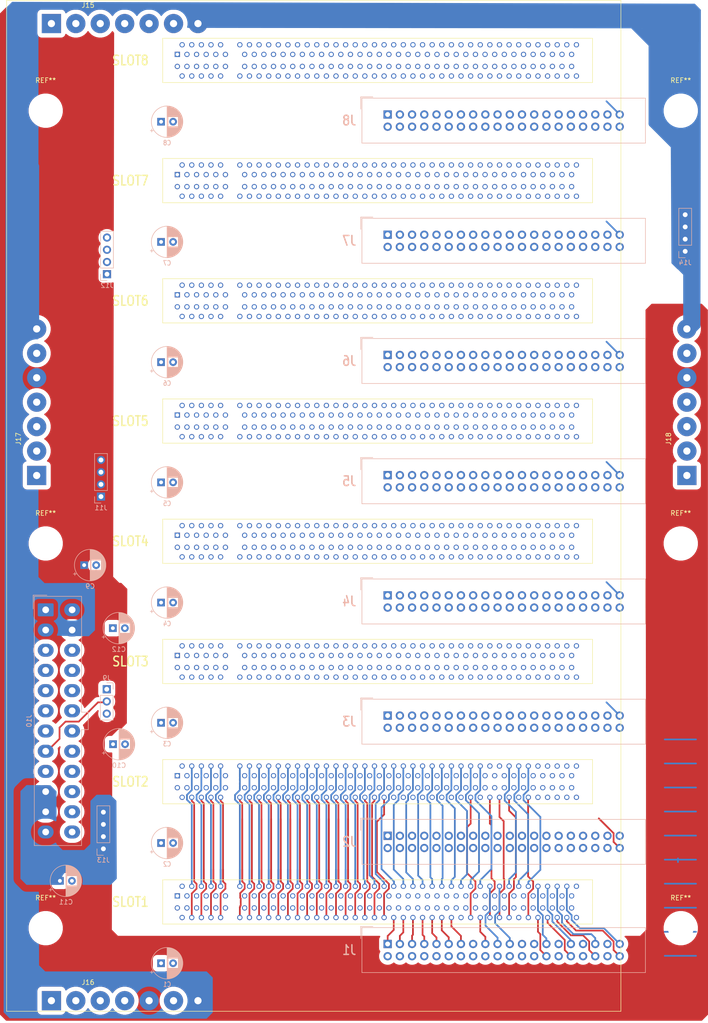
<source format=kicad_pcb>
(kicad_pcb (version 20171130) (host pcbnew 5.1.1-8be2ce7~80~ubuntu18.04.1)
  (layers (0 F.Cu signal) (1 In1.Cu power) (2 In2.Cu power) (31 B.Cu signal) (34 B.Paste user hide) (35 F.Paste user hide) (36 B.SilkS user) (37 F.SilkS user) (38 B.Mask user hide) (39 F.Mask user hide) (44 Edge.Cuts user))
  (net 0 "")
  (net 1 GND)
  (net 2 +5V)
  (net 3 /Slot/C40)
  (net 4 /Slot/C39)
  (net 5 /Slot/C38)
  (net 6 /Slot/C37)
  (net 7 /Slot/C36)
  (net 8 /Slot/C35)
  (net 9 /Slot/C34)
  (net 10 /Slot/C33)
  (net 11 +3V3)
  (net 12 +12V)
  (net 13 -12V)
  (net 14 /sheet5D71C7A6/C33)
  (net 15 /sheet5D71C7A6/C34)
  (net 16 /sheet5D71C7A6/C35)
  (net 17 /sheet5D71C7A6/C36)
  (net 18 /sheet5D71C7A6/C37)
  (net 19 /sheet5D71C7A6/C38)
  (net 20 /sheet5D71C7A6/C39)
  (net 21 /sheet5D71C7A6/C40)
  (net 22 /sheet5D730B90/C33)
  (net 23 /sheet5D730B90/C34)
  (net 24 /sheet5D730B90/C35)
  (net 25 /sheet5D730B90/C36)
  (net 26 /sheet5D730B90/C37)
  (net 27 /sheet5D730B90/C38)
  (net 28 /sheet5D730B90/C39)
  (net 29 /sheet5D730B90/C40)
  (net 30 /sheet5D730E92/C33)
  (net 31 /sheet5D730E92/C34)
  (net 32 /sheet5D730E92/C35)
  (net 33 /sheet5D730E92/C36)
  (net 34 /sheet5D730E92/C37)
  (net 35 /sheet5D730E92/C38)
  (net 36 /sheet5D730E92/C39)
  (net 37 /sheet5D730E92/C40)
  (net 38 /sheet5D7311B5/C33)
  (net 39 /sheet5D7311B5/C34)
  (net 40 /sheet5D7311B5/C35)
  (net 41 /sheet5D7311B5/C36)
  (net 42 /sheet5D7311B5/C37)
  (net 43 /sheet5D7311B5/C38)
  (net 44 /sheet5D7311B5/C39)
  (net 45 /sheet5D7311B5/C40)
  (net 46 /sheet5D73148A/C33)
  (net 47 /sheet5D73148A/C34)
  (net 48 /sheet5D73148A/C35)
  (net 49 /sheet5D73148A/C36)
  (net 50 /sheet5D73148A/C37)
  (net 51 /sheet5D73148A/C38)
  (net 52 /sheet5D73148A/C39)
  (net 53 /sheet5D73148A/C40)
  (net 54 /sheet5D7317BC/C33)
  (net 55 /sheet5D7317BC/C34)
  (net 56 /sheet5D7317BC/C35)
  (net 57 /sheet5D7317BC/C36)
  (net 58 /sheet5D7317BC/C37)
  (net 59 /sheet5D7317BC/C38)
  (net 60 /sheet5D7317BC/C39)
  (net 61 /sheet5D7317BC/C40)
  (net 62 /sheet5D731AE2/C33)
  (net 63 /sheet5D731AE2/C34)
  (net 64 /sheet5D731AE2/C35)
  (net 65 /sheet5D731AE2/C36)
  (net 66 /sheet5D731AE2/C37)
  (net 67 /sheet5D731AE2/C38)
  (net 68 /sheet5D731AE2/C39)
  (net 69 /sheet5D731AE2/C40)
  (net 70 /POWEROK)
  (net 71 "Net-(J10-Pad20)")
  (net 72 /5VSB)
  (net 73 /Slot/B11)
  (net 74 /Slot/A12)
  (net 75 /Slot/A11)
  (net 76 /Slot/A10)
  (net 77 /Slot/B10)
  (net 78 /Slot/A9)
  (net 79 /Slot/A7)
  (net 80 /Slot/A5)
  (net 81 /Slot/A8)
  (net 82 /Slot/A6)
  (net 83 /Slot/A4)
  (net 84 /Slot/B9)
  (net 85 /Slot/B7)
  (net 86 /Slot/B5)
  (net 87 /Slot/B8)
  (net 88 /Slot/B6)
  (net 89 /Slot/B4)
  (net 90 /Slot/B12)
  (net 91 /Slot/A14)
  (net 92 /Slot/A16)
  (net 93 /Slot/A18)
  (net 94 /Slot/A20)
  (net 95 /Slot/A22)
  (net 96 /Slot/A24)
  (net 97 /Slot/A26)
  (net 98 /Slot/A28)
  (net 99 /Slot/A30)
  (net 100 /Slot/A32)
  (net 101 /Slot/A34)
  (net 102 /Slot/A36)
  (net 103 /Slot/A38)
  (net 104 /Slot/A40)
  (net 105 /Slot/A42)
  (net 106 /Slot/A44)
  (net 107 /Slot/A46)
  (net 108 /Slot/A48)
  (net 109 /Slot/A50)
  (net 110 /Slot/A52)
  (net 111 /Slot/A54)
  (net 112 /Slot/A56)
  (net 113 /Slot/A58)
  (net 114 /Slot/A60)
  (net 115 /Slot/A62)
  (net 116 /Slot/A72)
  (net 117 /Slot/A13)
  (net 118 /Slot/B13)
  (net 119 /Slot/A15)
  (net 120 /Slot/A17)
  (net 121 /Slot/A19)
  (net 122 /Slot/A21)
  (net 123 /Slot/A23)
  (net 124 /Slot/A25)
  (net 125 /Slot/A27)
  (net 126 /Slot/A29)
  (net 127 /Slot/A31)
  (net 128 /Slot/A33)
  (net 129 /Slot/A35)
  (net 130 /Slot/A37)
  (net 131 /Slot/A39)
  (net 132 /Slot/A41)
  (net 133 /Slot/A43)
  (net 134 /Slot/A45)
  (net 135 /Slot/A47)
  (net 136 /Slot/A49)
  (net 137 /Slot/A51)
  (net 138 /Slot/A53)
  (net 139 /Slot/A55)
  (net 140 /Slot/A57)
  (net 141 /Slot/A59)
  (net 142 /Slot/A61)
  (net 143 /Slot/A63)
  (net 144 /Slot/B15)
  (net 145 /Slot/B17)
  (net 146 /Slot/B19)
  (net 147 /Slot/B21)
  (net 148 /Slot/B23)
  (net 149 /Slot/B25)
  (net 150 /Slot/B27)
  (net 151 /Slot/B29)
  (net 152 /Slot/B31)
  (net 153 /Slot/B43)
  (net 154 /Slot/B14)
  (net 155 /Slot/B16)
  (net 156 /Slot/B18)
  (net 157 /Slot/B20)
  (net 158 /Slot/B22)
  (net 159 /Slot/B24)
  (net 160 /Slot/B26)
  (net 161 /Slot/B28)
  (net 162 /Slot/B30)
  (net 163 /Slot/B32)
  (net 164 /Slot/A3)
  (net 165 /Slot/B3)
  (net 166 /Slot/C1)
  (net 167 /Slot/C2)
  (net 168 /Slot/C3)
  (net 169 /Slot/C4)
  (net 170 /Slot/C5)
  (net 171 /Slot/C6)
  (net 172 /Slot/C7)
  (net 173 /Slot/C8)
  (net 174 /Slot/C9)
  (net 175 /Slot/C10)
  (net 176 /Slot/C11)
  (net 177 /Slot/C12)
  (net 178 /Slot/C13)
  (net 179 /Slot/C14)
  (net 180 /Slot/C15)
  (net 181 /Slot/C16)
  (net 182 /Slot/C17)
  (net 183 /Slot/C18)
  (net 184 /Slot/C19)
  (net 185 /Slot/C20)
  (net 186 /Slot/C21)
  (net 187 /Slot/C22)
  (net 188 /Slot/C23)
  (net 189 /Slot/C24)
  (net 190 /Slot/C25)
  (net 191 /Slot/C26)
  (net 192 /Slot/C27)
  (net 193 /Slot/C28)
  (net 194 /Slot/C29)
  (net 195 /Slot/C30)
  (net 196 /Slot/C31)
  (net 197 /Slot/C32)
  (net 198 /sheet5D71C7A6/C32)
  (net 199 /sheet5D71C7A6/C31)
  (net 200 /sheet5D71C7A6/C30)
  (net 201 /sheet5D71C7A6/C29)
  (net 202 /sheet5D71C7A6/C28)
  (net 203 /sheet5D71C7A6/C27)
  (net 204 /sheet5D71C7A6/C26)
  (net 205 /sheet5D71C7A6/C25)
  (net 206 /sheet5D71C7A6/C24)
  (net 207 /sheet5D71C7A6/C23)
  (net 208 /sheet5D71C7A6/C22)
  (net 209 /sheet5D71C7A6/C21)
  (net 210 /sheet5D71C7A6/C20)
  (net 211 /sheet5D71C7A6/C19)
  (net 212 /sheet5D71C7A6/C18)
  (net 213 /sheet5D71C7A6/C17)
  (net 214 /sheet5D71C7A6/C16)
  (net 215 /sheet5D71C7A6/C15)
  (net 216 /sheet5D71C7A6/C14)
  (net 217 /sheet5D71C7A6/C13)
  (net 218 /sheet5D71C7A6/C12)
  (net 219 /sheet5D71C7A6/C11)
  (net 220 /sheet5D71C7A6/C10)
  (net 221 /sheet5D71C7A6/C9)
  (net 222 /sheet5D71C7A6/C8)
  (net 223 /sheet5D71C7A6/C7)
  (net 224 /sheet5D71C7A6/C6)
  (net 225 /sheet5D71C7A6/C5)
  (net 226 /sheet5D71C7A6/C4)
  (net 227 /sheet5D71C7A6/C3)
  (net 228 /sheet5D71C7A6/C2)
  (net 229 /sheet5D71C7A6/C1)
  (net 230 /sheet5D730B90/C32)
  (net 231 /sheet5D730B90/C31)
  (net 232 /sheet5D730B90/C30)
  (net 233 /sheet5D730B90/C29)
  (net 234 /sheet5D730B90/C28)
  (net 235 /sheet5D730B90/C27)
  (net 236 /sheet5D730B90/C26)
  (net 237 /sheet5D730B90/C25)
  (net 238 /sheet5D730B90/C24)
  (net 239 /sheet5D730B90/C23)
  (net 240 /sheet5D730B90/C22)
  (net 241 /sheet5D730B90/C21)
  (net 242 /sheet5D730B90/C20)
  (net 243 /sheet5D730B90/C19)
  (net 244 /sheet5D730B90/C18)
  (net 245 /sheet5D730B90/C17)
  (net 246 /sheet5D730B90/C16)
  (net 247 /sheet5D730B90/C15)
  (net 248 /sheet5D730B90/C14)
  (net 249 /sheet5D730B90/C13)
  (net 250 /sheet5D730B90/C12)
  (net 251 /sheet5D730B90/C11)
  (net 252 /sheet5D730B90/C10)
  (net 253 /sheet5D730B90/C9)
  (net 254 /sheet5D730B90/C8)
  (net 255 /sheet5D730B90/C7)
  (net 256 /sheet5D730B90/C6)
  (net 257 /sheet5D730B90/C5)
  (net 258 /sheet5D730B90/C4)
  (net 259 /sheet5D730B90/C3)
  (net 260 /sheet5D730B90/C2)
  (net 261 /sheet5D730B90/C1)
  (net 262 /sheet5D730E92/C32)
  (net 263 /sheet5D730E92/C31)
  (net 264 /sheet5D730E92/C30)
  (net 265 /sheet5D730E92/C29)
  (net 266 /sheet5D730E92/C28)
  (net 267 /sheet5D730E92/C27)
  (net 268 /sheet5D730E92/C26)
  (net 269 /sheet5D730E92/C25)
  (net 270 /sheet5D730E92/C24)
  (net 271 /sheet5D730E92/C23)
  (net 272 /sheet5D730E92/C22)
  (net 273 /sheet5D730E92/C21)
  (net 274 /sheet5D730E92/C20)
  (net 275 /sheet5D730E92/C19)
  (net 276 /sheet5D730E92/C18)
  (net 277 /sheet5D730E92/C17)
  (net 278 /sheet5D730E92/C16)
  (net 279 /sheet5D730E92/C15)
  (net 280 /sheet5D730E92/C14)
  (net 281 /sheet5D730E92/C13)
  (net 282 /sheet5D730E92/C12)
  (net 283 /sheet5D730E92/C11)
  (net 284 /sheet5D730E92/C10)
  (net 285 /sheet5D730E92/C9)
  (net 286 /sheet5D730E92/C8)
  (net 287 /sheet5D730E92/C7)
  (net 288 /sheet5D730E92/C6)
  (net 289 /sheet5D730E92/C5)
  (net 290 /sheet5D730E92/C4)
  (net 291 /sheet5D730E92/C3)
  (net 292 /sheet5D730E92/C2)
  (net 293 /sheet5D730E92/C1)
  (net 294 /sheet5D7311B5/C32)
  (net 295 /sheet5D7311B5/C31)
  (net 296 /sheet5D7311B5/C30)
  (net 297 /sheet5D7311B5/C29)
  (net 298 /sheet5D7311B5/C28)
  (net 299 /sheet5D7311B5/C27)
  (net 300 /sheet5D7311B5/C26)
  (net 301 /sheet5D7311B5/C25)
  (net 302 /sheet5D7311B5/C24)
  (net 303 /sheet5D7311B5/C23)
  (net 304 /sheet5D7311B5/C22)
  (net 305 /sheet5D7311B5/C21)
  (net 306 /sheet5D7311B5/C20)
  (net 307 /sheet5D7311B5/C19)
  (net 308 /sheet5D7311B5/C18)
  (net 309 /sheet5D7311B5/C17)
  (net 310 /sheet5D7311B5/C16)
  (net 311 /sheet5D7311B5/C15)
  (net 312 /sheet5D7311B5/C14)
  (net 313 /sheet5D7311B5/C13)
  (net 314 /sheet5D7311B5/C12)
  (net 315 /sheet5D7311B5/C11)
  (net 316 /sheet5D7311B5/C10)
  (net 317 /sheet5D7311B5/C9)
  (net 318 /sheet5D7311B5/C8)
  (net 319 /sheet5D7311B5/C7)
  (net 320 /sheet5D7311B5/C6)
  (net 321 /sheet5D7311B5/C5)
  (net 322 /sheet5D7311B5/C4)
  (net 323 /sheet5D7311B5/C3)
  (net 324 /sheet5D7311B5/C2)
  (net 325 /sheet5D7311B5/C1)
  (net 326 /sheet5D73148A/C32)
  (net 327 /sheet5D73148A/C31)
  (net 328 /sheet5D73148A/C30)
  (net 329 /sheet5D73148A/C29)
  (net 330 /sheet5D73148A/C28)
  (net 331 /sheet5D73148A/C27)
  (net 332 /sheet5D73148A/C26)
  (net 333 /sheet5D73148A/C25)
  (net 334 /sheet5D73148A/C24)
  (net 335 /sheet5D73148A/C23)
  (net 336 /sheet5D73148A/C22)
  (net 337 /sheet5D73148A/C21)
  (net 338 /sheet5D73148A/C20)
  (net 339 /sheet5D73148A/C19)
  (net 340 /sheet5D73148A/C18)
  (net 341 /sheet5D73148A/C17)
  (net 342 /sheet5D73148A/C16)
  (net 343 /sheet5D73148A/C15)
  (net 344 /sheet5D73148A/C14)
  (net 345 /sheet5D73148A/C13)
  (net 346 /sheet5D73148A/C12)
  (net 347 /sheet5D73148A/C11)
  (net 348 /sheet5D73148A/C10)
  (net 349 /sheet5D73148A/C9)
  (net 350 /sheet5D73148A/C8)
  (net 351 /sheet5D73148A/C7)
  (net 352 /sheet5D73148A/C6)
  (net 353 /sheet5D73148A/C5)
  (net 354 /sheet5D73148A/C4)
  (net 355 /sheet5D73148A/C3)
  (net 356 /sheet5D73148A/C2)
  (net 357 /sheet5D73148A/C1)
  (net 358 /sheet5D7317BC/C32)
  (net 359 /sheet5D7317BC/C31)
  (net 360 /sheet5D7317BC/C30)
  (net 361 /sheet5D7317BC/C29)
  (net 362 /sheet5D7317BC/C28)
  (net 363 /sheet5D7317BC/C27)
  (net 364 /sheet5D7317BC/C26)
  (net 365 /sheet5D7317BC/C25)
  (net 366 /sheet5D7317BC/C24)
  (net 367 /sheet5D7317BC/C23)
  (net 368 /sheet5D7317BC/C22)
  (net 369 /sheet5D7317BC/C21)
  (net 370 /sheet5D7317BC/C20)
  (net 371 /sheet5D7317BC/C19)
  (net 372 /sheet5D7317BC/C18)
  (net 373 /sheet5D7317BC/C17)
  (net 374 /sheet5D7317BC/C16)
  (net 375 /sheet5D7317BC/C15)
  (net 376 /sheet5D7317BC/C14)
  (net 377 /sheet5D7317BC/C13)
  (net 378 /sheet5D7317BC/C12)
  (net 379 /sheet5D7317BC/C11)
  (net 380 /sheet5D7317BC/C10)
  (net 381 /sheet5D7317BC/C9)
  (net 382 /sheet5D7317BC/C8)
  (net 383 /sheet5D7317BC/C7)
  (net 384 /sheet5D7317BC/C6)
  (net 385 /sheet5D7317BC/C5)
  (net 386 /sheet5D7317BC/C4)
  (net 387 /sheet5D7317BC/C3)
  (net 388 /sheet5D7317BC/C2)
  (net 389 /sheet5D7317BC/C1)
  (net 390 /sheet5D731AE2/C32)
  (net 391 /sheet5D731AE2/C31)
  (net 392 /sheet5D731AE2/C30)
  (net 393 /sheet5D731AE2/C29)
  (net 394 /sheet5D731AE2/C28)
  (net 395 /sheet5D731AE2/C27)
  (net 396 /sheet5D731AE2/C26)
  (net 397 /sheet5D731AE2/C25)
  (net 398 /sheet5D731AE2/C24)
  (net 399 /sheet5D731AE2/C23)
  (net 400 /sheet5D731AE2/C22)
  (net 401 /sheet5D731AE2/C21)
  (net 402 /sheet5D731AE2/C20)
  (net 403 /sheet5D731AE2/C19)
  (net 404 /sheet5D731AE2/C18)
  (net 405 /sheet5D731AE2/C17)
  (net 406 /sheet5D731AE2/C16)
  (net 407 /sheet5D731AE2/C15)
  (net 408 /sheet5D731AE2/C14)
  (net 409 /sheet5D731AE2/C13)
  (net 410 /sheet5D731AE2/C12)
  (net 411 /sheet5D731AE2/C11)
  (net 412 /sheet5D731AE2/C10)
  (net 413 /sheet5D731AE2/C9)
  (net 414 /sheet5D731AE2/C8)
  (net 415 /sheet5D731AE2/C7)
  (net 416 /sheet5D731AE2/C6)
  (net 417 /sheet5D731AE2/C5)
  (net 418 /sheet5D731AE2/C4)
  (net 419 /sheet5D731AE2/C3)
  (net 420 /sheet5D731AE2/C2)
  (net 421 /sheet5D731AE2/C1)
  (net 422 /Slot/B33)
  (net 423 /Slot/B35)
  (net 424 /Slot/B37)
  (net 425 /Slot/B39)
  (net 426 /Slot/B41)
  (net 427 /Slot/B63)
  (net 428 /Slot/B65)
  (net 429 /Slot/B34)
  (net 430 /Slot/B36)
  (net 431 /Slot/B38)
  (net 432 /Slot/B40)
  (net 433 /Slot/B60)
  (net 434 /Slot/B64)
  (net 435 /Slot/B66)
  (net 436 /Slot/B72)
  (net 437 /Slot/B42)
  (net 438 /Slot/A68)
  (net 439 /Slot/A70)
  (net 440 /Slot/A67)
  (net 441 /Slot/B68)
  (net 442 /Slot/B69)
  (net 443 /Slot/A73)
  (net 444 /Slot/B73)
  (net 445 /POWERON)
  (module alexios:Amphenol_10018783-x0x03_2x82_P1.00mm_Socket_Vertical (layer F.Cu) (at -101.5 157)
    (fp_text reference SLOT2 (at -9.75 1.25) (layer F.SilkS) (effects (font (size 2 1.66) (thickness 0.3))))
    (fp_text value conn_2x82_ab)
    (pad B82 thru_hole circle (at 83 4.5) (size 1.1 1.1) (drill 0.7) (layers *.Cu *.Mask) (net 1 GND))
    (pad B80 thru_hole circle (at 81 4.5) (size 1.1 1.1) (drill 0.7) (layers *.Cu *.Mask) (net 21 /sheet5D71C7A6/C40))
    (pad B78 thru_hole circle (at 79 4.5) (size 1.1 1.1) (drill 0.7) (layers *.Cu *.Mask) (net 17 /sheet5D71C7A6/C36))
    (pad B76 thru_hole circle (at 77 4.5) (size 1.1 1.1) (drill 0.7) (layers *.Cu *.Mask) (net 198 /sheet5D71C7A6/C32))
    (pad B74 thru_hole circle (at 75 4.5) (size 1.1 1.1) (drill 0.7) (layers *.Cu *.Mask) (net 202 /sheet5D71C7A6/C28))
    (pad B72 thru_hole circle (at 73 4.5) (size 1.1 1.1) (drill 0.7) (layers *.Cu *.Mask) (net 436 /Slot/B72))
    (pad B70 thru_hole circle (at 71 4.5) (size 1.1 1.1) (drill 0.7) (layers *.Cu *.Mask) (net 206 /sheet5D71C7A6/C24))
    (pad B68 thru_hole circle (at 69 4.5) (size 1.1 1.1) (drill 0.7) (layers *.Cu *.Mask) (net 441 /Slot/B68))
    (pad B66 thru_hole circle (at 67 4.5) (size 1.1 1.1) (drill 0.7) (layers *.Cu *.Mask) (net 435 /Slot/B66))
    (pad B64 thru_hole circle (at 65 4.5) (size 1.1 1.1) (drill 0.7) (layers *.Cu *.Mask) (net 434 /Slot/B64))
    (pad B62 thru_hole circle (at 63 4.5) (size 1.1 1.1) (drill 0.7) (layers *.Cu *.Mask) (net 213 /sheet5D71C7A6/C17))
    (pad B60 thru_hole circle (at 61 4.5) (size 1.1 1.1) (drill 0.7) (layers *.Cu *.Mask) (net 433 /Slot/B60))
    (pad B58 thru_hole circle (at 59 4.5) (size 1.1 1.1) (drill 0.7) (layers *.Cu *.Mask) (net 214 /sheet5D71C7A6/C16))
    (pad B56 thru_hole circle (at 57 4.5) (size 1.1 1.1) (drill 0.7) (layers *.Cu *.Mask) (net 217 /sheet5D71C7A6/C13))
    (pad B54 thru_hole circle (at 55 4.5) (size 1.1 1.1) (drill 0.7) (layers *.Cu *.Mask) (net 219 /sheet5D71C7A6/C11))
    (pad B52 thru_hole circle (at 53 4.5) (size 1.1 1.1) (drill 0.7) (layers *.Cu *.Mask) (net 221 /sheet5D71C7A6/C9))
    (pad B50 thru_hole circle (at 51 4.5) (size 1.1 1.1) (drill 0.7) (layers *.Cu *.Mask) (net 223 /sheet5D71C7A6/C7))
    (pad B48 thru_hole circle (at 49 4.5) (size 1.1 1.1) (drill 0.7) (layers *.Cu *.Mask) (net 225 /sheet5D71C7A6/C5))
    (pad B46 thru_hole circle (at 47 4.5) (size 1.1 1.1) (drill 0.7) (layers *.Cu *.Mask) (net 227 /sheet5D71C7A6/C3))
    (pad B44 thru_hole circle (at 45 4.5) (size 1.1 1.1) (drill 0.7) (layers *.Cu *.Mask) (net 229 /sheet5D71C7A6/C1))
    (pad B42 thru_hole circle (at 43 4.5) (size 1.1 1.1) (drill 0.7) (layers *.Cu *.Mask) (net 437 /Slot/B42))
    (pad B40 thru_hole circle (at 41 4.5) (size 1.1 1.1) (drill 0.7) (layers *.Cu *.Mask) (net 432 /Slot/B40))
    (pad B38 thru_hole circle (at 39 4.5) (size 1.1 1.1) (drill 0.7) (layers *.Cu *.Mask) (net 431 /Slot/B38))
    (pad B36 thru_hole circle (at 37 4.5) (size 1.1 1.1) (drill 0.7) (layers *.Cu *.Mask) (net 430 /Slot/B36))
    (pad B34 thru_hole circle (at 35 4.5) (size 1.1 1.1) (drill 0.7) (layers *.Cu *.Mask) (net 429 /Slot/B34))
    (pad B32 thru_hole circle (at 33 4.5) (size 1.1 1.1) (drill 0.7) (layers *.Cu *.Mask) (net 163 /Slot/B32))
    (pad B30 thru_hole circle (at 31 4.5) (size 1.1 1.1) (drill 0.7) (layers *.Cu *.Mask) (net 162 /Slot/B30))
    (pad B28 thru_hole circle (at 29 4.5) (size 1.1 1.1) (drill 0.7) (layers *.Cu *.Mask) (net 161 /Slot/B28))
    (pad B26 thru_hole circle (at 27 4.5) (size 1.1 1.1) (drill 0.7) (layers *.Cu *.Mask) (net 160 /Slot/B26))
    (pad B24 thru_hole circle (at 25 4.5) (size 1.1 1.1) (drill 0.7) (layers *.Cu *.Mask) (net 159 /Slot/B24))
    (pad B22 thru_hole circle (at 23 4.5) (size 1.1 1.1) (drill 0.7) (layers *.Cu *.Mask) (net 158 /Slot/B22))
    (pad B20 thru_hole circle (at 21 4.5) (size 1.1 1.1) (drill 0.7) (layers *.Cu *.Mask) (net 157 /Slot/B20))
    (pad B18 thru_hole circle (at 19 4.5) (size 1.1 1.1) (drill 0.7) (layers *.Cu *.Mask) (net 156 /Slot/B18))
    (pad B16 thru_hole circle (at 17 4.5) (size 1.1 1.1) (drill 0.7) (layers *.Cu *.Mask) (net 155 /Slot/B16))
    (pad B14 thru_hole circle (at 15 4.5) (size 1.1 1.1) (drill 0.7) (layers *.Cu *.Mask) (net 154 /Slot/B14))
    (pad B81 thru_hole circle (at 82 2.5) (size 1.1 1.1) (drill 0.7) (layers *.Cu *.Mask) (net 1 GND))
    (pad B79 thru_hole circle (at 80 2.5) (size 1.1 1.1) (drill 0.7) (layers *.Cu *.Mask) (net 19 /sheet5D71C7A6/C38))
    (pad B77 thru_hole circle (at 78 2.5) (size 1.1 1.1) (drill 0.7) (layers *.Cu *.Mask) (net 15 /sheet5D71C7A6/C34))
    (pad B75 thru_hole circle (at 76 2.5) (size 1.1 1.1) (drill 0.7) (layers *.Cu *.Mask) (net 200 /sheet5D71C7A6/C30))
    (pad B73 thru_hole circle (at 74 2.5) (size 1.1 1.1) (drill 0.7) (layers *.Cu *.Mask) (net 444 /Slot/B73))
    (pad B71 thru_hole circle (at 72 2.5) (size 1.1 1.1) (drill 0.7) (layers *.Cu *.Mask) (net 204 /sheet5D71C7A6/C26))
    (pad B69 thru_hole circle (at 70 2.5) (size 1.1 1.1) (drill 0.7) (layers *.Cu *.Mask) (net 442 /Slot/B69))
    (pad B67 thru_hole circle (at 68 2.5) (size 1.1 1.1) (drill 0.7) (layers *.Cu *.Mask) (net 208 /sheet5D71C7A6/C22))
    (pad B65 thru_hole circle (at 66 2.5) (size 1.1 1.1) (drill 0.7) (layers *.Cu *.Mask) (net 428 /Slot/B65))
    (pad B63 thru_hole circle (at 64 2.5) (size 1.1 1.1) (drill 0.7) (layers *.Cu *.Mask) (net 427 /Slot/B63))
    (pad B61 thru_hole circle (at 62 2.5) (size 1.1 1.1) (drill 0.7) (layers *.Cu *.Mask) (net 212 /sheet5D71C7A6/C18))
    (pad B59 thru_hole circle (at 60 2.5) (size 1.1 1.1) (drill 0.7) (layers *.Cu *.Mask) (net 215 /sheet5D71C7A6/C15))
    (pad B57 thru_hole circle (at 58 2.5) (size 1.1 1.1) (drill 0.7) (layers *.Cu *.Mask) (net 216 /sheet5D71C7A6/C14))
    (pad B55 thru_hole circle (at 56 2.5) (size 1.1 1.1) (drill 0.7) (layers *.Cu *.Mask) (net 218 /sheet5D71C7A6/C12))
    (pad B53 thru_hole circle (at 54 2.5) (size 1.1 1.1) (drill 0.7) (layers *.Cu *.Mask) (net 220 /sheet5D71C7A6/C10))
    (pad B51 thru_hole circle (at 52 2.5) (size 1.1 1.1) (drill 0.7) (layers *.Cu *.Mask) (net 222 /sheet5D71C7A6/C8))
    (pad B49 thru_hole circle (at 50 2.5) (size 1.1 1.1) (drill 0.7) (layers *.Cu *.Mask) (net 224 /sheet5D71C7A6/C6))
    (pad B47 thru_hole circle (at 48 2.5) (size 1.1 1.1) (drill 0.7) (layers *.Cu *.Mask) (net 226 /sheet5D71C7A6/C4))
    (pad B45 thru_hole circle (at 46 2.5) (size 1.1 1.1) (drill 0.7) (layers *.Cu *.Mask) (net 228 /sheet5D71C7A6/C2))
    (pad B43 thru_hole circle (at 44 2.5) (size 1.1 1.1) (drill 0.7) (layers *.Cu *.Mask) (net 153 /Slot/B43))
    (pad B41 thru_hole circle (at 42 2.5) (size 1.1 1.1) (drill 0.7) (layers *.Cu *.Mask) (net 426 /Slot/B41))
    (pad B39 thru_hole circle (at 40 2.5) (size 1.1 1.1) (drill 0.7) (layers *.Cu *.Mask) (net 425 /Slot/B39))
    (pad B37 thru_hole circle (at 38 2.5) (size 1.1 1.1) (drill 0.7) (layers *.Cu *.Mask) (net 424 /Slot/B37))
    (pad B35 thru_hole circle (at 36 2.5) (size 1.1 1.1) (drill 0.7) (layers *.Cu *.Mask) (net 423 /Slot/B35))
    (pad B33 thru_hole circle (at 34 2.5) (size 1.1 1.1) (drill 0.7) (layers *.Cu *.Mask) (net 422 /Slot/B33))
    (pad B31 thru_hole circle (at 32 2.5) (size 1.1 1.1) (drill 0.7) (layers *.Cu *.Mask) (net 152 /Slot/B31))
    (pad B29 thru_hole circle (at 30 2.5) (size 1.1 1.1) (drill 0.7) (layers *.Cu *.Mask) (net 151 /Slot/B29))
    (pad B27 thru_hole circle (at 28 2.5) (size 1.1 1.1) (drill 0.7) (layers *.Cu *.Mask) (net 150 /Slot/B27))
    (pad B25 thru_hole circle (at 26 2.5) (size 1.1 1.1) (drill 0.7) (layers *.Cu *.Mask) (net 149 /Slot/B25))
    (pad B23 thru_hole circle (at 24 2.5) (size 1.1 1.1) (drill 0.7) (layers *.Cu *.Mask) (net 148 /Slot/B23))
    (pad B21 thru_hole circle (at 22 2.5) (size 1.1 1.1) (drill 0.7) (layers *.Cu *.Mask) (net 147 /Slot/B21))
    (pad B19 thru_hole circle (at 20 2.5) (size 1.1 1.1) (drill 0.7) (layers *.Cu *.Mask) (net 146 /Slot/B19))
    (pad B17 thru_hole circle (at 18 2.5) (size 1.1 1.1) (drill 0.7) (layers *.Cu *.Mask) (net 145 /Slot/B17))
    (pad B15 thru_hole circle (at 16 2.5) (size 1.1 1.1) (drill 0.7) (layers *.Cu *.Mask) (net 144 /Slot/B15))
    (pad A81 thru_hole circle (at 82 0) (size 1.1 1.1) (drill 0.7) (layers *.Cu *.Mask) (net 1 GND))
    (pad A79 thru_hole circle (at 80 0) (size 1.1 1.1) (drill 0.7) (layers *.Cu *.Mask) (net 18 /sheet5D71C7A6/C37))
    (pad A77 thru_hole circle (at 78 0) (size 1.1 1.1) (drill 0.7) (layers *.Cu *.Mask) (net 14 /sheet5D71C7A6/C33))
    (pad A75 thru_hole circle (at 76 0) (size 1.1 1.1) (drill 0.7) (layers *.Cu *.Mask) (net 201 /sheet5D71C7A6/C29))
    (pad A73 thru_hole circle (at 74 0) (size 1.1 1.1) (drill 0.7) (layers *.Cu *.Mask) (net 443 /Slot/A73))
    (pad A71 thru_hole circle (at 72 0) (size 1.1 1.1) (drill 0.7) (layers *.Cu *.Mask) (net 205 /sheet5D71C7A6/C25))
    (pad A69 thru_hole circle (at 70 0) (size 1.1 1.1) (drill 0.7) (layers *.Cu *.Mask) (net 207 /sheet5D71C7A6/C23))
    (pad A67 thru_hole circle (at 68 0) (size 1.1 1.1) (drill 0.7) (layers *.Cu *.Mask) (net 440 /Slot/A67))
    (pad A65 thru_hole circle (at 66 0) (size 1.1 1.1) (drill 0.7) (layers *.Cu *.Mask) (net 210 /sheet5D71C7A6/C20))
    (pad A63 thru_hole circle (at 64 0) (size 1.1 1.1) (drill 0.7) (layers *.Cu *.Mask) (net 143 /Slot/A63))
    (pad A61 thru_hole circle (at 62 0) (size 1.1 1.1) (drill 0.7) (layers *.Cu *.Mask) (net 142 /Slot/A61))
    (pad A59 thru_hole circle (at 60 0) (size 1.1 1.1) (drill 0.7) (layers *.Cu *.Mask) (net 141 /Slot/A59))
    (pad A57 thru_hole circle (at 58 0) (size 1.1 1.1) (drill 0.7) (layers *.Cu *.Mask) (net 140 /Slot/A57))
    (pad A55 thru_hole circle (at 56 0) (size 1.1 1.1) (drill 0.7) (layers *.Cu *.Mask) (net 139 /Slot/A55))
    (pad A53 thru_hole circle (at 54 0) (size 1.1 1.1) (drill 0.7) (layers *.Cu *.Mask) (net 138 /Slot/A53))
    (pad A51 thru_hole circle (at 52 0) (size 1.1 1.1) (drill 0.7) (layers *.Cu *.Mask) (net 137 /Slot/A51))
    (pad A49 thru_hole circle (at 50 0) (size 1.1 1.1) (drill 0.7) (layers *.Cu *.Mask) (net 136 /Slot/A49))
    (pad A47 thru_hole circle (at 48 0) (size 1.1 1.1) (drill 0.7) (layers *.Cu *.Mask) (net 135 /Slot/A47))
    (pad A45 thru_hole circle (at 46 0) (size 1.1 1.1) (drill 0.7) (layers *.Cu *.Mask) (net 134 /Slot/A45))
    (pad A43 thru_hole circle (at 44 0) (size 1.1 1.1) (drill 0.7) (layers *.Cu *.Mask) (net 133 /Slot/A43))
    (pad A41 thru_hole circle (at 42 0) (size 1.1 1.1) (drill 0.7) (layers *.Cu *.Mask) (net 132 /Slot/A41))
    (pad A39 thru_hole circle (at 40 0) (size 1.1 1.1) (drill 0.7) (layers *.Cu *.Mask) (net 131 /Slot/A39))
    (pad A37 thru_hole circle (at 38 0) (size 1.1 1.1) (drill 0.7) (layers *.Cu *.Mask) (net 130 /Slot/A37))
    (pad A35 thru_hole circle (at 36 0) (size 1.1 1.1) (drill 0.7) (layers *.Cu *.Mask) (net 129 /Slot/A35))
    (pad A33 thru_hole circle (at 34 0) (size 1.1 1.1) (drill 0.7) (layers *.Cu *.Mask) (net 128 /Slot/A33))
    (pad A31 thru_hole circle (at 32 0) (size 1.1 1.1) (drill 0.7) (layers *.Cu *.Mask) (net 127 /Slot/A31))
    (pad A29 thru_hole circle (at 30 0) (size 1.1 1.1) (drill 0.7) (layers *.Cu *.Mask) (net 126 /Slot/A29))
    (pad A27 thru_hole circle (at 28 0) (size 1.1 1.1) (drill 0.7) (layers *.Cu *.Mask) (net 125 /Slot/A27))
    (pad A25 thru_hole circle (at 26 0) (size 1.1 1.1) (drill 0.7) (layers *.Cu *.Mask) (net 124 /Slot/A25))
    (pad A23 thru_hole circle (at 24 0) (size 1.1 1.1) (drill 0.7) (layers *.Cu *.Mask) (net 123 /Slot/A23))
    (pad A21 thru_hole circle (at 22 0) (size 1.1 1.1) (drill 0.7) (layers *.Cu *.Mask) (net 122 /Slot/A21))
    (pad A19 thru_hole circle (at 20 0) (size 1.1 1.1) (drill 0.7) (layers *.Cu *.Mask) (net 121 /Slot/A19))
    (pad A17 thru_hole circle (at 18 0) (size 1.1 1.1) (drill 0.7) (layers *.Cu *.Mask) (net 120 /Slot/A17))
    (pad A15 thru_hole circle (at 16 0) (size 1.1 1.1) (drill 0.7) (layers *.Cu *.Mask) (net 119 /Slot/A15))
    (pad "" np_thru_hole circle (at 84.8 1.25) (size 2.35 2.35) (drill 2.35) (layers *.Cu *.Mask))
    (pad B13 thru_hole circle (at 14 2.5) (size 1.1 1.1) (drill 0.7) (layers *.Cu *.Mask) (net 118 /Slot/B13))
    (pad A13 thru_hole circle (at 14 0) (size 1.1 1.1) (drill 0.7) (layers *.Cu *.Mask) (net 117 /Slot/A13))
    (pad A82 thru_hole circle (at 83 -2) (size 1.1 1.1) (drill 0.7) (layers *.Cu *.Mask) (net 1 GND))
    (pad A80 thru_hole circle (at 81 -2) (size 1.1 1.1) (drill 0.7) (layers *.Cu *.Mask) (net 20 /sheet5D71C7A6/C39))
    (pad A78 thru_hole circle (at 79 -2) (size 1.1 1.1) (drill 0.7) (layers *.Cu *.Mask) (net 16 /sheet5D71C7A6/C35))
    (pad A76 thru_hole circle (at 77 -2) (size 1.1 1.1) (drill 0.7) (layers *.Cu *.Mask) (net 199 /sheet5D71C7A6/C31))
    (pad A74 thru_hole circle (at 75 -2) (size 1.1 1.1) (drill 0.7) (layers *.Cu *.Mask) (net 203 /sheet5D71C7A6/C27))
    (pad A72 thru_hole circle (at 73 -2) (size 1.1 1.1) (drill 0.7) (layers *.Cu *.Mask) (net 116 /Slot/A72))
    (pad A70 thru_hole circle (at 71 -2) (size 1.1 1.1) (drill 0.7) (layers *.Cu *.Mask) (net 439 /Slot/A70))
    (pad A68 thru_hole circle (at 69 -2) (size 1.1 1.1) (drill 0.7) (layers *.Cu *.Mask) (net 438 /Slot/A68))
    (pad A66 thru_hole circle (at 67 -2) (size 1.1 1.1) (drill 0.7) (layers *.Cu *.Mask) (net 209 /sheet5D71C7A6/C21))
    (pad A64 thru_hole circle (at 65 -2) (size 1.1 1.1) (drill 0.7) (layers *.Cu *.Mask) (net 211 /sheet5D71C7A6/C19))
    (pad A62 thru_hole circle (at 63 -2) (size 1.1 1.1) (drill 0.7) (layers *.Cu *.Mask) (net 115 /Slot/A62))
    (pad A60 thru_hole circle (at 61 -2) (size 1.1 1.1) (drill 0.7) (layers *.Cu *.Mask) (net 114 /Slot/A60))
    (pad A58 thru_hole circle (at 59 -2) (size 1.1 1.1) (drill 0.7) (layers *.Cu *.Mask) (net 113 /Slot/A58))
    (pad A56 thru_hole circle (at 57 -2) (size 1.1 1.1) (drill 0.7) (layers *.Cu *.Mask) (net 112 /Slot/A56))
    (pad A54 thru_hole circle (at 55 -2) (size 1.1 1.1) (drill 0.7) (layers *.Cu *.Mask) (net 111 /Slot/A54))
    (pad A52 thru_hole circle (at 53 -2) (size 1.1 1.1) (drill 0.7) (layers *.Cu *.Mask) (net 110 /Slot/A52))
    (pad A50 thru_hole circle (at 51 -2) (size 1.1 1.1) (drill 0.7) (layers *.Cu *.Mask) (net 109 /Slot/A50))
    (pad A48 thru_hole circle (at 49 -2) (size 1.1 1.1) (drill 0.7) (layers *.Cu *.Mask) (net 108 /Slot/A48))
    (pad A46 thru_hole circle (at 47 -2) (size 1.1 1.1) (drill 0.7) (layers *.Cu *.Mask) (net 107 /Slot/A46))
    (pad A44 thru_hole circle (at 45 -2) (size 1.1 1.1) (drill 0.7) (layers *.Cu *.Mask) (net 106 /Slot/A44))
    (pad A42 thru_hole circle (at 43 -2) (size 1.1 1.1) (drill 0.7) (layers *.Cu *.Mask) (net 105 /Slot/A42))
    (pad A40 thru_hole circle (at 41 -2) (size 1.1 1.1) (drill 0.7) (layers *.Cu *.Mask) (net 104 /Slot/A40))
    (pad A38 thru_hole circle (at 39 -2) (size 1.1 1.1) (drill 0.7) (layers *.Cu *.Mask) (net 103 /Slot/A38))
    (pad A36 thru_hole circle (at 37 -2) (size 1.1 1.1) (drill 0.7) (layers *.Cu *.Mask) (net 102 /Slot/A36))
    (pad A34 thru_hole circle (at 35 -2) (size 1.1 1.1) (drill 0.7) (layers *.Cu *.Mask) (net 101 /Slot/A34))
    (pad A32 thru_hole circle (at 33 -2) (size 1.1 1.1) (drill 0.7) (layers *.Cu *.Mask) (net 100 /Slot/A32))
    (pad A30 thru_hole circle (at 31 -2) (size 1.1 1.1) (drill 0.7) (layers *.Cu *.Mask) (net 99 /Slot/A30))
    (pad A28 thru_hole circle (at 29 -2) (size 1.1 1.1) (drill 0.7) (layers *.Cu *.Mask) (net 98 /Slot/A28))
    (pad A26 thru_hole circle (at 27 -2) (size 1.1 1.1) (drill 0.7) (layers *.Cu *.Mask) (net 97 /Slot/A26))
    (pad A24 thru_hole circle (at 25 -2) (size 1.1 1.1) (drill 0.7) (layers *.Cu *.Mask) (net 96 /Slot/A24))
    (pad A22 thru_hole circle (at 23 -2) (size 1.1 1.1) (drill 0.7) (layers *.Cu *.Mask) (net 95 /Slot/A22))
    (pad A20 thru_hole circle (at 21 -2) (size 1.1 1.1) (drill 0.7) (layers *.Cu *.Mask) (net 94 /Slot/A20))
    (pad A18 thru_hole circle (at 19 -2) (size 1.1 1.1) (drill 0.7) (layers *.Cu *.Mask) (net 93 /Slot/A18))
    (pad A16 thru_hole circle (at 17 -2) (size 1.1 1.1) (drill 0.7) (layers *.Cu *.Mask) (net 92 /Slot/A16))
    (pad A14 thru_hole circle (at 15 -2) (size 1.1 1.1) (drill 0.7) (layers *.Cu *.Mask) (net 91 /Slot/A14))
    (pad B12 thru_hole circle (at 13 4.5) (size 1.1 1.1) (drill 0.7) (layers *.Cu *.Mask) (net 90 /Slot/B12))
    (pad B2 thru_hole circle (at 1 4.5) (size 1.1 1.1) (drill 0.7) (layers *.Cu *.Mask) (net 2 +5V))
    (pad B4 thru_hole circle (at 3 4.5) (size 1.1 1.1) (drill 0.7) (layers *.Cu *.Mask) (net 89 /Slot/B4))
    (pad B6 thru_hole circle (at 5 4.5) (size 1.1 1.1) (drill 0.7) (layers *.Cu *.Mask) (net 88 /Slot/B6))
    (pad B8 thru_hole circle (at 7 4.5) (size 1.1 1.1) (drill 0.7) (layers *.Cu *.Mask) (net 87 /Slot/B8))
    (pad B1 thru_hole circle (at 0 2.5) (size 1.1 1.1) (drill 0.7) (layers *.Cu *.Mask) (net 2 +5V))
    (pad B3 thru_hole circle (at 2 2.5) (size 1.1 1.1) (drill 0.7) (layers *.Cu *.Mask) (net 165 /Slot/B3))
    (pad B5 thru_hole circle (at 4 2.5) (size 1.1 1.1) (drill 0.7) (layers *.Cu *.Mask) (net 86 /Slot/B5))
    (pad B7 thru_hole circle (at 6 2.5) (size 1.1 1.1) (drill 0.7) (layers *.Cu *.Mask) (net 85 /Slot/B7))
    (pad B9 thru_hole circle (at 8 2.5) (size 1.1 1.1) (drill 0.7) (layers *.Cu *.Mask) (net 84 /Slot/B9))
    (pad A2 thru_hole circle (at 1 -2) (size 1.1 1.1) (drill 0.7) (layers *.Cu *.Mask) (net 2 +5V))
    (pad A4 thru_hole circle (at 3 -2) (size 1.1 1.1) (drill 0.7) (layers *.Cu *.Mask) (net 83 /Slot/A4))
    (pad A6 thru_hole circle (at 5 -2) (size 1.1 1.1) (drill 0.7) (layers *.Cu *.Mask) (net 82 /Slot/A6))
    (pad A8 thru_hole circle (at 7 -2) (size 1.1 1.1) (drill 0.7) (layers *.Cu *.Mask) (net 81 /Slot/A8))
    (pad A1 thru_hole rect (at 0 0) (size 1.1 1.1) (drill 0.7) (layers *.Cu *.Mask) (net 2 +5V))
    (pad A3 thru_hole circle (at 2 0) (size 1.1 1.1) (drill 0.7) (layers *.Cu *.Mask) (net 164 /Slot/A3))
    (pad A5 thru_hole circle (at 4 0) (size 1.1 1.1) (drill 0.7) (layers *.Cu *.Mask) (net 80 /Slot/A5))
    (pad A7 thru_hole circle (at 6 0) (size 1.1 1.1) (drill 0.7) (layers *.Cu *.Mask) (net 79 /Slot/A7))
    (pad A9 thru_hole circle (at 8 0) (size 1.1 1.1) (drill 0.7) (layers *.Cu *.Mask) (net 78 /Slot/A9))
    (pad B10 thru_hole circle (at 9 4.5) (size 1.1 1.1) (drill 0.7) (layers *.Cu *.Mask) (net 77 /Slot/B10))
    (pad A10 thru_hole circle (at 9 -2) (size 1.1 1.1) (drill 0.7) (layers *.Cu *.Mask) (net 76 /Slot/A10))
    (pad A11 thru_hole circle (at 10 0) (size 1.1 1.1) (drill 0.7) (layers *.Cu *.Mask) (net 75 /Slot/A11))
    (pad A12 thru_hole circle (at 13 -2) (size 1.1 1.1) (drill 0.7) (layers *.Cu *.Mask) (net 74 /Slot/A12))
    (pad B11 thru_hole circle (at 10 2.5) (size 1.1 1.1) (drill 0.7) (layers *.Cu *.Mask) (net 73 /Slot/B11))
    (pad "" np_thru_hole circle (at 11.65 1.25) (size 2.35 2.35) (drill 2.35) (layers *.Cu *.Mask))
  )
  (module Connector_IDC:IDC-Header_2x20_P2.54mm_Vertical (layer B.Cu) (at -57.76 144.5 270)
    (fp_text reference J3 (at 1.25 7.99) (layer B.SilkS) (effects (font (size 2 1.66) (thickness 0.3)) (justify mirror)))
    (fp_text value Conn_02x20_Top_Bottom hide)
    (pad 40 thru_hole oval (at 2.54 -48.26 270) (size 1.7272 1.7272) (drill 1.016) (layers *.Cu *.Mask) (net 29 /sheet5D730B90/C40))
    (pad 39 thru_hole oval (at 0 -48.26 270) (size 1.7272 1.7272) (drill 1.016) (layers *.Cu *.Mask) (net 28 /sheet5D730B90/C39))
    (pad 38 thru_hole oval (at 2.54 -45.72 270) (size 1.7272 1.7272) (drill 1.016) (layers *.Cu *.Mask) (net 27 /sheet5D730B90/C38))
    (pad 37 thru_hole oval (at 0 -45.72 270) (size 1.7272 1.7272) (drill 1.016) (layers *.Cu *.Mask) (net 26 /sheet5D730B90/C37))
    (pad 36 thru_hole oval (at 2.54 -43.18 270) (size 1.7272 1.7272) (drill 1.016) (layers *.Cu *.Mask) (net 25 /sheet5D730B90/C36))
    (pad 35 thru_hole oval (at 0 -43.18 270) (size 1.7272 1.7272) (drill 1.016) (layers *.Cu *.Mask) (net 24 /sheet5D730B90/C35))
    (pad 34 thru_hole oval (at 2.54 -40.64 270) (size 1.7272 1.7272) (drill 1.016) (layers *.Cu *.Mask) (net 23 /sheet5D730B90/C34))
    (pad 33 thru_hole oval (at 0 -40.64 270) (size 1.7272 1.7272) (drill 1.016) (layers *.Cu *.Mask) (net 22 /sheet5D730B90/C33))
    (pad 32 thru_hole oval (at 2.54 -38.1 270) (size 1.7272 1.7272) (drill 1.016) (layers *.Cu *.Mask) (net 230 /sheet5D730B90/C32))
    (pad 31 thru_hole oval (at 0 -38.1 270) (size 1.7272 1.7272) (drill 1.016) (layers *.Cu *.Mask) (net 231 /sheet5D730B90/C31))
    (pad 30 thru_hole oval (at 2.54 -35.56 270) (size 1.7272 1.7272) (drill 1.016) (layers *.Cu *.Mask) (net 232 /sheet5D730B90/C30))
    (pad 29 thru_hole oval (at 0 -35.56 270) (size 1.7272 1.7272) (drill 1.016) (layers *.Cu *.Mask) (net 233 /sheet5D730B90/C29))
    (pad 28 thru_hole oval (at 2.54 -33.02 270) (size 1.7272 1.7272) (drill 1.016) (layers *.Cu *.Mask) (net 234 /sheet5D730B90/C28))
    (pad 27 thru_hole oval (at 0 -33.02 270) (size 1.7272 1.7272) (drill 1.016) (layers *.Cu *.Mask) (net 235 /sheet5D730B90/C27))
    (pad 26 thru_hole oval (at 2.54 -30.48 270) (size 1.7272 1.7272) (drill 1.016) (layers *.Cu *.Mask) (net 236 /sheet5D730B90/C26))
    (pad 25 thru_hole oval (at 0 -30.48 270) (size 1.7272 1.7272) (drill 1.016) (layers *.Cu *.Mask) (net 237 /sheet5D730B90/C25))
    (pad 24 thru_hole oval (at 2.54 -27.94 270) (size 1.7272 1.7272) (drill 1.016) (layers *.Cu *.Mask) (net 238 /sheet5D730B90/C24))
    (pad 23 thru_hole oval (at 0 -27.94 270) (size 1.7272 1.7272) (drill 1.016) (layers *.Cu *.Mask) (net 239 /sheet5D730B90/C23))
    (pad 22 thru_hole oval (at 2.54 -25.4 270) (size 1.7272 1.7272) (drill 1.016) (layers *.Cu *.Mask) (net 240 /sheet5D730B90/C22))
    (pad 21 thru_hole oval (at 0 -25.4 270) (size 1.7272 1.7272) (drill 1.016) (layers *.Cu *.Mask) (net 241 /sheet5D730B90/C21))
    (pad 20 thru_hole oval (at 2.54 -22.86 270) (size 1.7272 1.7272) (drill 1.016) (layers *.Cu *.Mask) (net 242 /sheet5D730B90/C20))
    (pad 19 thru_hole oval (at 0 -22.86 270) (size 1.7272 1.7272) (drill 1.016) (layers *.Cu *.Mask) (net 243 /sheet5D730B90/C19))
    (pad 18 thru_hole oval (at 2.54 -20.32 270) (size 1.7272 1.7272) (drill 1.016) (layers *.Cu *.Mask) (net 244 /sheet5D730B90/C18))
    (pad 17 thru_hole oval (at 0 -20.32 270) (size 1.7272 1.7272) (drill 1.016) (layers *.Cu *.Mask) (net 245 /sheet5D730B90/C17))
    (pad 16 thru_hole oval (at 2.54 -17.78 270) (size 1.7272 1.7272) (drill 1.016) (layers *.Cu *.Mask) (net 246 /sheet5D730B90/C16))
    (pad 15 thru_hole oval (at 0 -17.78 270) (size 1.7272 1.7272) (drill 1.016) (layers *.Cu *.Mask) (net 247 /sheet5D730B90/C15))
    (pad 14 thru_hole oval (at 2.54 -15.24 270) (size 1.7272 1.7272) (drill 1.016) (layers *.Cu *.Mask) (net 248 /sheet5D730B90/C14))
    (pad 13 thru_hole oval (at 0 -15.24 270) (size 1.7272 1.7272) (drill 1.016) (layers *.Cu *.Mask) (net 249 /sheet5D730B90/C13))
    (pad 12 thru_hole oval (at 2.54 -12.7 270) (size 1.7272 1.7272) (drill 1.016) (layers *.Cu *.Mask) (net 250 /sheet5D730B90/C12))
    (pad 11 thru_hole oval (at 0 -12.7 270) (size 1.7272 1.7272) (drill 1.016) (layers *.Cu *.Mask) (net 251 /sheet5D730B90/C11))
    (pad 10 thru_hole oval (at 2.54 -10.16 270) (size 1.7272 1.7272) (drill 1.016) (layers *.Cu *.Mask) (net 252 /sheet5D730B90/C10))
    (pad 9 thru_hole oval (at 0 -10.16 270) (size 1.7272 1.7272) (drill 1.016) (layers *.Cu *.Mask) (net 253 /sheet5D730B90/C9))
    (pad 8 thru_hole oval (at 2.54 -7.62 270) (size 1.7272 1.7272) (drill 1.016) (layers *.Cu *.Mask) (net 254 /sheet5D730B90/C8))
    (pad 7 thru_hole oval (at 0 -7.62 270) (size 1.7272 1.7272) (drill 1.016) (layers *.Cu *.Mask) (net 255 /sheet5D730B90/C7))
    (pad 6 thru_hole oval (at 2.54 -5.08 270) (size 1.7272 1.7272) (drill 1.016) (layers *.Cu *.Mask) (net 256 /sheet5D730B90/C6))
    (pad 5 thru_hole oval (at 0 -5.08 270) (size 1.7272 1.7272) (drill 1.016) (layers *.Cu *.Mask) (net 257 /sheet5D730B90/C5))
    (pad 4 thru_hole oval (at 2.54 -2.54 270) (size 1.7272 1.7272) (drill 1.016) (layers *.Cu *.Mask) (net 258 /sheet5D730B90/C4))
    (pad 3 thru_hole oval (at 0 -2.54 270) (size 1.7272 1.7272) (drill 1.016) (layers *.Cu *.Mask) (net 259 /sheet5D730B90/C3))
    (pad 2 thru_hole oval (at 2.54 0 270) (size 1.7272 1.7272) (drill 1.016) (layers *.Cu *.Mask) (net 260 /sheet5D730B90/C2))
    (pad 1 thru_hole rect (at 0 0 270) (size 1.7272 1.7272) (drill 1.016) (layers *.Cu *.Mask) (net 261 /sheet5D730B90/C1))
  )
  (module alexios:Amphenol_10018783-x0x03_2x82_P1.00mm_Socket_Vertical (layer F.Cu) (at -101.5 132)
    (fp_text reference SLOT3 (at -9.75 1.25) (layer F.SilkS) (effects (font (size 2 1.66) (thickness 0.3))))
    (fp_text value conn_2x82_ab)
    (pad B82 thru_hole circle (at 83 4.5) (size 1.1 1.1) (drill 0.7) (layers *.Cu *.Mask) (net 1 GND))
    (pad B80 thru_hole circle (at 81 4.5) (size 1.1 1.1) (drill 0.7) (layers *.Cu *.Mask) (net 29 /sheet5D730B90/C40))
    (pad B78 thru_hole circle (at 79 4.5) (size 1.1 1.1) (drill 0.7) (layers *.Cu *.Mask) (net 25 /sheet5D730B90/C36))
    (pad B76 thru_hole circle (at 77 4.5) (size 1.1 1.1) (drill 0.7) (layers *.Cu *.Mask) (net 230 /sheet5D730B90/C32))
    (pad B74 thru_hole circle (at 75 4.5) (size 1.1 1.1) (drill 0.7) (layers *.Cu *.Mask) (net 234 /sheet5D730B90/C28))
    (pad B72 thru_hole circle (at 73 4.5) (size 1.1 1.1) (drill 0.7) (layers *.Cu *.Mask) (net 436 /Slot/B72))
    (pad B70 thru_hole circle (at 71 4.5) (size 1.1 1.1) (drill 0.7) (layers *.Cu *.Mask) (net 238 /sheet5D730B90/C24))
    (pad B68 thru_hole circle (at 69 4.5) (size 1.1 1.1) (drill 0.7) (layers *.Cu *.Mask) (net 441 /Slot/B68))
    (pad B66 thru_hole circle (at 67 4.5) (size 1.1 1.1) (drill 0.7) (layers *.Cu *.Mask) (net 435 /Slot/B66))
    (pad B64 thru_hole circle (at 65 4.5) (size 1.1 1.1) (drill 0.7) (layers *.Cu *.Mask) (net 434 /Slot/B64))
    (pad B62 thru_hole circle (at 63 4.5) (size 1.1 1.1) (drill 0.7) (layers *.Cu *.Mask) (net 245 /sheet5D730B90/C17))
    (pad B60 thru_hole circle (at 61 4.5) (size 1.1 1.1) (drill 0.7) (layers *.Cu *.Mask) (net 433 /Slot/B60))
    (pad B58 thru_hole circle (at 59 4.5) (size 1.1 1.1) (drill 0.7) (layers *.Cu *.Mask) (net 246 /sheet5D730B90/C16))
    (pad B56 thru_hole circle (at 57 4.5) (size 1.1 1.1) (drill 0.7) (layers *.Cu *.Mask) (net 249 /sheet5D730B90/C13))
    (pad B54 thru_hole circle (at 55 4.5) (size 1.1 1.1) (drill 0.7) (layers *.Cu *.Mask) (net 251 /sheet5D730B90/C11))
    (pad B52 thru_hole circle (at 53 4.5) (size 1.1 1.1) (drill 0.7) (layers *.Cu *.Mask) (net 253 /sheet5D730B90/C9))
    (pad B50 thru_hole circle (at 51 4.5) (size 1.1 1.1) (drill 0.7) (layers *.Cu *.Mask) (net 255 /sheet5D730B90/C7))
    (pad B48 thru_hole circle (at 49 4.5) (size 1.1 1.1) (drill 0.7) (layers *.Cu *.Mask) (net 257 /sheet5D730B90/C5))
    (pad B46 thru_hole circle (at 47 4.5) (size 1.1 1.1) (drill 0.7) (layers *.Cu *.Mask) (net 259 /sheet5D730B90/C3))
    (pad B44 thru_hole circle (at 45 4.5) (size 1.1 1.1) (drill 0.7) (layers *.Cu *.Mask) (net 261 /sheet5D730B90/C1))
    (pad B42 thru_hole circle (at 43 4.5) (size 1.1 1.1) (drill 0.7) (layers *.Cu *.Mask) (net 437 /Slot/B42))
    (pad B40 thru_hole circle (at 41 4.5) (size 1.1 1.1) (drill 0.7) (layers *.Cu *.Mask) (net 432 /Slot/B40))
    (pad B38 thru_hole circle (at 39 4.5) (size 1.1 1.1) (drill 0.7) (layers *.Cu *.Mask) (net 431 /Slot/B38))
    (pad B36 thru_hole circle (at 37 4.5) (size 1.1 1.1) (drill 0.7) (layers *.Cu *.Mask) (net 430 /Slot/B36))
    (pad B34 thru_hole circle (at 35 4.5) (size 1.1 1.1) (drill 0.7) (layers *.Cu *.Mask) (net 429 /Slot/B34))
    (pad B32 thru_hole circle (at 33 4.5) (size 1.1 1.1) (drill 0.7) (layers *.Cu *.Mask) (net 163 /Slot/B32))
    (pad B30 thru_hole circle (at 31 4.5) (size 1.1 1.1) (drill 0.7) (layers *.Cu *.Mask) (net 162 /Slot/B30))
    (pad B28 thru_hole circle (at 29 4.5) (size 1.1 1.1) (drill 0.7) (layers *.Cu *.Mask) (net 161 /Slot/B28))
    (pad B26 thru_hole circle (at 27 4.5) (size 1.1 1.1) (drill 0.7) (layers *.Cu *.Mask) (net 160 /Slot/B26))
    (pad B24 thru_hole circle (at 25 4.5) (size 1.1 1.1) (drill 0.7) (layers *.Cu *.Mask) (net 159 /Slot/B24))
    (pad B22 thru_hole circle (at 23 4.5) (size 1.1 1.1) (drill 0.7) (layers *.Cu *.Mask) (net 158 /Slot/B22))
    (pad B20 thru_hole circle (at 21 4.5) (size 1.1 1.1) (drill 0.7) (layers *.Cu *.Mask) (net 157 /Slot/B20))
    (pad B18 thru_hole circle (at 19 4.5) (size 1.1 1.1) (drill 0.7) (layers *.Cu *.Mask) (net 156 /Slot/B18))
    (pad B16 thru_hole circle (at 17 4.5) (size 1.1 1.1) (drill 0.7) (layers *.Cu *.Mask) (net 155 /Slot/B16))
    (pad B14 thru_hole circle (at 15 4.5) (size 1.1 1.1) (drill 0.7) (layers *.Cu *.Mask) (net 154 /Slot/B14))
    (pad B81 thru_hole circle (at 82 2.5) (size 1.1 1.1) (drill 0.7) (layers *.Cu *.Mask) (net 1 GND))
    (pad B79 thru_hole circle (at 80 2.5) (size 1.1 1.1) (drill 0.7) (layers *.Cu *.Mask) (net 27 /sheet5D730B90/C38))
    (pad B77 thru_hole circle (at 78 2.5) (size 1.1 1.1) (drill 0.7) (layers *.Cu *.Mask) (net 23 /sheet5D730B90/C34))
    (pad B75 thru_hole circle (at 76 2.5) (size 1.1 1.1) (drill 0.7) (layers *.Cu *.Mask) (net 232 /sheet5D730B90/C30))
    (pad B73 thru_hole circle (at 74 2.5) (size 1.1 1.1) (drill 0.7) (layers *.Cu *.Mask) (net 444 /Slot/B73))
    (pad B71 thru_hole circle (at 72 2.5) (size 1.1 1.1) (drill 0.7) (layers *.Cu *.Mask) (net 236 /sheet5D730B90/C26))
    (pad B69 thru_hole circle (at 70 2.5) (size 1.1 1.1) (drill 0.7) (layers *.Cu *.Mask) (net 442 /Slot/B69))
    (pad B67 thru_hole circle (at 68 2.5) (size 1.1 1.1) (drill 0.7) (layers *.Cu *.Mask) (net 240 /sheet5D730B90/C22))
    (pad B65 thru_hole circle (at 66 2.5) (size 1.1 1.1) (drill 0.7) (layers *.Cu *.Mask) (net 428 /Slot/B65))
    (pad B63 thru_hole circle (at 64 2.5) (size 1.1 1.1) (drill 0.7) (layers *.Cu *.Mask) (net 427 /Slot/B63))
    (pad B61 thru_hole circle (at 62 2.5) (size 1.1 1.1) (drill 0.7) (layers *.Cu *.Mask) (net 244 /sheet5D730B90/C18))
    (pad B59 thru_hole circle (at 60 2.5) (size 1.1 1.1) (drill 0.7) (layers *.Cu *.Mask) (net 247 /sheet5D730B90/C15))
    (pad B57 thru_hole circle (at 58 2.5) (size 1.1 1.1) (drill 0.7) (layers *.Cu *.Mask) (net 248 /sheet5D730B90/C14))
    (pad B55 thru_hole circle (at 56 2.5) (size 1.1 1.1) (drill 0.7) (layers *.Cu *.Mask) (net 250 /sheet5D730B90/C12))
    (pad B53 thru_hole circle (at 54 2.5) (size 1.1 1.1) (drill 0.7) (layers *.Cu *.Mask) (net 252 /sheet5D730B90/C10))
    (pad B51 thru_hole circle (at 52 2.5) (size 1.1 1.1) (drill 0.7) (layers *.Cu *.Mask) (net 254 /sheet5D730B90/C8))
    (pad B49 thru_hole circle (at 50 2.5) (size 1.1 1.1) (drill 0.7) (layers *.Cu *.Mask) (net 256 /sheet5D730B90/C6))
    (pad B47 thru_hole circle (at 48 2.5) (size 1.1 1.1) (drill 0.7) (layers *.Cu *.Mask) (net 258 /sheet5D730B90/C4))
    (pad B45 thru_hole circle (at 46 2.5) (size 1.1 1.1) (drill 0.7) (layers *.Cu *.Mask) (net 260 /sheet5D730B90/C2))
    (pad B43 thru_hole circle (at 44 2.5) (size 1.1 1.1) (drill 0.7) (layers *.Cu *.Mask) (net 153 /Slot/B43))
    (pad B41 thru_hole circle (at 42 2.5) (size 1.1 1.1) (drill 0.7) (layers *.Cu *.Mask) (net 426 /Slot/B41))
    (pad B39 thru_hole circle (at 40 2.5) (size 1.1 1.1) (drill 0.7) (layers *.Cu *.Mask) (net 425 /Slot/B39))
    (pad B37 thru_hole circle (at 38 2.5) (size 1.1 1.1) (drill 0.7) (layers *.Cu *.Mask) (net 424 /Slot/B37))
    (pad B35 thru_hole circle (at 36 2.5) (size 1.1 1.1) (drill 0.7) (layers *.Cu *.Mask) (net 423 /Slot/B35))
    (pad B33 thru_hole circle (at 34 2.5) (size 1.1 1.1) (drill 0.7) (layers *.Cu *.Mask) (net 422 /Slot/B33))
    (pad B31 thru_hole circle (at 32 2.5) (size 1.1 1.1) (drill 0.7) (layers *.Cu *.Mask) (net 152 /Slot/B31))
    (pad B29 thru_hole circle (at 30 2.5) (size 1.1 1.1) (drill 0.7) (layers *.Cu *.Mask) (net 151 /Slot/B29))
    (pad B27 thru_hole circle (at 28 2.5) (size 1.1 1.1) (drill 0.7) (layers *.Cu *.Mask) (net 150 /Slot/B27))
    (pad B25 thru_hole circle (at 26 2.5) (size 1.1 1.1) (drill 0.7) (layers *.Cu *.Mask) (net 149 /Slot/B25))
    (pad B23 thru_hole circle (at 24 2.5) (size 1.1 1.1) (drill 0.7) (layers *.Cu *.Mask) (net 148 /Slot/B23))
    (pad B21 thru_hole circle (at 22 2.5) (size 1.1 1.1) (drill 0.7) (layers *.Cu *.Mask) (net 147 /Slot/B21))
    (pad B19 thru_hole circle (at 20 2.5) (size 1.1 1.1) (drill 0.7) (layers *.Cu *.Mask) (net 146 /Slot/B19))
    (pad B17 thru_hole circle (at 18 2.5) (size 1.1 1.1) (drill 0.7) (layers *.Cu *.Mask) (net 145 /Slot/B17))
    (pad B15 thru_hole circle (at 16 2.5) (size 1.1 1.1) (drill 0.7) (layers *.Cu *.Mask) (net 144 /Slot/B15))
    (pad A81 thru_hole circle (at 82 0) (size 1.1 1.1) (drill 0.7) (layers *.Cu *.Mask) (net 1 GND))
    (pad A79 thru_hole circle (at 80 0) (size 1.1 1.1) (drill 0.7) (layers *.Cu *.Mask) (net 26 /sheet5D730B90/C37))
    (pad A77 thru_hole circle (at 78 0) (size 1.1 1.1) (drill 0.7) (layers *.Cu *.Mask) (net 22 /sheet5D730B90/C33))
    (pad A75 thru_hole circle (at 76 0) (size 1.1 1.1) (drill 0.7) (layers *.Cu *.Mask) (net 233 /sheet5D730B90/C29))
    (pad A73 thru_hole circle (at 74 0) (size 1.1 1.1) (drill 0.7) (layers *.Cu *.Mask) (net 443 /Slot/A73))
    (pad A71 thru_hole circle (at 72 0) (size 1.1 1.1) (drill 0.7) (layers *.Cu *.Mask) (net 237 /sheet5D730B90/C25))
    (pad A69 thru_hole circle (at 70 0) (size 1.1 1.1) (drill 0.7) (layers *.Cu *.Mask) (net 239 /sheet5D730B90/C23))
    (pad A67 thru_hole circle (at 68 0) (size 1.1 1.1) (drill 0.7) (layers *.Cu *.Mask) (net 440 /Slot/A67))
    (pad A65 thru_hole circle (at 66 0) (size 1.1 1.1) (drill 0.7) (layers *.Cu *.Mask) (net 242 /sheet5D730B90/C20))
    (pad A63 thru_hole circle (at 64 0) (size 1.1 1.1) (drill 0.7) (layers *.Cu *.Mask) (net 143 /Slot/A63))
    (pad A61 thru_hole circle (at 62 0) (size 1.1 1.1) (drill 0.7) (layers *.Cu *.Mask) (net 142 /Slot/A61))
    (pad A59 thru_hole circle (at 60 0) (size 1.1 1.1) (drill 0.7) (layers *.Cu *.Mask) (net 141 /Slot/A59))
    (pad A57 thru_hole circle (at 58 0) (size 1.1 1.1) (drill 0.7) (layers *.Cu *.Mask) (net 140 /Slot/A57))
    (pad A55 thru_hole circle (at 56 0) (size 1.1 1.1) (drill 0.7) (layers *.Cu *.Mask) (net 139 /Slot/A55))
    (pad A53 thru_hole circle (at 54 0) (size 1.1 1.1) (drill 0.7) (layers *.Cu *.Mask) (net 138 /Slot/A53))
    (pad A51 thru_hole circle (at 52 0) (size 1.1 1.1) (drill 0.7) (layers *.Cu *.Mask) (net 137 /Slot/A51))
    (pad A49 thru_hole circle (at 50 0) (size 1.1 1.1) (drill 0.7) (layers *.Cu *.Mask) (net 136 /Slot/A49))
    (pad A47 thru_hole circle (at 48 0) (size 1.1 1.1) (drill 0.7) (layers *.Cu *.Mask) (net 135 /Slot/A47))
    (pad A45 thru_hole circle (at 46 0) (size 1.1 1.1) (drill 0.7) (layers *.Cu *.Mask) (net 134 /Slot/A45))
    (pad A43 thru_hole circle (at 44 0) (size 1.1 1.1) (drill 0.7) (layers *.Cu *.Mask) (net 133 /Slot/A43))
    (pad A41 thru_hole circle (at 42 0) (size 1.1 1.1) (drill 0.7) (layers *.Cu *.Mask) (net 132 /Slot/A41))
    (pad A39 thru_hole circle (at 40 0) (size 1.1 1.1) (drill 0.7) (layers *.Cu *.Mask) (net 131 /Slot/A39))
    (pad A37 thru_hole circle (at 38 0) (size 1.1 1.1) (drill 0.7) (layers *.Cu *.Mask) (net 130 /Slot/A37))
    (pad A35 thru_hole circle (at 36 0) (size 1.1 1.1) (drill 0.7) (layers *.Cu *.Mask) (net 129 /Slot/A35))
    (pad A33 thru_hole circle (at 34 0) (size 1.1 1.1) (drill 0.7) (layers *.Cu *.Mask) (net 128 /Slot/A33))
    (pad A31 thru_hole circle (at 32 0) (size 1.1 1.1) (drill 0.7) (layers *.Cu *.Mask) (net 127 /Slot/A31))
    (pad A29 thru_hole circle (at 30 0) (size 1.1 1.1) (drill 0.7) (layers *.Cu *.Mask) (net 126 /Slot/A29))
    (pad A27 thru_hole circle (at 28 0) (size 1.1 1.1) (drill 0.7) (layers *.Cu *.Mask) (net 125 /Slot/A27))
    (pad A25 thru_hole circle (at 26 0) (size 1.1 1.1) (drill 0.7) (layers *.Cu *.Mask) (net 124 /Slot/A25))
    (pad A23 thru_hole circle (at 24 0) (size 1.1 1.1) (drill 0.7) (layers *.Cu *.Mask) (net 123 /Slot/A23))
    (pad A21 thru_hole circle (at 22 0) (size 1.1 1.1) (drill 0.7) (layers *.Cu *.Mask) (net 122 /Slot/A21))
    (pad A19 thru_hole circle (at 20 0) (size 1.1 1.1) (drill 0.7) (layers *.Cu *.Mask) (net 121 /Slot/A19))
    (pad A17 thru_hole circle (at 18 0) (size 1.1 1.1) (drill 0.7) (layers *.Cu *.Mask) (net 120 /Slot/A17))
    (pad A15 thru_hole circle (at 16 0) (size 1.1 1.1) (drill 0.7) (layers *.Cu *.Mask) (net 119 /Slot/A15))
    (pad "" np_thru_hole circle (at 84.8 1.25) (size 2.35 2.35) (drill 2.35) (layers *.Cu *.Mask))
    (pad B13 thru_hole circle (at 14 2.5) (size 1.1 1.1) (drill 0.7) (layers *.Cu *.Mask) (net 118 /Slot/B13))
    (pad A13 thru_hole circle (at 14 0) (size 1.1 1.1) (drill 0.7) (layers *.Cu *.Mask) (net 117 /Slot/A13))
    (pad A82 thru_hole circle (at 83 -2) (size 1.1 1.1) (drill 0.7) (layers *.Cu *.Mask) (net 1 GND))
    (pad A80 thru_hole circle (at 81 -2) (size 1.1 1.1) (drill 0.7) (layers *.Cu *.Mask) (net 28 /sheet5D730B90/C39))
    (pad A78 thru_hole circle (at 79 -2) (size 1.1 1.1) (drill 0.7) (layers *.Cu *.Mask) (net 24 /sheet5D730B90/C35))
    (pad A76 thru_hole circle (at 77 -2) (size 1.1 1.1) (drill 0.7) (layers *.Cu *.Mask) (net 231 /sheet5D730B90/C31))
    (pad A74 thru_hole circle (at 75 -2) (size 1.1 1.1) (drill 0.7) (layers *.Cu *.Mask) (net 235 /sheet5D730B90/C27))
    (pad A72 thru_hole circle (at 73 -2) (size 1.1 1.1) (drill 0.7) (layers *.Cu *.Mask) (net 116 /Slot/A72))
    (pad A70 thru_hole circle (at 71 -2) (size 1.1 1.1) (drill 0.7) (layers *.Cu *.Mask) (net 439 /Slot/A70))
    (pad A68 thru_hole circle (at 69 -2) (size 1.1 1.1) (drill 0.7) (layers *.Cu *.Mask) (net 438 /Slot/A68))
    (pad A66 thru_hole circle (at 67 -2) (size 1.1 1.1) (drill 0.7) (layers *.Cu *.Mask) (net 241 /sheet5D730B90/C21))
    (pad A64 thru_hole circle (at 65 -2) (size 1.1 1.1) (drill 0.7) (layers *.Cu *.Mask) (net 243 /sheet5D730B90/C19))
    (pad A62 thru_hole circle (at 63 -2) (size 1.1 1.1) (drill 0.7) (layers *.Cu *.Mask) (net 115 /Slot/A62))
    (pad A60 thru_hole circle (at 61 -2) (size 1.1 1.1) (drill 0.7) (layers *.Cu *.Mask) (net 114 /Slot/A60))
    (pad A58 thru_hole circle (at 59 -2) (size 1.1 1.1) (drill 0.7) (layers *.Cu *.Mask) (net 113 /Slot/A58))
    (pad A56 thru_hole circle (at 57 -2) (size 1.1 1.1) (drill 0.7) (layers *.Cu *.Mask) (net 112 /Slot/A56))
    (pad A54 thru_hole circle (at 55 -2) (size 1.1 1.1) (drill 0.7) (layers *.Cu *.Mask) (net 111 /Slot/A54))
    (pad A52 thru_hole circle (at 53 -2) (size 1.1 1.1) (drill 0.7) (layers *.Cu *.Mask) (net 110 /Slot/A52))
    (pad A50 thru_hole circle (at 51 -2) (size 1.1 1.1) (drill 0.7) (layers *.Cu *.Mask) (net 109 /Slot/A50))
    (pad A48 thru_hole circle (at 49 -2) (size 1.1 1.1) (drill 0.7) (layers *.Cu *.Mask) (net 108 /Slot/A48))
    (pad A46 thru_hole circle (at 47 -2) (size 1.1 1.1) (drill 0.7) (layers *.Cu *.Mask) (net 107 /Slot/A46))
    (pad A44 thru_hole circle (at 45 -2) (size 1.1 1.1) (drill 0.7) (layers *.Cu *.Mask) (net 106 /Slot/A44))
    (pad A42 thru_hole circle (at 43 -2) (size 1.1 1.1) (drill 0.7) (layers *.Cu *.Mask) (net 105 /Slot/A42))
    (pad A40 thru_hole circle (at 41 -2) (size 1.1 1.1) (drill 0.7) (layers *.Cu *.Mask) (net 104 /Slot/A40))
    (pad A38 thru_hole circle (at 39 -2) (size 1.1 1.1) (drill 0.7) (layers *.Cu *.Mask) (net 103 /Slot/A38))
    (pad A36 thru_hole circle (at 37 -2) (size 1.1 1.1) (drill 0.7) (layers *.Cu *.Mask) (net 102 /Slot/A36))
    (pad A34 thru_hole circle (at 35 -2) (size 1.1 1.1) (drill 0.7) (layers *.Cu *.Mask) (net 101 /Slot/A34))
    (pad A32 thru_hole circle (at 33 -2) (size 1.1 1.1) (drill 0.7) (layers *.Cu *.Mask) (net 100 /Slot/A32))
    (pad A30 thru_hole circle (at 31 -2) (size 1.1 1.1) (drill 0.7) (layers *.Cu *.Mask) (net 99 /Slot/A30))
    (pad A28 thru_hole circle (at 29 -2) (size 1.1 1.1) (drill 0.7) (layers *.Cu *.Mask) (net 98 /Slot/A28))
    (pad A26 thru_hole circle (at 27 -2) (size 1.1 1.1) (drill 0.7) (layers *.Cu *.Mask) (net 97 /Slot/A26))
    (pad A24 thru_hole circle (at 25 -2) (size 1.1 1.1) (drill 0.7) (layers *.Cu *.Mask) (net 96 /Slot/A24))
    (pad A22 thru_hole circle (at 23 -2) (size 1.1 1.1) (drill 0.7) (layers *.Cu *.Mask) (net 95 /Slot/A22))
    (pad A20 thru_hole circle (at 21 -2) (size 1.1 1.1) (drill 0.7) (layers *.Cu *.Mask) (net 94 /Slot/A20))
    (pad A18 thru_hole circle (at 19 -2) (size 1.1 1.1) (drill 0.7) (layers *.Cu *.Mask) (net 93 /Slot/A18))
    (pad A16 thru_hole circle (at 17 -2) (size 1.1 1.1) (drill 0.7) (layers *.Cu *.Mask) (net 92 /Slot/A16))
    (pad A14 thru_hole circle (at 15 -2) (size 1.1 1.1) (drill 0.7) (layers *.Cu *.Mask) (net 91 /Slot/A14))
    (pad B12 thru_hole circle (at 13 4.5) (size 1.1 1.1) (drill 0.7) (layers *.Cu *.Mask) (net 90 /Slot/B12))
    (pad B2 thru_hole circle (at 1 4.5) (size 1.1 1.1) (drill 0.7) (layers *.Cu *.Mask) (net 2 +5V))
    (pad B4 thru_hole circle (at 3 4.5) (size 1.1 1.1) (drill 0.7) (layers *.Cu *.Mask) (net 89 /Slot/B4))
    (pad B6 thru_hole circle (at 5 4.5) (size 1.1 1.1) (drill 0.7) (layers *.Cu *.Mask) (net 88 /Slot/B6))
    (pad B8 thru_hole circle (at 7 4.5) (size 1.1 1.1) (drill 0.7) (layers *.Cu *.Mask) (net 87 /Slot/B8))
    (pad B1 thru_hole circle (at 0 2.5) (size 1.1 1.1) (drill 0.7) (layers *.Cu *.Mask) (net 2 +5V))
    (pad B3 thru_hole circle (at 2 2.5) (size 1.1 1.1) (drill 0.7) (layers *.Cu *.Mask) (net 165 /Slot/B3))
    (pad B5 thru_hole circle (at 4 2.5) (size 1.1 1.1) (drill 0.7) (layers *.Cu *.Mask) (net 86 /Slot/B5))
    (pad B7 thru_hole circle (at 6 2.5) (size 1.1 1.1) (drill 0.7) (layers *.Cu *.Mask) (net 85 /Slot/B7))
    (pad B9 thru_hole circle (at 8 2.5) (size 1.1 1.1) (drill 0.7) (layers *.Cu *.Mask) (net 84 /Slot/B9))
    (pad A2 thru_hole circle (at 1 -2) (size 1.1 1.1) (drill 0.7) (layers *.Cu *.Mask) (net 2 +5V))
    (pad A4 thru_hole circle (at 3 -2) (size 1.1 1.1) (drill 0.7) (layers *.Cu *.Mask) (net 83 /Slot/A4))
    (pad A6 thru_hole circle (at 5 -2) (size 1.1 1.1) (drill 0.7) (layers *.Cu *.Mask) (net 82 /Slot/A6))
    (pad A8 thru_hole circle (at 7 -2) (size 1.1 1.1) (drill 0.7) (layers *.Cu *.Mask) (net 81 /Slot/A8))
    (pad A1 thru_hole rect (at 0 0) (size 1.1 1.1) (drill 0.7) (layers *.Cu *.Mask) (net 2 +5V))
    (pad A3 thru_hole circle (at 2 0) (size 1.1 1.1) (drill 0.7) (layers *.Cu *.Mask) (net 164 /Slot/A3))
    (pad A5 thru_hole circle (at 4 0) (size 1.1 1.1) (drill 0.7) (layers *.Cu *.Mask) (net 80 /Slot/A5))
    (pad A7 thru_hole circle (at 6 0) (size 1.1 1.1) (drill 0.7) (layers *.Cu *.Mask) (net 79 /Slot/A7))
    (pad A9 thru_hole circle (at 8 0) (size 1.1 1.1) (drill 0.7) (layers *.Cu *.Mask) (net 78 /Slot/A9))
    (pad B10 thru_hole circle (at 9 4.5) (size 1.1 1.1) (drill 0.7) (layers *.Cu *.Mask) (net 77 /Slot/B10))
    (pad A10 thru_hole circle (at 9 -2) (size 1.1 1.1) (drill 0.7) (layers *.Cu *.Mask) (net 76 /Slot/A10))
    (pad A11 thru_hole circle (at 10 0) (size 1.1 1.1) (drill 0.7) (layers *.Cu *.Mask) (net 75 /Slot/A11))
    (pad A12 thru_hole circle (at 13 -2) (size 1.1 1.1) (drill 0.7) (layers *.Cu *.Mask) (net 74 /Slot/A12))
    (pad B11 thru_hole circle (at 10 2.5) (size 1.1 1.1) (drill 0.7) (layers *.Cu *.Mask) (net 73 /Slot/B11))
    (pad "" np_thru_hole circle (at 11.65 1.25) (size 2.35 2.35) (drill 2.35) (layers *.Cu *.Mask))
  )
  (module Connector_IDC:IDC-Header_2x20_P2.54mm_Vertical (layer B.Cu) (at -57.76 119.5 270)
    (fp_text reference J4 (at 1.25 7.99) (layer B.SilkS) (effects (font (size 2 1.66) (thickness 0.3)) (justify mirror)))
    (fp_text value Conn_02x20_Top_Bottom hide)
    (pad 40 thru_hole oval (at 2.54 -48.26 270) (size 1.7272 1.7272) (drill 1.016) (layers *.Cu *.Mask) (net 37 /sheet5D730E92/C40))
    (pad 39 thru_hole oval (at 0 -48.26 270) (size 1.7272 1.7272) (drill 1.016) (layers *.Cu *.Mask) (net 36 /sheet5D730E92/C39))
    (pad 38 thru_hole oval (at 2.54 -45.72 270) (size 1.7272 1.7272) (drill 1.016) (layers *.Cu *.Mask) (net 35 /sheet5D730E92/C38))
    (pad 37 thru_hole oval (at 0 -45.72 270) (size 1.7272 1.7272) (drill 1.016) (layers *.Cu *.Mask) (net 34 /sheet5D730E92/C37))
    (pad 36 thru_hole oval (at 2.54 -43.18 270) (size 1.7272 1.7272) (drill 1.016) (layers *.Cu *.Mask) (net 33 /sheet5D730E92/C36))
    (pad 35 thru_hole oval (at 0 -43.18 270) (size 1.7272 1.7272) (drill 1.016) (layers *.Cu *.Mask) (net 32 /sheet5D730E92/C35))
    (pad 34 thru_hole oval (at 2.54 -40.64 270) (size 1.7272 1.7272) (drill 1.016) (layers *.Cu *.Mask) (net 31 /sheet5D730E92/C34))
    (pad 33 thru_hole oval (at 0 -40.64 270) (size 1.7272 1.7272) (drill 1.016) (layers *.Cu *.Mask) (net 30 /sheet5D730E92/C33))
    (pad 32 thru_hole oval (at 2.54 -38.1 270) (size 1.7272 1.7272) (drill 1.016) (layers *.Cu *.Mask) (net 262 /sheet5D730E92/C32))
    (pad 31 thru_hole oval (at 0 -38.1 270) (size 1.7272 1.7272) (drill 1.016) (layers *.Cu *.Mask) (net 263 /sheet5D730E92/C31))
    (pad 30 thru_hole oval (at 2.54 -35.56 270) (size 1.7272 1.7272) (drill 1.016) (layers *.Cu *.Mask) (net 264 /sheet5D730E92/C30))
    (pad 29 thru_hole oval (at 0 -35.56 270) (size 1.7272 1.7272) (drill 1.016) (layers *.Cu *.Mask) (net 265 /sheet5D730E92/C29))
    (pad 28 thru_hole oval (at 2.54 -33.02 270) (size 1.7272 1.7272) (drill 1.016) (layers *.Cu *.Mask) (net 266 /sheet5D730E92/C28))
    (pad 27 thru_hole oval (at 0 -33.02 270) (size 1.7272 1.7272) (drill 1.016) (layers *.Cu *.Mask) (net 267 /sheet5D730E92/C27))
    (pad 26 thru_hole oval (at 2.54 -30.48 270) (size 1.7272 1.7272) (drill 1.016) (layers *.Cu *.Mask) (net 268 /sheet5D730E92/C26))
    (pad 25 thru_hole oval (at 0 -30.48 270) (size 1.7272 1.7272) (drill 1.016) (layers *.Cu *.Mask) (net 269 /sheet5D730E92/C25))
    (pad 24 thru_hole oval (at 2.54 -27.94 270) (size 1.7272 1.7272) (drill 1.016) (layers *.Cu *.Mask) (net 270 /sheet5D730E92/C24))
    (pad 23 thru_hole oval (at 0 -27.94 270) (size 1.7272 1.7272) (drill 1.016) (layers *.Cu *.Mask) (net 271 /sheet5D730E92/C23))
    (pad 22 thru_hole oval (at 2.54 -25.4 270) (size 1.7272 1.7272) (drill 1.016) (layers *.Cu *.Mask) (net 272 /sheet5D730E92/C22))
    (pad 21 thru_hole oval (at 0 -25.4 270) (size 1.7272 1.7272) (drill 1.016) (layers *.Cu *.Mask) (net 273 /sheet5D730E92/C21))
    (pad 20 thru_hole oval (at 2.54 -22.86 270) (size 1.7272 1.7272) (drill 1.016) (layers *.Cu *.Mask) (net 274 /sheet5D730E92/C20))
    (pad 19 thru_hole oval (at 0 -22.86 270) (size 1.7272 1.7272) (drill 1.016) (layers *.Cu *.Mask) (net 275 /sheet5D730E92/C19))
    (pad 18 thru_hole oval (at 2.54 -20.32 270) (size 1.7272 1.7272) (drill 1.016) (layers *.Cu *.Mask) (net 276 /sheet5D730E92/C18))
    (pad 17 thru_hole oval (at 0 -20.32 270) (size 1.7272 1.7272) (drill 1.016) (layers *.Cu *.Mask) (net 277 /sheet5D730E92/C17))
    (pad 16 thru_hole oval (at 2.54 -17.78 270) (size 1.7272 1.7272) (drill 1.016) (layers *.Cu *.Mask) (net 278 /sheet5D730E92/C16))
    (pad 15 thru_hole oval (at 0 -17.78 270) (size 1.7272 1.7272) (drill 1.016) (layers *.Cu *.Mask) (net 279 /sheet5D730E92/C15))
    (pad 14 thru_hole oval (at 2.54 -15.24 270) (size 1.7272 1.7272) (drill 1.016) (layers *.Cu *.Mask) (net 280 /sheet5D730E92/C14))
    (pad 13 thru_hole oval (at 0 -15.24 270) (size 1.7272 1.7272) (drill 1.016) (layers *.Cu *.Mask) (net 281 /sheet5D730E92/C13))
    (pad 12 thru_hole oval (at 2.54 -12.7 270) (size 1.7272 1.7272) (drill 1.016) (layers *.Cu *.Mask) (net 282 /sheet5D730E92/C12))
    (pad 11 thru_hole oval (at 0 -12.7 270) (size 1.7272 1.7272) (drill 1.016) (layers *.Cu *.Mask) (net 283 /sheet5D730E92/C11))
    (pad 10 thru_hole oval (at 2.54 -10.16 270) (size 1.7272 1.7272) (drill 1.016) (layers *.Cu *.Mask) (net 284 /sheet5D730E92/C10))
    (pad 9 thru_hole oval (at 0 -10.16 270) (size 1.7272 1.7272) (drill 1.016) (layers *.Cu *.Mask) (net 285 /sheet5D730E92/C9))
    (pad 8 thru_hole oval (at 2.54 -7.62 270) (size 1.7272 1.7272) (drill 1.016) (layers *.Cu *.Mask) (net 286 /sheet5D730E92/C8))
    (pad 7 thru_hole oval (at 0 -7.62 270) (size 1.7272 1.7272) (drill 1.016) (layers *.Cu *.Mask) (net 287 /sheet5D730E92/C7))
    (pad 6 thru_hole oval (at 2.54 -5.08 270) (size 1.7272 1.7272) (drill 1.016) (layers *.Cu *.Mask) (net 288 /sheet5D730E92/C6))
    (pad 5 thru_hole oval (at 0 -5.08 270) (size 1.7272 1.7272) (drill 1.016) (layers *.Cu *.Mask) (net 289 /sheet5D730E92/C5))
    (pad 4 thru_hole oval (at 2.54 -2.54 270) (size 1.7272 1.7272) (drill 1.016) (layers *.Cu *.Mask) (net 290 /sheet5D730E92/C4))
    (pad 3 thru_hole oval (at 0 -2.54 270) (size 1.7272 1.7272) (drill 1.016) (layers *.Cu *.Mask) (net 291 /sheet5D730E92/C3))
    (pad 2 thru_hole oval (at 2.54 0 270) (size 1.7272 1.7272) (drill 1.016) (layers *.Cu *.Mask) (net 292 /sheet5D730E92/C2))
    (pad 1 thru_hole rect (at 0 0 270) (size 1.7272 1.7272) (drill 1.016) (layers *.Cu *.Mask) (net 293 /sheet5D730E92/C1))
  )
  (module alexios:Amphenol_10018783-x0x03_2x82_P1.00mm_Socket_Vertical (layer F.Cu) (at -101.5 107)
    (fp_text reference SLOT4 (at -9.75 1.25) (layer F.SilkS) (effects (font (size 2 1.66) (thickness 0.3))))
    (fp_text value conn_2x82_ab)
    (pad B82 thru_hole circle (at 83 4.5) (size 1.1 1.1) (drill 0.7) (layers *.Cu *.Mask) (net 1 GND))
    (pad B80 thru_hole circle (at 81 4.5) (size 1.1 1.1) (drill 0.7) (layers *.Cu *.Mask) (net 37 /sheet5D730E92/C40))
    (pad B78 thru_hole circle (at 79 4.5) (size 1.1 1.1) (drill 0.7) (layers *.Cu *.Mask) (net 33 /sheet5D730E92/C36))
    (pad B76 thru_hole circle (at 77 4.5) (size 1.1 1.1) (drill 0.7) (layers *.Cu *.Mask) (net 262 /sheet5D730E92/C32))
    (pad B74 thru_hole circle (at 75 4.5) (size 1.1 1.1) (drill 0.7) (layers *.Cu *.Mask) (net 266 /sheet5D730E92/C28))
    (pad B72 thru_hole circle (at 73 4.5) (size 1.1 1.1) (drill 0.7) (layers *.Cu *.Mask) (net 436 /Slot/B72))
    (pad B70 thru_hole circle (at 71 4.5) (size 1.1 1.1) (drill 0.7) (layers *.Cu *.Mask) (net 270 /sheet5D730E92/C24))
    (pad B68 thru_hole circle (at 69 4.5) (size 1.1 1.1) (drill 0.7) (layers *.Cu *.Mask) (net 441 /Slot/B68))
    (pad B66 thru_hole circle (at 67 4.5) (size 1.1 1.1) (drill 0.7) (layers *.Cu *.Mask) (net 435 /Slot/B66))
    (pad B64 thru_hole circle (at 65 4.5) (size 1.1 1.1) (drill 0.7) (layers *.Cu *.Mask) (net 434 /Slot/B64))
    (pad B62 thru_hole circle (at 63 4.5) (size 1.1 1.1) (drill 0.7) (layers *.Cu *.Mask) (net 277 /sheet5D730E92/C17))
    (pad B60 thru_hole circle (at 61 4.5) (size 1.1 1.1) (drill 0.7) (layers *.Cu *.Mask) (net 433 /Slot/B60))
    (pad B58 thru_hole circle (at 59 4.5) (size 1.1 1.1) (drill 0.7) (layers *.Cu *.Mask) (net 278 /sheet5D730E92/C16))
    (pad B56 thru_hole circle (at 57 4.5) (size 1.1 1.1) (drill 0.7) (layers *.Cu *.Mask) (net 281 /sheet5D730E92/C13))
    (pad B54 thru_hole circle (at 55 4.5) (size 1.1 1.1) (drill 0.7) (layers *.Cu *.Mask) (net 283 /sheet5D730E92/C11))
    (pad B52 thru_hole circle (at 53 4.5) (size 1.1 1.1) (drill 0.7) (layers *.Cu *.Mask) (net 285 /sheet5D730E92/C9))
    (pad B50 thru_hole circle (at 51 4.5) (size 1.1 1.1) (drill 0.7) (layers *.Cu *.Mask) (net 287 /sheet5D730E92/C7))
    (pad B48 thru_hole circle (at 49 4.5) (size 1.1 1.1) (drill 0.7) (layers *.Cu *.Mask) (net 289 /sheet5D730E92/C5))
    (pad B46 thru_hole circle (at 47 4.5) (size 1.1 1.1) (drill 0.7) (layers *.Cu *.Mask) (net 291 /sheet5D730E92/C3))
    (pad B44 thru_hole circle (at 45 4.5) (size 1.1 1.1) (drill 0.7) (layers *.Cu *.Mask) (net 293 /sheet5D730E92/C1))
    (pad B42 thru_hole circle (at 43 4.5) (size 1.1 1.1) (drill 0.7) (layers *.Cu *.Mask) (net 437 /Slot/B42))
    (pad B40 thru_hole circle (at 41 4.5) (size 1.1 1.1) (drill 0.7) (layers *.Cu *.Mask) (net 432 /Slot/B40))
    (pad B38 thru_hole circle (at 39 4.5) (size 1.1 1.1) (drill 0.7) (layers *.Cu *.Mask) (net 431 /Slot/B38))
    (pad B36 thru_hole circle (at 37 4.5) (size 1.1 1.1) (drill 0.7) (layers *.Cu *.Mask) (net 430 /Slot/B36))
    (pad B34 thru_hole circle (at 35 4.5) (size 1.1 1.1) (drill 0.7) (layers *.Cu *.Mask) (net 429 /Slot/B34))
    (pad B32 thru_hole circle (at 33 4.5) (size 1.1 1.1) (drill 0.7) (layers *.Cu *.Mask) (net 163 /Slot/B32))
    (pad B30 thru_hole circle (at 31 4.5) (size 1.1 1.1) (drill 0.7) (layers *.Cu *.Mask) (net 162 /Slot/B30))
    (pad B28 thru_hole circle (at 29 4.5) (size 1.1 1.1) (drill 0.7) (layers *.Cu *.Mask) (net 161 /Slot/B28))
    (pad B26 thru_hole circle (at 27 4.5) (size 1.1 1.1) (drill 0.7) (layers *.Cu *.Mask) (net 160 /Slot/B26))
    (pad B24 thru_hole circle (at 25 4.5) (size 1.1 1.1) (drill 0.7) (layers *.Cu *.Mask) (net 159 /Slot/B24))
    (pad B22 thru_hole circle (at 23 4.5) (size 1.1 1.1) (drill 0.7) (layers *.Cu *.Mask) (net 158 /Slot/B22))
    (pad B20 thru_hole circle (at 21 4.5) (size 1.1 1.1) (drill 0.7) (layers *.Cu *.Mask) (net 157 /Slot/B20))
    (pad B18 thru_hole circle (at 19 4.5) (size 1.1 1.1) (drill 0.7) (layers *.Cu *.Mask) (net 156 /Slot/B18))
    (pad B16 thru_hole circle (at 17 4.5) (size 1.1 1.1) (drill 0.7) (layers *.Cu *.Mask) (net 155 /Slot/B16))
    (pad B14 thru_hole circle (at 15 4.5) (size 1.1 1.1) (drill 0.7) (layers *.Cu *.Mask) (net 154 /Slot/B14))
    (pad B81 thru_hole circle (at 82 2.5) (size 1.1 1.1) (drill 0.7) (layers *.Cu *.Mask) (net 1 GND))
    (pad B79 thru_hole circle (at 80 2.5) (size 1.1 1.1) (drill 0.7) (layers *.Cu *.Mask) (net 35 /sheet5D730E92/C38))
    (pad B77 thru_hole circle (at 78 2.5) (size 1.1 1.1) (drill 0.7) (layers *.Cu *.Mask) (net 31 /sheet5D730E92/C34))
    (pad B75 thru_hole circle (at 76 2.5) (size 1.1 1.1) (drill 0.7) (layers *.Cu *.Mask) (net 264 /sheet5D730E92/C30))
    (pad B73 thru_hole circle (at 74 2.5) (size 1.1 1.1) (drill 0.7) (layers *.Cu *.Mask) (net 444 /Slot/B73))
    (pad B71 thru_hole circle (at 72 2.5) (size 1.1 1.1) (drill 0.7) (layers *.Cu *.Mask) (net 268 /sheet5D730E92/C26))
    (pad B69 thru_hole circle (at 70 2.5) (size 1.1 1.1) (drill 0.7) (layers *.Cu *.Mask) (net 442 /Slot/B69))
    (pad B67 thru_hole circle (at 68 2.5) (size 1.1 1.1) (drill 0.7) (layers *.Cu *.Mask) (net 272 /sheet5D730E92/C22))
    (pad B65 thru_hole circle (at 66 2.5) (size 1.1 1.1) (drill 0.7) (layers *.Cu *.Mask) (net 428 /Slot/B65))
    (pad B63 thru_hole circle (at 64 2.5) (size 1.1 1.1) (drill 0.7) (layers *.Cu *.Mask) (net 427 /Slot/B63))
    (pad B61 thru_hole circle (at 62 2.5) (size 1.1 1.1) (drill 0.7) (layers *.Cu *.Mask) (net 276 /sheet5D730E92/C18))
    (pad B59 thru_hole circle (at 60 2.5) (size 1.1 1.1) (drill 0.7) (layers *.Cu *.Mask) (net 279 /sheet5D730E92/C15))
    (pad B57 thru_hole circle (at 58 2.5) (size 1.1 1.1) (drill 0.7) (layers *.Cu *.Mask) (net 280 /sheet5D730E92/C14))
    (pad B55 thru_hole circle (at 56 2.5) (size 1.1 1.1) (drill 0.7) (layers *.Cu *.Mask) (net 282 /sheet5D730E92/C12))
    (pad B53 thru_hole circle (at 54 2.5) (size 1.1 1.1) (drill 0.7) (layers *.Cu *.Mask) (net 284 /sheet5D730E92/C10))
    (pad B51 thru_hole circle (at 52 2.5) (size 1.1 1.1) (drill 0.7) (layers *.Cu *.Mask) (net 286 /sheet5D730E92/C8))
    (pad B49 thru_hole circle (at 50 2.5) (size 1.1 1.1) (drill 0.7) (layers *.Cu *.Mask) (net 288 /sheet5D730E92/C6))
    (pad B47 thru_hole circle (at 48 2.5) (size 1.1 1.1) (drill 0.7) (layers *.Cu *.Mask) (net 290 /sheet5D730E92/C4))
    (pad B45 thru_hole circle (at 46 2.5) (size 1.1 1.1) (drill 0.7) (layers *.Cu *.Mask) (net 292 /sheet5D730E92/C2))
    (pad B43 thru_hole circle (at 44 2.5) (size 1.1 1.1) (drill 0.7) (layers *.Cu *.Mask) (net 153 /Slot/B43))
    (pad B41 thru_hole circle (at 42 2.5) (size 1.1 1.1) (drill 0.7) (layers *.Cu *.Mask) (net 426 /Slot/B41))
    (pad B39 thru_hole circle (at 40 2.5) (size 1.1 1.1) (drill 0.7) (layers *.Cu *.Mask) (net 425 /Slot/B39))
    (pad B37 thru_hole circle (at 38 2.5) (size 1.1 1.1) (drill 0.7) (layers *.Cu *.Mask) (net 424 /Slot/B37))
    (pad B35 thru_hole circle (at 36 2.5) (size 1.1 1.1) (drill 0.7) (layers *.Cu *.Mask) (net 423 /Slot/B35))
    (pad B33 thru_hole circle (at 34 2.5) (size 1.1 1.1) (drill 0.7) (layers *.Cu *.Mask) (net 422 /Slot/B33))
    (pad B31 thru_hole circle (at 32 2.5) (size 1.1 1.1) (drill 0.7) (layers *.Cu *.Mask) (net 152 /Slot/B31))
    (pad B29 thru_hole circle (at 30 2.5) (size 1.1 1.1) (drill 0.7) (layers *.Cu *.Mask) (net 151 /Slot/B29))
    (pad B27 thru_hole circle (at 28 2.5) (size 1.1 1.1) (drill 0.7) (layers *.Cu *.Mask) (net 150 /Slot/B27))
    (pad B25 thru_hole circle (at 26 2.5) (size 1.1 1.1) (drill 0.7) (layers *.Cu *.Mask) (net 149 /Slot/B25))
    (pad B23 thru_hole circle (at 24 2.5) (size 1.1 1.1) (drill 0.7) (layers *.Cu *.Mask) (net 148 /Slot/B23))
    (pad B21 thru_hole circle (at 22 2.5) (size 1.1 1.1) (drill 0.7) (layers *.Cu *.Mask) (net 147 /Slot/B21))
    (pad B19 thru_hole circle (at 20 2.5) (size 1.1 1.1) (drill 0.7) (layers *.Cu *.Mask) (net 146 /Slot/B19))
    (pad B17 thru_hole circle (at 18 2.5) (size 1.1 1.1) (drill 0.7) (layers *.Cu *.Mask) (net 145 /Slot/B17))
    (pad B15 thru_hole circle (at 16 2.5) (size 1.1 1.1) (drill 0.7) (layers *.Cu *.Mask) (net 144 /Slot/B15))
    (pad A81 thru_hole circle (at 82 0) (size 1.1 1.1) (drill 0.7) (layers *.Cu *.Mask) (net 1 GND))
    (pad A79 thru_hole circle (at 80 0) (size 1.1 1.1) (drill 0.7) (layers *.Cu *.Mask) (net 34 /sheet5D730E92/C37))
    (pad A77 thru_hole circle (at 78 0) (size 1.1 1.1) (drill 0.7) (layers *.Cu *.Mask) (net 30 /sheet5D730E92/C33))
    (pad A75 thru_hole circle (at 76 0) (size 1.1 1.1) (drill 0.7) (layers *.Cu *.Mask) (net 265 /sheet5D730E92/C29))
    (pad A73 thru_hole circle (at 74 0) (size 1.1 1.1) (drill 0.7) (layers *.Cu *.Mask) (net 443 /Slot/A73))
    (pad A71 thru_hole circle (at 72 0) (size 1.1 1.1) (drill 0.7) (layers *.Cu *.Mask) (net 269 /sheet5D730E92/C25))
    (pad A69 thru_hole circle (at 70 0) (size 1.1 1.1) (drill 0.7) (layers *.Cu *.Mask) (net 271 /sheet5D730E92/C23))
    (pad A67 thru_hole circle (at 68 0) (size 1.1 1.1) (drill 0.7) (layers *.Cu *.Mask) (net 440 /Slot/A67))
    (pad A65 thru_hole circle (at 66 0) (size 1.1 1.1) (drill 0.7) (layers *.Cu *.Mask) (net 274 /sheet5D730E92/C20))
    (pad A63 thru_hole circle (at 64 0) (size 1.1 1.1) (drill 0.7) (layers *.Cu *.Mask) (net 143 /Slot/A63))
    (pad A61 thru_hole circle (at 62 0) (size 1.1 1.1) (drill 0.7) (layers *.Cu *.Mask) (net 142 /Slot/A61))
    (pad A59 thru_hole circle (at 60 0) (size 1.1 1.1) (drill 0.7) (layers *.Cu *.Mask) (net 141 /Slot/A59))
    (pad A57 thru_hole circle (at 58 0) (size 1.1 1.1) (drill 0.7) (layers *.Cu *.Mask) (net 140 /Slot/A57))
    (pad A55 thru_hole circle (at 56 0) (size 1.1 1.1) (drill 0.7) (layers *.Cu *.Mask) (net 139 /Slot/A55))
    (pad A53 thru_hole circle (at 54 0) (size 1.1 1.1) (drill 0.7) (layers *.Cu *.Mask) (net 138 /Slot/A53))
    (pad A51 thru_hole circle (at 52 0) (size 1.1 1.1) (drill 0.7) (layers *.Cu *.Mask) (net 137 /Slot/A51))
    (pad A49 thru_hole circle (at 50 0) (size 1.1 1.1) (drill 0.7) (layers *.Cu *.Mask) (net 136 /Slot/A49))
    (pad A47 thru_hole circle (at 48 0) (size 1.1 1.1) (drill 0.7) (layers *.Cu *.Mask) (net 135 /Slot/A47))
    (pad A45 thru_hole circle (at 46 0) (size 1.1 1.1) (drill 0.7) (layers *.Cu *.Mask) (net 134 /Slot/A45))
    (pad A43 thru_hole circle (at 44 0) (size 1.1 1.1) (drill 0.7) (layers *.Cu *.Mask) (net 133 /Slot/A43))
    (pad A41 thru_hole circle (at 42 0) (size 1.1 1.1) (drill 0.7) (layers *.Cu *.Mask) (net 132 /Slot/A41))
    (pad A39 thru_hole circle (at 40 0) (size 1.1 1.1) (drill 0.7) (layers *.Cu *.Mask) (net 131 /Slot/A39))
    (pad A37 thru_hole circle (at 38 0) (size 1.1 1.1) (drill 0.7) (layers *.Cu *.Mask) (net 130 /Slot/A37))
    (pad A35 thru_hole circle (at 36 0) (size 1.1 1.1) (drill 0.7) (layers *.Cu *.Mask) (net 129 /Slot/A35))
    (pad A33 thru_hole circle (at 34 0) (size 1.1 1.1) (drill 0.7) (layers *.Cu *.Mask) (net 128 /Slot/A33))
    (pad A31 thru_hole circle (at 32 0) (size 1.1 1.1) (drill 0.7) (layers *.Cu *.Mask) (net 127 /Slot/A31))
    (pad A29 thru_hole circle (at 30 0) (size 1.1 1.1) (drill 0.7) (layers *.Cu *.Mask) (net 126 /Slot/A29))
    (pad A27 thru_hole circle (at 28 0) (size 1.1 1.1) (drill 0.7) (layers *.Cu *.Mask) (net 125 /Slot/A27))
    (pad A25 thru_hole circle (at 26 0) (size 1.1 1.1) (drill 0.7) (layers *.Cu *.Mask) (net 124 /Slot/A25))
    (pad A23 thru_hole circle (at 24 0) (size 1.1 1.1) (drill 0.7) (layers *.Cu *.Mask) (net 123 /Slot/A23))
    (pad A21 thru_hole circle (at 22 0) (size 1.1 1.1) (drill 0.7) (layers *.Cu *.Mask) (net 122 /Slot/A21))
    (pad A19 thru_hole circle (at 20 0) (size 1.1 1.1) (drill 0.7) (layers *.Cu *.Mask) (net 121 /Slot/A19))
    (pad A17 thru_hole circle (at 18 0) (size 1.1 1.1) (drill 0.7) (layers *.Cu *.Mask) (net 120 /Slot/A17))
    (pad A15 thru_hole circle (at 16 0) (size 1.1 1.1) (drill 0.7) (layers *.Cu *.Mask) (net 119 /Slot/A15))
    (pad "" np_thru_hole circle (at 84.8 1.25) (size 2.35 2.35) (drill 2.35) (layers *.Cu *.Mask))
    (pad B13 thru_hole circle (at 14 2.5) (size 1.1 1.1) (drill 0.7) (layers *.Cu *.Mask) (net 118 /Slot/B13))
    (pad A13 thru_hole circle (at 14 0) (size 1.1 1.1) (drill 0.7) (layers *.Cu *.Mask) (net 117 /Slot/A13))
    (pad A82 thru_hole circle (at 83 -2) (size 1.1 1.1) (drill 0.7) (layers *.Cu *.Mask) (net 1 GND))
    (pad A80 thru_hole circle (at 81 -2) (size 1.1 1.1) (drill 0.7) (layers *.Cu *.Mask) (net 36 /sheet5D730E92/C39))
    (pad A78 thru_hole circle (at 79 -2) (size 1.1 1.1) (drill 0.7) (layers *.Cu *.Mask) (net 32 /sheet5D730E92/C35))
    (pad A76 thru_hole circle (at 77 -2) (size 1.1 1.1) (drill 0.7) (layers *.Cu *.Mask) (net 263 /sheet5D730E92/C31))
    (pad A74 thru_hole circle (at 75 -2) (size 1.1 1.1) (drill 0.7) (layers *.Cu *.Mask) (net 267 /sheet5D730E92/C27))
    (pad A72 thru_hole circle (at 73 -2) (size 1.1 1.1) (drill 0.7) (layers *.Cu *.Mask) (net 116 /Slot/A72))
    (pad A70 thru_hole circle (at 71 -2) (size 1.1 1.1) (drill 0.7) (layers *.Cu *.Mask) (net 439 /Slot/A70))
    (pad A68 thru_hole circle (at 69 -2) (size 1.1 1.1) (drill 0.7) (layers *.Cu *.Mask) (net 438 /Slot/A68))
    (pad A66 thru_hole circle (at 67 -2) (size 1.1 1.1) (drill 0.7) (layers *.Cu *.Mask) (net 273 /sheet5D730E92/C21))
    (pad A64 thru_hole circle (at 65 -2) (size 1.1 1.1) (drill 0.7) (layers *.Cu *.Mask) (net 275 /sheet5D730E92/C19))
    (pad A62 thru_hole circle (at 63 -2) (size 1.1 1.1) (drill 0.7) (layers *.Cu *.Mask) (net 115 /Slot/A62))
    (pad A60 thru_hole circle (at 61 -2) (size 1.1 1.1) (drill 0.7) (layers *.Cu *.Mask) (net 114 /Slot/A60))
    (pad A58 thru_hole circle (at 59 -2) (size 1.1 1.1) (drill 0.7) (layers *.Cu *.Mask) (net 113 /Slot/A58))
    (pad A56 thru_hole circle (at 57 -2) (size 1.1 1.1) (drill 0.7) (layers *.Cu *.Mask) (net 112 /Slot/A56))
    (pad A54 thru_hole circle (at 55 -2) (size 1.1 1.1) (drill 0.7) (layers *.Cu *.Mask) (net 111 /Slot/A54))
    (pad A52 thru_hole circle (at 53 -2) (size 1.1 1.1) (drill 0.7) (layers *.Cu *.Mask) (net 110 /Slot/A52))
    (pad A50 thru_hole circle (at 51 -2) (size 1.1 1.1) (drill 0.7) (layers *.Cu *.Mask) (net 109 /Slot/A50))
    (pad A48 thru_hole circle (at 49 -2) (size 1.1 1.1) (drill 0.7) (layers *.Cu *.Mask) (net 108 /Slot/A48))
    (pad A46 thru_hole circle (at 47 -2) (size 1.1 1.1) (drill 0.7) (layers *.Cu *.Mask) (net 107 /Slot/A46))
    (pad A44 thru_hole circle (at 45 -2) (size 1.1 1.1) (drill 0.7) (layers *.Cu *.Mask) (net 106 /Slot/A44))
    (pad A42 thru_hole circle (at 43 -2) (size 1.1 1.1) (drill 0.7) (layers *.Cu *.Mask) (net 105 /Slot/A42))
    (pad A40 thru_hole circle (at 41 -2) (size 1.1 1.1) (drill 0.7) (layers *.Cu *.Mask) (net 104 /Slot/A40))
    (pad A38 thru_hole circle (at 39 -2) (size 1.1 1.1) (drill 0.7) (layers *.Cu *.Mask) (net 103 /Slot/A38))
    (pad A36 thru_hole circle (at 37 -2) (size 1.1 1.1) (drill 0.7) (layers *.Cu *.Mask) (net 102 /Slot/A36))
    (pad A34 thru_hole circle (at 35 -2) (size 1.1 1.1) (drill 0.7) (layers *.Cu *.Mask) (net 101 /Slot/A34))
    (pad A32 thru_hole circle (at 33 -2) (size 1.1 1.1) (drill 0.7) (layers *.Cu *.Mask) (net 100 /Slot/A32))
    (pad A30 thru_hole circle (at 31 -2) (size 1.1 1.1) (drill 0.7) (layers *.Cu *.Mask) (net 99 /Slot/A30))
    (pad A28 thru_hole circle (at 29 -2) (size 1.1 1.1) (drill 0.7) (layers *.Cu *.Mask) (net 98 /Slot/A28))
    (pad A26 thru_hole circle (at 27 -2) (size 1.1 1.1) (drill 0.7) (layers *.Cu *.Mask) (net 97 /Slot/A26))
    (pad A24 thru_hole circle (at 25 -2) (size 1.1 1.1) (drill 0.7) (layers *.Cu *.Mask) (net 96 /Slot/A24))
    (pad A22 thru_hole circle (at 23 -2) (size 1.1 1.1) (drill 0.7) (layers *.Cu *.Mask) (net 95 /Slot/A22))
    (pad A20 thru_hole circle (at 21 -2) (size 1.1 1.1) (drill 0.7) (layers *.Cu *.Mask) (net 94 /Slot/A20))
    (pad A18 thru_hole circle (at 19 -2) (size 1.1 1.1) (drill 0.7) (layers *.Cu *.Mask) (net 93 /Slot/A18))
    (pad A16 thru_hole circle (at 17 -2) (size 1.1 1.1) (drill 0.7) (layers *.Cu *.Mask) (net 92 /Slot/A16))
    (pad A14 thru_hole circle (at 15 -2) (size 1.1 1.1) (drill 0.7) (layers *.Cu *.Mask) (net 91 /Slot/A14))
    (pad B12 thru_hole circle (at 13 4.5) (size 1.1 1.1) (drill 0.7) (layers *.Cu *.Mask) (net 90 /Slot/B12))
    (pad B2 thru_hole circle (at 1 4.5) (size 1.1 1.1) (drill 0.7) (layers *.Cu *.Mask) (net 2 +5V))
    (pad B4 thru_hole circle (at 3 4.5) (size 1.1 1.1) (drill 0.7) (layers *.Cu *.Mask) (net 89 /Slot/B4))
    (pad B6 thru_hole circle (at 5 4.5) (size 1.1 1.1) (drill 0.7) (layers *.Cu *.Mask) (net 88 /Slot/B6))
    (pad B8 thru_hole circle (at 7 4.5) (size 1.1 1.1) (drill 0.7) (layers *.Cu *.Mask) (net 87 /Slot/B8))
    (pad B1 thru_hole circle (at 0 2.5) (size 1.1 1.1) (drill 0.7) (layers *.Cu *.Mask) (net 2 +5V))
    (pad B3 thru_hole circle (at 2 2.5) (size 1.1 1.1) (drill 0.7) (layers *.Cu *.Mask) (net 165 /Slot/B3))
    (pad B5 thru_hole circle (at 4 2.5) (size 1.1 1.1) (drill 0.7) (layers *.Cu *.Mask) (net 86 /Slot/B5))
    (pad B7 thru_hole circle (at 6 2.5) (size 1.1 1.1) (drill 0.7) (layers *.Cu *.Mask) (net 85 /Slot/B7))
    (pad B9 thru_hole circle (at 8 2.5) (size 1.1 1.1) (drill 0.7) (layers *.Cu *.Mask) (net 84 /Slot/B9))
    (pad A2 thru_hole circle (at 1 -2) (size 1.1 1.1) (drill 0.7) (layers *.Cu *.Mask) (net 2 +5V))
    (pad A4 thru_hole circle (at 3 -2) (size 1.1 1.1) (drill 0.7) (layers *.Cu *.Mask) (net 83 /Slot/A4))
    (pad A6 thru_hole circle (at 5 -2) (size 1.1 1.1) (drill 0.7) (layers *.Cu *.Mask) (net 82 /Slot/A6))
    (pad A8 thru_hole circle (at 7 -2) (size 1.1 1.1) (drill 0.7) (layers *.Cu *.Mask) (net 81 /Slot/A8))
    (pad A1 thru_hole rect (at 0 0) (size 1.1 1.1) (drill 0.7) (layers *.Cu *.Mask) (net 2 +5V))
    (pad A3 thru_hole circle (at 2 0) (size 1.1 1.1) (drill 0.7) (layers *.Cu *.Mask) (net 164 /Slot/A3))
    (pad A5 thru_hole circle (at 4 0) (size 1.1 1.1) (drill 0.7) (layers *.Cu *.Mask) (net 80 /Slot/A5))
    (pad A7 thru_hole circle (at 6 0) (size 1.1 1.1) (drill 0.7) (layers *.Cu *.Mask) (net 79 /Slot/A7))
    (pad A9 thru_hole circle (at 8 0) (size 1.1 1.1) (drill 0.7) (layers *.Cu *.Mask) (net 78 /Slot/A9))
    (pad B10 thru_hole circle (at 9 4.5) (size 1.1 1.1) (drill 0.7) (layers *.Cu *.Mask) (net 77 /Slot/B10))
    (pad A10 thru_hole circle (at 9 -2) (size 1.1 1.1) (drill 0.7) (layers *.Cu *.Mask) (net 76 /Slot/A10))
    (pad A11 thru_hole circle (at 10 0) (size 1.1 1.1) (drill 0.7) (layers *.Cu *.Mask) (net 75 /Slot/A11))
    (pad A12 thru_hole circle (at 13 -2) (size 1.1 1.1) (drill 0.7) (layers *.Cu *.Mask) (net 74 /Slot/A12))
    (pad B11 thru_hole circle (at 10 2.5) (size 1.1 1.1) (drill 0.7) (layers *.Cu *.Mask) (net 73 /Slot/B11))
    (pad "" np_thru_hole circle (at 11.65 1.25) (size 2.35 2.35) (drill 2.35) (layers *.Cu *.Mask))
  )
  (module Connector_IDC:IDC-Header_2x20_P2.54mm_Vertical (layer B.Cu) (at -57.76 94.5 270)
    (fp_text reference J5 (at 1.25 7.99) (layer B.SilkS) (effects (font (size 2 1.66) (thickness 0.3)) (justify mirror)))
    (fp_text value Conn_02x20_Top_Bottom hide)
    (pad 40 thru_hole oval (at 2.54 -48.26 270) (size 1.7272 1.7272) (drill 1.016) (layers *.Cu *.Mask) (net 45 /sheet5D7311B5/C40))
    (pad 39 thru_hole oval (at 0 -48.26 270) (size 1.7272 1.7272) (drill 1.016) (layers *.Cu *.Mask) (net 44 /sheet5D7311B5/C39))
    (pad 38 thru_hole oval (at 2.54 -45.72 270) (size 1.7272 1.7272) (drill 1.016) (layers *.Cu *.Mask) (net 43 /sheet5D7311B5/C38))
    (pad 37 thru_hole oval (at 0 -45.72 270) (size 1.7272 1.7272) (drill 1.016) (layers *.Cu *.Mask) (net 42 /sheet5D7311B5/C37))
    (pad 36 thru_hole oval (at 2.54 -43.18 270) (size 1.7272 1.7272) (drill 1.016) (layers *.Cu *.Mask) (net 41 /sheet5D7311B5/C36))
    (pad 35 thru_hole oval (at 0 -43.18 270) (size 1.7272 1.7272) (drill 1.016) (layers *.Cu *.Mask) (net 40 /sheet5D7311B5/C35))
    (pad 34 thru_hole oval (at 2.54 -40.64 270) (size 1.7272 1.7272) (drill 1.016) (layers *.Cu *.Mask) (net 39 /sheet5D7311B5/C34))
    (pad 33 thru_hole oval (at 0 -40.64 270) (size 1.7272 1.7272) (drill 1.016) (layers *.Cu *.Mask) (net 38 /sheet5D7311B5/C33))
    (pad 32 thru_hole oval (at 2.54 -38.1 270) (size 1.7272 1.7272) (drill 1.016) (layers *.Cu *.Mask) (net 294 /sheet5D7311B5/C32))
    (pad 31 thru_hole oval (at 0 -38.1 270) (size 1.7272 1.7272) (drill 1.016) (layers *.Cu *.Mask) (net 295 /sheet5D7311B5/C31))
    (pad 30 thru_hole oval (at 2.54 -35.56 270) (size 1.7272 1.7272) (drill 1.016) (layers *.Cu *.Mask) (net 296 /sheet5D7311B5/C30))
    (pad 29 thru_hole oval (at 0 -35.56 270) (size 1.7272 1.7272) (drill 1.016) (layers *.Cu *.Mask) (net 297 /sheet5D7311B5/C29))
    (pad 28 thru_hole oval (at 2.54 -33.02 270) (size 1.7272 1.7272) (drill 1.016) (layers *.Cu *.Mask) (net 298 /sheet5D7311B5/C28))
    (pad 27 thru_hole oval (at 0 -33.02 270) (size 1.7272 1.7272) (drill 1.016) (layers *.Cu *.Mask) (net 299 /sheet5D7311B5/C27))
    (pad 26 thru_hole oval (at 2.54 -30.48 270) (size 1.7272 1.7272) (drill 1.016) (layers *.Cu *.Mask) (net 300 /sheet5D7311B5/C26))
    (pad 25 thru_hole oval (at 0 -30.48 270) (size 1.7272 1.7272) (drill 1.016) (layers *.Cu *.Mask) (net 301 /sheet5D7311B5/C25))
    (pad 24 thru_hole oval (at 2.54 -27.94 270) (size 1.7272 1.7272) (drill 1.016) (layers *.Cu *.Mask) (net 302 /sheet5D7311B5/C24))
    (pad 23 thru_hole oval (at 0 -27.94 270) (size 1.7272 1.7272) (drill 1.016) (layers *.Cu *.Mask) (net 303 /sheet5D7311B5/C23))
    (pad 22 thru_hole oval (at 2.54 -25.4 270) (size 1.7272 1.7272) (drill 1.016) (layers *.Cu *.Mask) (net 304 /sheet5D7311B5/C22))
    (pad 21 thru_hole oval (at 0 -25.4 270) (size 1.7272 1.7272) (drill 1.016) (layers *.Cu *.Mask) (net 305 /sheet5D7311B5/C21))
    (pad 20 thru_hole oval (at 2.54 -22.86 270) (size 1.7272 1.7272) (drill 1.016) (layers *.Cu *.Mask) (net 306 /sheet5D7311B5/C20))
    (pad 19 thru_hole oval (at 0 -22.86 270) (size 1.7272 1.7272) (drill 1.016) (layers *.Cu *.Mask) (net 307 /sheet5D7311B5/C19))
    (pad 18 thru_hole oval (at 2.54 -20.32 270) (size 1.7272 1.7272) (drill 1.016) (layers *.Cu *.Mask) (net 308 /sheet5D7311B5/C18))
    (pad 17 thru_hole oval (at 0 -20.32 270) (size 1.7272 1.7272) (drill 1.016) (layers *.Cu *.Mask) (net 309 /sheet5D7311B5/C17))
    (pad 16 thru_hole oval (at 2.54 -17.78 270) (size 1.7272 1.7272) (drill 1.016) (layers *.Cu *.Mask) (net 310 /sheet5D7311B5/C16))
    (pad 15 thru_hole oval (at 0 -17.78 270) (size 1.7272 1.7272) (drill 1.016) (layers *.Cu *.Mask) (net 311 /sheet5D7311B5/C15))
    (pad 14 thru_hole oval (at 2.54 -15.24 270) (size 1.7272 1.7272) (drill 1.016) (layers *.Cu *.Mask) (net 312 /sheet5D7311B5/C14))
    (pad 13 thru_hole oval (at 0 -15.24 270) (size 1.7272 1.7272) (drill 1.016) (layers *.Cu *.Mask) (net 313 /sheet5D7311B5/C13))
    (pad 12 thru_hole oval (at 2.54 -12.7 270) (size 1.7272 1.7272) (drill 1.016) (layers *.Cu *.Mask) (net 314 /sheet5D7311B5/C12))
    (pad 11 thru_hole oval (at 0 -12.7 270) (size 1.7272 1.7272) (drill 1.016) (layers *.Cu *.Mask) (net 315 /sheet5D7311B5/C11))
    (pad 10 thru_hole oval (at 2.54 -10.16 270) (size 1.7272 1.7272) (drill 1.016) (layers *.Cu *.Mask) (net 316 /sheet5D7311B5/C10))
    (pad 9 thru_hole oval (at 0 -10.16 270) (size 1.7272 1.7272) (drill 1.016) (layers *.Cu *.Mask) (net 317 /sheet5D7311B5/C9))
    (pad 8 thru_hole oval (at 2.54 -7.62 270) (size 1.7272 1.7272) (drill 1.016) (layers *.Cu *.Mask) (net 318 /sheet5D7311B5/C8))
    (pad 7 thru_hole oval (at 0 -7.62 270) (size 1.7272 1.7272) (drill 1.016) (layers *.Cu *.Mask) (net 319 /sheet5D7311B5/C7))
    (pad 6 thru_hole oval (at 2.54 -5.08 270) (size 1.7272 1.7272) (drill 1.016) (layers *.Cu *.Mask) (net 320 /sheet5D7311B5/C6))
    (pad 5 thru_hole oval (at 0 -5.08 270) (size 1.7272 1.7272) (drill 1.016) (layers *.Cu *.Mask) (net 321 /sheet5D7311B5/C5))
    (pad 4 thru_hole oval (at 2.54 -2.54 270) (size 1.7272 1.7272) (drill 1.016) (layers *.Cu *.Mask) (net 322 /sheet5D7311B5/C4))
    (pad 3 thru_hole oval (at 0 -2.54 270) (size 1.7272 1.7272) (drill 1.016) (layers *.Cu *.Mask) (net 323 /sheet5D7311B5/C3))
    (pad 2 thru_hole oval (at 2.54 0 270) (size 1.7272 1.7272) (drill 1.016) (layers *.Cu *.Mask) (net 324 /sheet5D7311B5/C2))
    (pad 1 thru_hole rect (at 0 0 270) (size 1.7272 1.7272) (drill 1.016) (layers *.Cu *.Mask) (net 325 /sheet5D7311B5/C1))
  )
  (module Connector_IDC:IDC-Header_2x20_P2.54mm_Vertical (layer B.Cu) (at -57.76 69.5 270)
    (fp_text reference J6 (at 1.25 7.99) (layer B.SilkS) (effects (font (size 2 1.66) (thickness 0.3)) (justify mirror)))
    (fp_text value Conn_02x20_Top_Bottom hide)
    (pad 40 thru_hole oval (at 2.54 -48.26 270) (size 1.7272 1.7272) (drill 1.016) (layers *.Cu *.Mask) (net 53 /sheet5D73148A/C40))
    (pad 39 thru_hole oval (at 0 -48.26 270) (size 1.7272 1.7272) (drill 1.016) (layers *.Cu *.Mask) (net 52 /sheet5D73148A/C39))
    (pad 38 thru_hole oval (at 2.54 -45.72 270) (size 1.7272 1.7272) (drill 1.016) (layers *.Cu *.Mask) (net 51 /sheet5D73148A/C38))
    (pad 37 thru_hole oval (at 0 -45.72 270) (size 1.7272 1.7272) (drill 1.016) (layers *.Cu *.Mask) (net 50 /sheet5D73148A/C37))
    (pad 36 thru_hole oval (at 2.54 -43.18 270) (size 1.7272 1.7272) (drill 1.016) (layers *.Cu *.Mask) (net 49 /sheet5D73148A/C36))
    (pad 35 thru_hole oval (at 0 -43.18 270) (size 1.7272 1.7272) (drill 1.016) (layers *.Cu *.Mask) (net 48 /sheet5D73148A/C35))
    (pad 34 thru_hole oval (at 2.54 -40.64 270) (size 1.7272 1.7272) (drill 1.016) (layers *.Cu *.Mask) (net 47 /sheet5D73148A/C34))
    (pad 33 thru_hole oval (at 0 -40.64 270) (size 1.7272 1.7272) (drill 1.016) (layers *.Cu *.Mask) (net 46 /sheet5D73148A/C33))
    (pad 32 thru_hole oval (at 2.54 -38.1 270) (size 1.7272 1.7272) (drill 1.016) (layers *.Cu *.Mask) (net 326 /sheet5D73148A/C32))
    (pad 31 thru_hole oval (at 0 -38.1 270) (size 1.7272 1.7272) (drill 1.016) (layers *.Cu *.Mask) (net 327 /sheet5D73148A/C31))
    (pad 30 thru_hole oval (at 2.54 -35.56 270) (size 1.7272 1.7272) (drill 1.016) (layers *.Cu *.Mask) (net 328 /sheet5D73148A/C30))
    (pad 29 thru_hole oval (at 0 -35.56 270) (size 1.7272 1.7272) (drill 1.016) (layers *.Cu *.Mask) (net 329 /sheet5D73148A/C29))
    (pad 28 thru_hole oval (at 2.54 -33.02 270) (size 1.7272 1.7272) (drill 1.016) (layers *.Cu *.Mask) (net 330 /sheet5D73148A/C28))
    (pad 27 thru_hole oval (at 0 -33.02 270) (size 1.7272 1.7272) (drill 1.016) (layers *.Cu *.Mask) (net 331 /sheet5D73148A/C27))
    (pad 26 thru_hole oval (at 2.54 -30.48 270) (size 1.7272 1.7272) (drill 1.016) (layers *.Cu *.Mask) (net 332 /sheet5D73148A/C26))
    (pad 25 thru_hole oval (at 0 -30.48 270) (size 1.7272 1.7272) (drill 1.016) (layers *.Cu *.Mask) (net 333 /sheet5D73148A/C25))
    (pad 24 thru_hole oval (at 2.54 -27.94 270) (size 1.7272 1.7272) (drill 1.016) (layers *.Cu *.Mask) (net 334 /sheet5D73148A/C24))
    (pad 23 thru_hole oval (at 0 -27.94 270) (size 1.7272 1.7272) (drill 1.016) (layers *.Cu *.Mask) (net 335 /sheet5D73148A/C23))
    (pad 22 thru_hole oval (at 2.54 -25.4 270) (size 1.7272 1.7272) (drill 1.016) (layers *.Cu *.Mask) (net 336 /sheet5D73148A/C22))
    (pad 21 thru_hole oval (at 0 -25.4 270) (size 1.7272 1.7272) (drill 1.016) (layers *.Cu *.Mask) (net 337 /sheet5D73148A/C21))
    (pad 20 thru_hole oval (at 2.54 -22.86 270) (size 1.7272 1.7272) (drill 1.016) (layers *.Cu *.Mask) (net 338 /sheet5D73148A/C20))
    (pad 19 thru_hole oval (at 0 -22.86 270) (size 1.7272 1.7272) (drill 1.016) (layers *.Cu *.Mask) (net 339 /sheet5D73148A/C19))
    (pad 18 thru_hole oval (at 2.54 -20.32 270) (size 1.7272 1.7272) (drill 1.016) (layers *.Cu *.Mask) (net 340 /sheet5D73148A/C18))
    (pad 17 thru_hole oval (at 0 -20.32 270) (size 1.7272 1.7272) (drill 1.016) (layers *.Cu *.Mask) (net 341 /sheet5D73148A/C17))
    (pad 16 thru_hole oval (at 2.54 -17.78 270) (size 1.7272 1.7272) (drill 1.016) (layers *.Cu *.Mask) (net 342 /sheet5D73148A/C16))
    (pad 15 thru_hole oval (at 0 -17.78 270) (size 1.7272 1.7272) (drill 1.016) (layers *.Cu *.Mask) (net 343 /sheet5D73148A/C15))
    (pad 14 thru_hole oval (at 2.54 -15.24 270) (size 1.7272 1.7272) (drill 1.016) (layers *.Cu *.Mask) (net 344 /sheet5D73148A/C14))
    (pad 13 thru_hole oval (at 0 -15.24 270) (size 1.7272 1.7272) (drill 1.016) (layers *.Cu *.Mask) (net 345 /sheet5D73148A/C13))
    (pad 12 thru_hole oval (at 2.54 -12.7 270) (size 1.7272 1.7272) (drill 1.016) (layers *.Cu *.Mask) (net 346 /sheet5D73148A/C12))
    (pad 11 thru_hole oval (at 0 -12.7 270) (size 1.7272 1.7272) (drill 1.016) (layers *.Cu *.Mask) (net 347 /sheet5D73148A/C11))
    (pad 10 thru_hole oval (at 2.54 -10.16 270) (size 1.7272 1.7272) (drill 1.016) (layers *.Cu *.Mask) (net 348 /sheet5D73148A/C10))
    (pad 9 thru_hole oval (at 0 -10.16 270) (size 1.7272 1.7272) (drill 1.016) (layers *.Cu *.Mask) (net 349 /sheet5D73148A/C9))
    (pad 8 thru_hole oval (at 2.54 -7.62 270) (size 1.7272 1.7272) (drill 1.016) (layers *.Cu *.Mask) (net 350 /sheet5D73148A/C8))
    (pad 7 thru_hole oval (at 0 -7.62 270) (size 1.7272 1.7272) (drill 1.016) (layers *.Cu *.Mask) (net 351 /sheet5D73148A/C7))
    (pad 6 thru_hole oval (at 2.54 -5.08 270) (size 1.7272 1.7272) (drill 1.016) (layers *.Cu *.Mask) (net 352 /sheet5D73148A/C6))
    (pad 5 thru_hole oval (at 0 -5.08 270) (size 1.7272 1.7272) (drill 1.016) (layers *.Cu *.Mask) (net 353 /sheet5D73148A/C5))
    (pad 4 thru_hole oval (at 2.54 -2.54 270) (size 1.7272 1.7272) (drill 1.016) (layers *.Cu *.Mask) (net 354 /sheet5D73148A/C4))
    (pad 3 thru_hole oval (at 0 -2.54 270) (size 1.7272 1.7272) (drill 1.016) (layers *.Cu *.Mask) (net 355 /sheet5D73148A/C3))
    (pad 2 thru_hole oval (at 2.54 0 270) (size 1.7272 1.7272) (drill 1.016) (layers *.Cu *.Mask) (net 356 /sheet5D73148A/C2))
    (pad 1 thru_hole rect (at 0 0 270) (size 1.7272 1.7272) (drill 1.016) (layers *.Cu *.Mask) (net 357 /sheet5D73148A/C1))
  )
  (module alexios:Amphenol_10018783-x0x03_2x82_P1.00mm_Socket_Vertical (layer F.Cu) (at -101.5 82)
    (fp_text reference SLOT5 (at -9.75 1.25) (layer F.SilkS) (effects (font (size 2 1.66) (thickness 0.3))))
    (fp_text value conn_2x82_ab)
    (pad B82 thru_hole circle (at 83 4.5) (size 1.1 1.1) (drill 0.7) (layers *.Cu *.Mask) (net 1 GND))
    (pad B80 thru_hole circle (at 81 4.5) (size 1.1 1.1) (drill 0.7) (layers *.Cu *.Mask) (net 45 /sheet5D7311B5/C40))
    (pad B78 thru_hole circle (at 79 4.5) (size 1.1 1.1) (drill 0.7) (layers *.Cu *.Mask) (net 41 /sheet5D7311B5/C36))
    (pad B76 thru_hole circle (at 77 4.5) (size 1.1 1.1) (drill 0.7) (layers *.Cu *.Mask) (net 294 /sheet5D7311B5/C32))
    (pad B74 thru_hole circle (at 75 4.5) (size 1.1 1.1) (drill 0.7) (layers *.Cu *.Mask) (net 298 /sheet5D7311B5/C28))
    (pad B72 thru_hole circle (at 73 4.5) (size 1.1 1.1) (drill 0.7) (layers *.Cu *.Mask) (net 436 /Slot/B72))
    (pad B70 thru_hole circle (at 71 4.5) (size 1.1 1.1) (drill 0.7) (layers *.Cu *.Mask) (net 302 /sheet5D7311B5/C24))
    (pad B68 thru_hole circle (at 69 4.5) (size 1.1 1.1) (drill 0.7) (layers *.Cu *.Mask) (net 441 /Slot/B68))
    (pad B66 thru_hole circle (at 67 4.5) (size 1.1 1.1) (drill 0.7) (layers *.Cu *.Mask) (net 435 /Slot/B66))
    (pad B64 thru_hole circle (at 65 4.5) (size 1.1 1.1) (drill 0.7) (layers *.Cu *.Mask) (net 434 /Slot/B64))
    (pad B62 thru_hole circle (at 63 4.5) (size 1.1 1.1) (drill 0.7) (layers *.Cu *.Mask) (net 309 /sheet5D7311B5/C17))
    (pad B60 thru_hole circle (at 61 4.5) (size 1.1 1.1) (drill 0.7) (layers *.Cu *.Mask) (net 433 /Slot/B60))
    (pad B58 thru_hole circle (at 59 4.5) (size 1.1 1.1) (drill 0.7) (layers *.Cu *.Mask) (net 310 /sheet5D7311B5/C16))
    (pad B56 thru_hole circle (at 57 4.5) (size 1.1 1.1) (drill 0.7) (layers *.Cu *.Mask) (net 313 /sheet5D7311B5/C13))
    (pad B54 thru_hole circle (at 55 4.5) (size 1.1 1.1) (drill 0.7) (layers *.Cu *.Mask) (net 315 /sheet5D7311B5/C11))
    (pad B52 thru_hole circle (at 53 4.5) (size 1.1 1.1) (drill 0.7) (layers *.Cu *.Mask) (net 317 /sheet5D7311B5/C9))
    (pad B50 thru_hole circle (at 51 4.5) (size 1.1 1.1) (drill 0.7) (layers *.Cu *.Mask) (net 319 /sheet5D7311B5/C7))
    (pad B48 thru_hole circle (at 49 4.5) (size 1.1 1.1) (drill 0.7) (layers *.Cu *.Mask) (net 321 /sheet5D7311B5/C5))
    (pad B46 thru_hole circle (at 47 4.5) (size 1.1 1.1) (drill 0.7) (layers *.Cu *.Mask) (net 323 /sheet5D7311B5/C3))
    (pad B44 thru_hole circle (at 45 4.5) (size 1.1 1.1) (drill 0.7) (layers *.Cu *.Mask) (net 325 /sheet5D7311B5/C1))
    (pad B42 thru_hole circle (at 43 4.5) (size 1.1 1.1) (drill 0.7) (layers *.Cu *.Mask) (net 437 /Slot/B42))
    (pad B40 thru_hole circle (at 41 4.5) (size 1.1 1.1) (drill 0.7) (layers *.Cu *.Mask) (net 432 /Slot/B40))
    (pad B38 thru_hole circle (at 39 4.5) (size 1.1 1.1) (drill 0.7) (layers *.Cu *.Mask) (net 431 /Slot/B38))
    (pad B36 thru_hole circle (at 37 4.5) (size 1.1 1.1) (drill 0.7) (layers *.Cu *.Mask) (net 430 /Slot/B36))
    (pad B34 thru_hole circle (at 35 4.5) (size 1.1 1.1) (drill 0.7) (layers *.Cu *.Mask) (net 429 /Slot/B34))
    (pad B32 thru_hole circle (at 33 4.5) (size 1.1 1.1) (drill 0.7) (layers *.Cu *.Mask) (net 163 /Slot/B32))
    (pad B30 thru_hole circle (at 31 4.5) (size 1.1 1.1) (drill 0.7) (layers *.Cu *.Mask) (net 162 /Slot/B30))
    (pad B28 thru_hole circle (at 29 4.5) (size 1.1 1.1) (drill 0.7) (layers *.Cu *.Mask) (net 161 /Slot/B28))
    (pad B26 thru_hole circle (at 27 4.5) (size 1.1 1.1) (drill 0.7) (layers *.Cu *.Mask) (net 160 /Slot/B26))
    (pad B24 thru_hole circle (at 25 4.5) (size 1.1 1.1) (drill 0.7) (layers *.Cu *.Mask) (net 159 /Slot/B24))
    (pad B22 thru_hole circle (at 23 4.5) (size 1.1 1.1) (drill 0.7) (layers *.Cu *.Mask) (net 158 /Slot/B22))
    (pad B20 thru_hole circle (at 21 4.5) (size 1.1 1.1) (drill 0.7) (layers *.Cu *.Mask) (net 157 /Slot/B20))
    (pad B18 thru_hole circle (at 19 4.5) (size 1.1 1.1) (drill 0.7) (layers *.Cu *.Mask) (net 156 /Slot/B18))
    (pad B16 thru_hole circle (at 17 4.5) (size 1.1 1.1) (drill 0.7) (layers *.Cu *.Mask) (net 155 /Slot/B16))
    (pad B14 thru_hole circle (at 15 4.5) (size 1.1 1.1) (drill 0.7) (layers *.Cu *.Mask) (net 154 /Slot/B14))
    (pad B81 thru_hole circle (at 82 2.5) (size 1.1 1.1) (drill 0.7) (layers *.Cu *.Mask) (net 1 GND))
    (pad B79 thru_hole circle (at 80 2.5) (size 1.1 1.1) (drill 0.7) (layers *.Cu *.Mask) (net 43 /sheet5D7311B5/C38))
    (pad B77 thru_hole circle (at 78 2.5) (size 1.1 1.1) (drill 0.7) (layers *.Cu *.Mask) (net 39 /sheet5D7311B5/C34))
    (pad B75 thru_hole circle (at 76 2.5) (size 1.1 1.1) (drill 0.7) (layers *.Cu *.Mask) (net 296 /sheet5D7311B5/C30))
    (pad B73 thru_hole circle (at 74 2.5) (size 1.1 1.1) (drill 0.7) (layers *.Cu *.Mask) (net 444 /Slot/B73))
    (pad B71 thru_hole circle (at 72 2.5) (size 1.1 1.1) (drill 0.7) (layers *.Cu *.Mask) (net 300 /sheet5D7311B5/C26))
    (pad B69 thru_hole circle (at 70 2.5) (size 1.1 1.1) (drill 0.7) (layers *.Cu *.Mask) (net 442 /Slot/B69))
    (pad B67 thru_hole circle (at 68 2.5) (size 1.1 1.1) (drill 0.7) (layers *.Cu *.Mask) (net 304 /sheet5D7311B5/C22))
    (pad B65 thru_hole circle (at 66 2.5) (size 1.1 1.1) (drill 0.7) (layers *.Cu *.Mask) (net 428 /Slot/B65))
    (pad B63 thru_hole circle (at 64 2.5) (size 1.1 1.1) (drill 0.7) (layers *.Cu *.Mask) (net 427 /Slot/B63))
    (pad B61 thru_hole circle (at 62 2.5) (size 1.1 1.1) (drill 0.7) (layers *.Cu *.Mask) (net 308 /sheet5D7311B5/C18))
    (pad B59 thru_hole circle (at 60 2.5) (size 1.1 1.1) (drill 0.7) (layers *.Cu *.Mask) (net 311 /sheet5D7311B5/C15))
    (pad B57 thru_hole circle (at 58 2.5) (size 1.1 1.1) (drill 0.7) (layers *.Cu *.Mask) (net 312 /sheet5D7311B5/C14))
    (pad B55 thru_hole circle (at 56 2.5) (size 1.1 1.1) (drill 0.7) (layers *.Cu *.Mask) (net 314 /sheet5D7311B5/C12))
    (pad B53 thru_hole circle (at 54 2.5) (size 1.1 1.1) (drill 0.7) (layers *.Cu *.Mask) (net 316 /sheet5D7311B5/C10))
    (pad B51 thru_hole circle (at 52 2.5) (size 1.1 1.1) (drill 0.7) (layers *.Cu *.Mask) (net 318 /sheet5D7311B5/C8))
    (pad B49 thru_hole circle (at 50 2.5) (size 1.1 1.1) (drill 0.7) (layers *.Cu *.Mask) (net 320 /sheet5D7311B5/C6))
    (pad B47 thru_hole circle (at 48 2.5) (size 1.1 1.1) (drill 0.7) (layers *.Cu *.Mask) (net 322 /sheet5D7311B5/C4))
    (pad B45 thru_hole circle (at 46 2.5) (size 1.1 1.1) (drill 0.7) (layers *.Cu *.Mask) (net 324 /sheet5D7311B5/C2))
    (pad B43 thru_hole circle (at 44 2.5) (size 1.1 1.1) (drill 0.7) (layers *.Cu *.Mask) (net 153 /Slot/B43))
    (pad B41 thru_hole circle (at 42 2.5) (size 1.1 1.1) (drill 0.7) (layers *.Cu *.Mask) (net 426 /Slot/B41))
    (pad B39 thru_hole circle (at 40 2.5) (size 1.1 1.1) (drill 0.7) (layers *.Cu *.Mask) (net 425 /Slot/B39))
    (pad B37 thru_hole circle (at 38 2.5) (size 1.1 1.1) (drill 0.7) (layers *.Cu *.Mask) (net 424 /Slot/B37))
    (pad B35 thru_hole circle (at 36 2.5) (size 1.1 1.1) (drill 0.7) (layers *.Cu *.Mask) (net 423 /Slot/B35))
    (pad B33 thru_hole circle (at 34 2.5) (size 1.1 1.1) (drill 0.7) (layers *.Cu *.Mask) (net 422 /Slot/B33))
    (pad B31 thru_hole circle (at 32 2.5) (size 1.1 1.1) (drill 0.7) (layers *.Cu *.Mask) (net 152 /Slot/B31))
    (pad B29 thru_hole circle (at 30 2.5) (size 1.1 1.1) (drill 0.7) (layers *.Cu *.Mask) (net 151 /Slot/B29))
    (pad B27 thru_hole circle (at 28 2.5) (size 1.1 1.1) (drill 0.7) (layers *.Cu *.Mask) (net 150 /Slot/B27))
    (pad B25 thru_hole circle (at 26 2.5) (size 1.1 1.1) (drill 0.7) (layers *.Cu *.Mask) (net 149 /Slot/B25))
    (pad B23 thru_hole circle (at 24 2.5) (size 1.1 1.1) (drill 0.7) (layers *.Cu *.Mask) (net 148 /Slot/B23))
    (pad B21 thru_hole circle (at 22 2.5) (size 1.1 1.1) (drill 0.7) (layers *.Cu *.Mask) (net 147 /Slot/B21))
    (pad B19 thru_hole circle (at 20 2.5) (size 1.1 1.1) (drill 0.7) (layers *.Cu *.Mask) (net 146 /Slot/B19))
    (pad B17 thru_hole circle (at 18 2.5) (size 1.1 1.1) (drill 0.7) (layers *.Cu *.Mask) (net 145 /Slot/B17))
    (pad B15 thru_hole circle (at 16 2.5) (size 1.1 1.1) (drill 0.7) (layers *.Cu *.Mask) (net 144 /Slot/B15))
    (pad A81 thru_hole circle (at 82 0) (size 1.1 1.1) (drill 0.7) (layers *.Cu *.Mask) (net 1 GND))
    (pad A79 thru_hole circle (at 80 0) (size 1.1 1.1) (drill 0.7) (layers *.Cu *.Mask) (net 42 /sheet5D7311B5/C37))
    (pad A77 thru_hole circle (at 78 0) (size 1.1 1.1) (drill 0.7) (layers *.Cu *.Mask) (net 38 /sheet5D7311B5/C33))
    (pad A75 thru_hole circle (at 76 0) (size 1.1 1.1) (drill 0.7) (layers *.Cu *.Mask) (net 297 /sheet5D7311B5/C29))
    (pad A73 thru_hole circle (at 74 0) (size 1.1 1.1) (drill 0.7) (layers *.Cu *.Mask) (net 443 /Slot/A73))
    (pad A71 thru_hole circle (at 72 0) (size 1.1 1.1) (drill 0.7) (layers *.Cu *.Mask) (net 301 /sheet5D7311B5/C25))
    (pad A69 thru_hole circle (at 70 0) (size 1.1 1.1) (drill 0.7) (layers *.Cu *.Mask) (net 303 /sheet5D7311B5/C23))
    (pad A67 thru_hole circle (at 68 0) (size 1.1 1.1) (drill 0.7) (layers *.Cu *.Mask) (net 440 /Slot/A67))
    (pad A65 thru_hole circle (at 66 0) (size 1.1 1.1) (drill 0.7) (layers *.Cu *.Mask) (net 306 /sheet5D7311B5/C20))
    (pad A63 thru_hole circle (at 64 0) (size 1.1 1.1) (drill 0.7) (layers *.Cu *.Mask) (net 143 /Slot/A63))
    (pad A61 thru_hole circle (at 62 0) (size 1.1 1.1) (drill 0.7) (layers *.Cu *.Mask) (net 142 /Slot/A61))
    (pad A59 thru_hole circle (at 60 0) (size 1.1 1.1) (drill 0.7) (layers *.Cu *.Mask) (net 141 /Slot/A59))
    (pad A57 thru_hole circle (at 58 0) (size 1.1 1.1) (drill 0.7) (layers *.Cu *.Mask) (net 140 /Slot/A57))
    (pad A55 thru_hole circle (at 56 0) (size 1.1 1.1) (drill 0.7) (layers *.Cu *.Mask) (net 139 /Slot/A55))
    (pad A53 thru_hole circle (at 54 0) (size 1.1 1.1) (drill 0.7) (layers *.Cu *.Mask) (net 138 /Slot/A53))
    (pad A51 thru_hole circle (at 52 0) (size 1.1 1.1) (drill 0.7) (layers *.Cu *.Mask) (net 137 /Slot/A51))
    (pad A49 thru_hole circle (at 50 0) (size 1.1 1.1) (drill 0.7) (layers *.Cu *.Mask) (net 136 /Slot/A49))
    (pad A47 thru_hole circle (at 48 0) (size 1.1 1.1) (drill 0.7) (layers *.Cu *.Mask) (net 135 /Slot/A47))
    (pad A45 thru_hole circle (at 46 0) (size 1.1 1.1) (drill 0.7) (layers *.Cu *.Mask) (net 134 /Slot/A45))
    (pad A43 thru_hole circle (at 44 0) (size 1.1 1.1) (drill 0.7) (layers *.Cu *.Mask) (net 133 /Slot/A43))
    (pad A41 thru_hole circle (at 42 0) (size 1.1 1.1) (drill 0.7) (layers *.Cu *.Mask) (net 132 /Slot/A41))
    (pad A39 thru_hole circle (at 40 0) (size 1.1 1.1) (drill 0.7) (layers *.Cu *.Mask) (net 131 /Slot/A39))
    (pad A37 thru_hole circle (at 38 0) (size 1.1 1.1) (drill 0.7) (layers *.Cu *.Mask) (net 130 /Slot/A37))
    (pad A35 thru_hole circle (at 36 0) (size 1.1 1.1) (drill 0.7) (layers *.Cu *.Mask) (net 129 /Slot/A35))
    (pad A33 thru_hole circle (at 34 0) (size 1.1 1.1) (drill 0.7) (layers *.Cu *.Mask) (net 128 /Slot/A33))
    (pad A31 thru_hole circle (at 32 0) (size 1.1 1.1) (drill 0.7) (layers *.Cu *.Mask) (net 127 /Slot/A31))
    (pad A29 thru_hole circle (at 30 0) (size 1.1 1.1) (drill 0.7) (layers *.Cu *.Mask) (net 126 /Slot/A29))
    (pad A27 thru_hole circle (at 28 0) (size 1.1 1.1) (drill 0.7) (layers *.Cu *.Mask) (net 125 /Slot/A27))
    (pad A25 thru_hole circle (at 26 0) (size 1.1 1.1) (drill 0.7) (layers *.Cu *.Mask) (net 124 /Slot/A25))
    (pad A23 thru_hole circle (at 24 0) (size 1.1 1.1) (drill 0.7) (layers *.Cu *.Mask) (net 123 /Slot/A23))
    (pad A21 thru_hole circle (at 22 0) (size 1.1 1.1) (drill 0.7) (layers *.Cu *.Mask) (net 122 /Slot/A21))
    (pad A19 thru_hole circle (at 20 0) (size 1.1 1.1) (drill 0.7) (layers *.Cu *.Mask) (net 121 /Slot/A19))
    (pad A17 thru_hole circle (at 18 0) (size 1.1 1.1) (drill 0.7) (layers *.Cu *.Mask) (net 120 /Slot/A17))
    (pad A15 thru_hole circle (at 16 0) (size 1.1 1.1) (drill 0.7) (layers *.Cu *.Mask) (net 119 /Slot/A15))
    (pad "" np_thru_hole circle (at 84.8 1.25) (size 2.35 2.35) (drill 2.35) (layers *.Cu *.Mask))
    (pad B13 thru_hole circle (at 14 2.5) (size 1.1 1.1) (drill 0.7) (layers *.Cu *.Mask) (net 118 /Slot/B13))
    (pad A13 thru_hole circle (at 14 0) (size 1.1 1.1) (drill 0.7) (layers *.Cu *.Mask) (net 117 /Slot/A13))
    (pad A82 thru_hole circle (at 83 -2) (size 1.1 1.1) (drill 0.7) (layers *.Cu *.Mask) (net 1 GND))
    (pad A80 thru_hole circle (at 81 -2) (size 1.1 1.1) (drill 0.7) (layers *.Cu *.Mask) (net 44 /sheet5D7311B5/C39))
    (pad A78 thru_hole circle (at 79 -2) (size 1.1 1.1) (drill 0.7) (layers *.Cu *.Mask) (net 40 /sheet5D7311B5/C35))
    (pad A76 thru_hole circle (at 77 -2) (size 1.1 1.1) (drill 0.7) (layers *.Cu *.Mask) (net 295 /sheet5D7311B5/C31))
    (pad A74 thru_hole circle (at 75 -2) (size 1.1 1.1) (drill 0.7) (layers *.Cu *.Mask) (net 299 /sheet5D7311B5/C27))
    (pad A72 thru_hole circle (at 73 -2) (size 1.1 1.1) (drill 0.7) (layers *.Cu *.Mask) (net 116 /Slot/A72))
    (pad A70 thru_hole circle (at 71 -2) (size 1.1 1.1) (drill 0.7) (layers *.Cu *.Mask) (net 439 /Slot/A70))
    (pad A68 thru_hole circle (at 69 -2) (size 1.1 1.1) (drill 0.7) (layers *.Cu *.Mask) (net 438 /Slot/A68))
    (pad A66 thru_hole circle (at 67 -2) (size 1.1 1.1) (drill 0.7) (layers *.Cu *.Mask) (net 305 /sheet5D7311B5/C21))
    (pad A64 thru_hole circle (at 65 -2) (size 1.1 1.1) (drill 0.7) (layers *.Cu *.Mask) (net 307 /sheet5D7311B5/C19))
    (pad A62 thru_hole circle (at 63 -2) (size 1.1 1.1) (drill 0.7) (layers *.Cu *.Mask) (net 115 /Slot/A62))
    (pad A60 thru_hole circle (at 61 -2) (size 1.1 1.1) (drill 0.7) (layers *.Cu *.Mask) (net 114 /Slot/A60))
    (pad A58 thru_hole circle (at 59 -2) (size 1.1 1.1) (drill 0.7) (layers *.Cu *.Mask) (net 113 /Slot/A58))
    (pad A56 thru_hole circle (at 57 -2) (size 1.1 1.1) (drill 0.7) (layers *.Cu *.Mask) (net 112 /Slot/A56))
    (pad A54 thru_hole circle (at 55 -2) (size 1.1 1.1) (drill 0.7) (layers *.Cu *.Mask) (net 111 /Slot/A54))
    (pad A52 thru_hole circle (at 53 -2) (size 1.1 1.1) (drill 0.7) (layers *.Cu *.Mask) (net 110 /Slot/A52))
    (pad A50 thru_hole circle (at 51 -2) (size 1.1 1.1) (drill 0.7) (layers *.Cu *.Mask) (net 109 /Slot/A50))
    (pad A48 thru_hole circle (at 49 -2) (size 1.1 1.1) (drill 0.7) (layers *.Cu *.Mask) (net 108 /Slot/A48))
    (pad A46 thru_hole circle (at 47 -2) (size 1.1 1.1) (drill 0.7) (layers *.Cu *.Mask) (net 107 /Slot/A46))
    (pad A44 thru_hole circle (at 45 -2) (size 1.1 1.1) (drill 0.7) (layers *.Cu *.Mask) (net 106 /Slot/A44))
    (pad A42 thru_hole circle (at 43 -2) (size 1.1 1.1) (drill 0.7) (layers *.Cu *.Mask) (net 105 /Slot/A42))
    (pad A40 thru_hole circle (at 41 -2) (size 1.1 1.1) (drill 0.7) (layers *.Cu *.Mask) (net 104 /Slot/A40))
    (pad A38 thru_hole circle (at 39 -2) (size 1.1 1.1) (drill 0.7) (layers *.Cu *.Mask) (net 103 /Slot/A38))
    (pad A36 thru_hole circle (at 37 -2) (size 1.1 1.1) (drill 0.7) (layers *.Cu *.Mask) (net 102 /Slot/A36))
    (pad A34 thru_hole circle (at 35 -2) (size 1.1 1.1) (drill 0.7) (layers *.Cu *.Mask) (net 101 /Slot/A34))
    (pad A32 thru_hole circle (at 33 -2) (size 1.1 1.1) (drill 0.7) (layers *.Cu *.Mask) (net 100 /Slot/A32))
    (pad A30 thru_hole circle (at 31 -2) (size 1.1 1.1) (drill 0.7) (layers *.Cu *.Mask) (net 99 /Slot/A30))
    (pad A28 thru_hole circle (at 29 -2) (size 1.1 1.1) (drill 0.7) (layers *.Cu *.Mask) (net 98 /Slot/A28))
    (pad A26 thru_hole circle (at 27 -2) (size 1.1 1.1) (drill 0.7) (layers *.Cu *.Mask) (net 97 /Slot/A26))
    (pad A24 thru_hole circle (at 25 -2) (size 1.1 1.1) (drill 0.7) (layers *.Cu *.Mask) (net 96 /Slot/A24))
    (pad A22 thru_hole circle (at 23 -2) (size 1.1 1.1) (drill 0.7) (layers *.Cu *.Mask) (net 95 /Slot/A22))
    (pad A20 thru_hole circle (at 21 -2) (size 1.1 1.1) (drill 0.7) (layers *.Cu *.Mask) (net 94 /Slot/A20))
    (pad A18 thru_hole circle (at 19 -2) (size 1.1 1.1) (drill 0.7) (layers *.Cu *.Mask) (net 93 /Slot/A18))
    (pad A16 thru_hole circle (at 17 -2) (size 1.1 1.1) (drill 0.7) (layers *.Cu *.Mask) (net 92 /Slot/A16))
    (pad A14 thru_hole circle (at 15 -2) (size 1.1 1.1) (drill 0.7) (layers *.Cu *.Mask) (net 91 /Slot/A14))
    (pad B12 thru_hole circle (at 13 4.5) (size 1.1 1.1) (drill 0.7) (layers *.Cu *.Mask) (net 90 /Slot/B12))
    (pad B2 thru_hole circle (at 1 4.5) (size 1.1 1.1) (drill 0.7) (layers *.Cu *.Mask) (net 2 +5V))
    (pad B4 thru_hole circle (at 3 4.5) (size 1.1 1.1) (drill 0.7) (layers *.Cu *.Mask) (net 89 /Slot/B4))
    (pad B6 thru_hole circle (at 5 4.5) (size 1.1 1.1) (drill 0.7) (layers *.Cu *.Mask) (net 88 /Slot/B6))
    (pad B8 thru_hole circle (at 7 4.5) (size 1.1 1.1) (drill 0.7) (layers *.Cu *.Mask) (net 87 /Slot/B8))
    (pad B1 thru_hole circle (at 0 2.5) (size 1.1 1.1) (drill 0.7) (layers *.Cu *.Mask) (net 2 +5V))
    (pad B3 thru_hole circle (at 2 2.5) (size 1.1 1.1) (drill 0.7) (layers *.Cu *.Mask) (net 165 /Slot/B3))
    (pad B5 thru_hole circle (at 4 2.5) (size 1.1 1.1) (drill 0.7) (layers *.Cu *.Mask) (net 86 /Slot/B5))
    (pad B7 thru_hole circle (at 6 2.5) (size 1.1 1.1) (drill 0.7) (layers *.Cu *.Mask) (net 85 /Slot/B7))
    (pad B9 thru_hole circle (at 8 2.5) (size 1.1 1.1) (drill 0.7) (layers *.Cu *.Mask) (net 84 /Slot/B9))
    (pad A2 thru_hole circle (at 1 -2) (size 1.1 1.1) (drill 0.7) (layers *.Cu *.Mask) (net 2 +5V))
    (pad A4 thru_hole circle (at 3 -2) (size 1.1 1.1) (drill 0.7) (layers *.Cu *.Mask) (net 83 /Slot/A4))
    (pad A6 thru_hole circle (at 5 -2) (size 1.1 1.1) (drill 0.7) (layers *.Cu *.Mask) (net 82 /Slot/A6))
    (pad A8 thru_hole circle (at 7 -2) (size 1.1 1.1) (drill 0.7) (layers *.Cu *.Mask) (net 81 /Slot/A8))
    (pad A1 thru_hole rect (at 0 0) (size 1.1 1.1) (drill 0.7) (layers *.Cu *.Mask) (net 2 +5V))
    (pad A3 thru_hole circle (at 2 0) (size 1.1 1.1) (drill 0.7) (layers *.Cu *.Mask) (net 164 /Slot/A3))
    (pad A5 thru_hole circle (at 4 0) (size 1.1 1.1) (drill 0.7) (layers *.Cu *.Mask) (net 80 /Slot/A5))
    (pad A7 thru_hole circle (at 6 0) (size 1.1 1.1) (drill 0.7) (layers *.Cu *.Mask) (net 79 /Slot/A7))
    (pad A9 thru_hole circle (at 8 0) (size 1.1 1.1) (drill 0.7) (layers *.Cu *.Mask) (net 78 /Slot/A9))
    (pad B10 thru_hole circle (at 9 4.5) (size 1.1 1.1) (drill 0.7) (layers *.Cu *.Mask) (net 77 /Slot/B10))
    (pad A10 thru_hole circle (at 9 -2) (size 1.1 1.1) (drill 0.7) (layers *.Cu *.Mask) (net 76 /Slot/A10))
    (pad A11 thru_hole circle (at 10 0) (size 1.1 1.1) (drill 0.7) (layers *.Cu *.Mask) (net 75 /Slot/A11))
    (pad A12 thru_hole circle (at 13 -2) (size 1.1 1.1) (drill 0.7) (layers *.Cu *.Mask) (net 74 /Slot/A12))
    (pad B11 thru_hole circle (at 10 2.5) (size 1.1 1.1) (drill 0.7) (layers *.Cu *.Mask) (net 73 /Slot/B11))
    (pad "" np_thru_hole circle (at 11.65 1.25) (size 2.35 2.35) (drill 2.35) (layers *.Cu *.Mask))
  )
  (module alexios:Amphenol_10018783-x0x03_2x82_P1.00mm_Socket_Vertical (layer F.Cu) (at -101.5 57)
    (fp_text reference SLOT6 (at -9.75 1.25) (layer F.SilkS) (effects (font (size 2 1.66) (thickness 0.3))))
    (fp_text value conn_2x82_ab)
    (pad B82 thru_hole circle (at 83 4.5) (size 1.1 1.1) (drill 0.7) (layers *.Cu *.Mask) (net 1 GND))
    (pad B80 thru_hole circle (at 81 4.5) (size 1.1 1.1) (drill 0.7) (layers *.Cu *.Mask) (net 53 /sheet5D73148A/C40))
    (pad B78 thru_hole circle (at 79 4.5) (size 1.1 1.1) (drill 0.7) (layers *.Cu *.Mask) (net 49 /sheet5D73148A/C36))
    (pad B76 thru_hole circle (at 77 4.5) (size 1.1 1.1) (drill 0.7) (layers *.Cu *.Mask) (net 326 /sheet5D73148A/C32))
    (pad B74 thru_hole circle (at 75 4.5) (size 1.1 1.1) (drill 0.7) (layers *.Cu *.Mask) (net 330 /sheet5D73148A/C28))
    (pad B72 thru_hole circle (at 73 4.5) (size 1.1 1.1) (drill 0.7) (layers *.Cu *.Mask) (net 436 /Slot/B72))
    (pad B70 thru_hole circle (at 71 4.5) (size 1.1 1.1) (drill 0.7) (layers *.Cu *.Mask) (net 334 /sheet5D73148A/C24))
    (pad B68 thru_hole circle (at 69 4.5) (size 1.1 1.1) (drill 0.7) (layers *.Cu *.Mask) (net 441 /Slot/B68))
    (pad B66 thru_hole circle (at 67 4.5) (size 1.1 1.1) (drill 0.7) (layers *.Cu *.Mask) (net 435 /Slot/B66))
    (pad B64 thru_hole circle (at 65 4.5) (size 1.1 1.1) (drill 0.7) (layers *.Cu *.Mask) (net 434 /Slot/B64))
    (pad B62 thru_hole circle (at 63 4.5) (size 1.1 1.1) (drill 0.7) (layers *.Cu *.Mask) (net 341 /sheet5D73148A/C17))
    (pad B60 thru_hole circle (at 61 4.5) (size 1.1 1.1) (drill 0.7) (layers *.Cu *.Mask) (net 433 /Slot/B60))
    (pad B58 thru_hole circle (at 59 4.5) (size 1.1 1.1) (drill 0.7) (layers *.Cu *.Mask) (net 342 /sheet5D73148A/C16))
    (pad B56 thru_hole circle (at 57 4.5) (size 1.1 1.1) (drill 0.7) (layers *.Cu *.Mask) (net 345 /sheet5D73148A/C13))
    (pad B54 thru_hole circle (at 55 4.5) (size 1.1 1.1) (drill 0.7) (layers *.Cu *.Mask) (net 347 /sheet5D73148A/C11))
    (pad B52 thru_hole circle (at 53 4.5) (size 1.1 1.1) (drill 0.7) (layers *.Cu *.Mask) (net 349 /sheet5D73148A/C9))
    (pad B50 thru_hole circle (at 51 4.5) (size 1.1 1.1) (drill 0.7) (layers *.Cu *.Mask) (net 351 /sheet5D73148A/C7))
    (pad B48 thru_hole circle (at 49 4.5) (size 1.1 1.1) (drill 0.7) (layers *.Cu *.Mask) (net 353 /sheet5D73148A/C5))
    (pad B46 thru_hole circle (at 47 4.5) (size 1.1 1.1) (drill 0.7) (layers *.Cu *.Mask) (net 355 /sheet5D73148A/C3))
    (pad B44 thru_hole circle (at 45 4.5) (size 1.1 1.1) (drill 0.7) (layers *.Cu *.Mask) (net 357 /sheet5D73148A/C1))
    (pad B42 thru_hole circle (at 43 4.5) (size 1.1 1.1) (drill 0.7) (layers *.Cu *.Mask) (net 437 /Slot/B42))
    (pad B40 thru_hole circle (at 41 4.5) (size 1.1 1.1) (drill 0.7) (layers *.Cu *.Mask) (net 432 /Slot/B40))
    (pad B38 thru_hole circle (at 39 4.5) (size 1.1 1.1) (drill 0.7) (layers *.Cu *.Mask) (net 431 /Slot/B38))
    (pad B36 thru_hole circle (at 37 4.5) (size 1.1 1.1) (drill 0.7) (layers *.Cu *.Mask) (net 430 /Slot/B36))
    (pad B34 thru_hole circle (at 35 4.5) (size 1.1 1.1) (drill 0.7) (layers *.Cu *.Mask) (net 429 /Slot/B34))
    (pad B32 thru_hole circle (at 33 4.5) (size 1.1 1.1) (drill 0.7) (layers *.Cu *.Mask) (net 163 /Slot/B32))
    (pad B30 thru_hole circle (at 31 4.5) (size 1.1 1.1) (drill 0.7) (layers *.Cu *.Mask) (net 162 /Slot/B30))
    (pad B28 thru_hole circle (at 29 4.5) (size 1.1 1.1) (drill 0.7) (layers *.Cu *.Mask) (net 161 /Slot/B28))
    (pad B26 thru_hole circle (at 27 4.5) (size 1.1 1.1) (drill 0.7) (layers *.Cu *.Mask) (net 160 /Slot/B26))
    (pad B24 thru_hole circle (at 25 4.5) (size 1.1 1.1) (drill 0.7) (layers *.Cu *.Mask) (net 159 /Slot/B24))
    (pad B22 thru_hole circle (at 23 4.5) (size 1.1 1.1) (drill 0.7) (layers *.Cu *.Mask) (net 158 /Slot/B22))
    (pad B20 thru_hole circle (at 21 4.5) (size 1.1 1.1) (drill 0.7) (layers *.Cu *.Mask) (net 157 /Slot/B20))
    (pad B18 thru_hole circle (at 19 4.5) (size 1.1 1.1) (drill 0.7) (layers *.Cu *.Mask) (net 156 /Slot/B18))
    (pad B16 thru_hole circle (at 17 4.5) (size 1.1 1.1) (drill 0.7) (layers *.Cu *.Mask) (net 155 /Slot/B16))
    (pad B14 thru_hole circle (at 15 4.5) (size 1.1 1.1) (drill 0.7) (layers *.Cu *.Mask) (net 154 /Slot/B14))
    (pad B81 thru_hole circle (at 82 2.5) (size 1.1 1.1) (drill 0.7) (layers *.Cu *.Mask) (net 1 GND))
    (pad B79 thru_hole circle (at 80 2.5) (size 1.1 1.1) (drill 0.7) (layers *.Cu *.Mask) (net 51 /sheet5D73148A/C38))
    (pad B77 thru_hole circle (at 78 2.5) (size 1.1 1.1) (drill 0.7) (layers *.Cu *.Mask) (net 47 /sheet5D73148A/C34))
    (pad B75 thru_hole circle (at 76 2.5) (size 1.1 1.1) (drill 0.7) (layers *.Cu *.Mask) (net 328 /sheet5D73148A/C30))
    (pad B73 thru_hole circle (at 74 2.5) (size 1.1 1.1) (drill 0.7) (layers *.Cu *.Mask) (net 444 /Slot/B73))
    (pad B71 thru_hole circle (at 72 2.5) (size 1.1 1.1) (drill 0.7) (layers *.Cu *.Mask) (net 332 /sheet5D73148A/C26))
    (pad B69 thru_hole circle (at 70 2.5) (size 1.1 1.1) (drill 0.7) (layers *.Cu *.Mask) (net 442 /Slot/B69))
    (pad B67 thru_hole circle (at 68 2.5) (size 1.1 1.1) (drill 0.7) (layers *.Cu *.Mask) (net 336 /sheet5D73148A/C22))
    (pad B65 thru_hole circle (at 66 2.5) (size 1.1 1.1) (drill 0.7) (layers *.Cu *.Mask) (net 428 /Slot/B65))
    (pad B63 thru_hole circle (at 64 2.5) (size 1.1 1.1) (drill 0.7) (layers *.Cu *.Mask) (net 427 /Slot/B63))
    (pad B61 thru_hole circle (at 62 2.5) (size 1.1 1.1) (drill 0.7) (layers *.Cu *.Mask) (net 340 /sheet5D73148A/C18))
    (pad B59 thru_hole circle (at 60 2.5) (size 1.1 1.1) (drill 0.7) (layers *.Cu *.Mask) (net 343 /sheet5D73148A/C15))
    (pad B57 thru_hole circle (at 58 2.5) (size 1.1 1.1) (drill 0.7) (layers *.Cu *.Mask) (net 344 /sheet5D73148A/C14))
    (pad B55 thru_hole circle (at 56 2.5) (size 1.1 1.1) (drill 0.7) (layers *.Cu *.Mask) (net 346 /sheet5D73148A/C12))
    (pad B53 thru_hole circle (at 54 2.5) (size 1.1 1.1) (drill 0.7) (layers *.Cu *.Mask) (net 348 /sheet5D73148A/C10))
    (pad B51 thru_hole circle (at 52 2.5) (size 1.1 1.1) (drill 0.7) (layers *.Cu *.Mask) (net 350 /sheet5D73148A/C8))
    (pad B49 thru_hole circle (at 50 2.5) (size 1.1 1.1) (drill 0.7) (layers *.Cu *.Mask) (net 352 /sheet5D73148A/C6))
    (pad B47 thru_hole circle (at 48 2.5) (size 1.1 1.1) (drill 0.7) (layers *.Cu *.Mask) (net 354 /sheet5D73148A/C4))
    (pad B45 thru_hole circle (at 46 2.5) (size 1.1 1.1) (drill 0.7) (layers *.Cu *.Mask) (net 356 /sheet5D73148A/C2))
    (pad B43 thru_hole circle (at 44 2.5) (size 1.1 1.1) (drill 0.7) (layers *.Cu *.Mask) (net 153 /Slot/B43))
    (pad B41 thru_hole circle (at 42 2.5) (size 1.1 1.1) (drill 0.7) (layers *.Cu *.Mask) (net 426 /Slot/B41))
    (pad B39 thru_hole circle (at 40 2.5) (size 1.1 1.1) (drill 0.7) (layers *.Cu *.Mask) (net 425 /Slot/B39))
    (pad B37 thru_hole circle (at 38 2.5) (size 1.1 1.1) (drill 0.7) (layers *.Cu *.Mask) (net 424 /Slot/B37))
    (pad B35 thru_hole circle (at 36 2.5) (size 1.1 1.1) (drill 0.7) (layers *.Cu *.Mask) (net 423 /Slot/B35))
    (pad B33 thru_hole circle (at 34 2.5) (size 1.1 1.1) (drill 0.7) (layers *.Cu *.Mask) (net 422 /Slot/B33))
    (pad B31 thru_hole circle (at 32 2.5) (size 1.1 1.1) (drill 0.7) (layers *.Cu *.Mask) (net 152 /Slot/B31))
    (pad B29 thru_hole circle (at 30 2.5) (size 1.1 1.1) (drill 0.7) (layers *.Cu *.Mask) (net 151 /Slot/B29))
    (pad B27 thru_hole circle (at 28 2.5) (size 1.1 1.1) (drill 0.7) (layers *.Cu *.Mask) (net 150 /Slot/B27))
    (pad B25 thru_hole circle (at 26 2.5) (size 1.1 1.1) (drill 0.7) (layers *.Cu *.Mask) (net 149 /Slot/B25))
    (pad B23 thru_hole circle (at 24 2.5) (size 1.1 1.1) (drill 0.7) (layers *.Cu *.Mask) (net 148 /Slot/B23))
    (pad B21 thru_hole circle (at 22 2.5) (size 1.1 1.1) (drill 0.7) (layers *.Cu *.Mask) (net 147 /Slot/B21))
    (pad B19 thru_hole circle (at 20 2.5) (size 1.1 1.1) (drill 0.7) (layers *.Cu *.Mask) (net 146 /Slot/B19))
    (pad B17 thru_hole circle (at 18 2.5) (size 1.1 1.1) (drill 0.7) (layers *.Cu *.Mask) (net 145 /Slot/B17))
    (pad B15 thru_hole circle (at 16 2.5) (size 1.1 1.1) (drill 0.7) (layers *.Cu *.Mask) (net 144 /Slot/B15))
    (pad A81 thru_hole circle (at 82 0) (size 1.1 1.1) (drill 0.7) (layers *.Cu *.Mask) (net 1 GND))
    (pad A79 thru_hole circle (at 80 0) (size 1.1 1.1) (drill 0.7) (layers *.Cu *.Mask) (net 50 /sheet5D73148A/C37))
    (pad A77 thru_hole circle (at 78 0) (size 1.1 1.1) (drill 0.7) (layers *.Cu *.Mask) (net 46 /sheet5D73148A/C33))
    (pad A75 thru_hole circle (at 76 0) (size 1.1 1.1) (drill 0.7) (layers *.Cu *.Mask) (net 329 /sheet5D73148A/C29))
    (pad A73 thru_hole circle (at 74 0) (size 1.1 1.1) (drill 0.7) (layers *.Cu *.Mask) (net 443 /Slot/A73))
    (pad A71 thru_hole circle (at 72 0) (size 1.1 1.1) (drill 0.7) (layers *.Cu *.Mask) (net 333 /sheet5D73148A/C25))
    (pad A69 thru_hole circle (at 70 0) (size 1.1 1.1) (drill 0.7) (layers *.Cu *.Mask) (net 335 /sheet5D73148A/C23))
    (pad A67 thru_hole circle (at 68 0) (size 1.1 1.1) (drill 0.7) (layers *.Cu *.Mask) (net 440 /Slot/A67))
    (pad A65 thru_hole circle (at 66 0) (size 1.1 1.1) (drill 0.7) (layers *.Cu *.Mask) (net 338 /sheet5D73148A/C20))
    (pad A63 thru_hole circle (at 64 0) (size 1.1 1.1) (drill 0.7) (layers *.Cu *.Mask) (net 143 /Slot/A63))
    (pad A61 thru_hole circle (at 62 0) (size 1.1 1.1) (drill 0.7) (layers *.Cu *.Mask) (net 142 /Slot/A61))
    (pad A59 thru_hole circle (at 60 0) (size 1.1 1.1) (drill 0.7) (layers *.Cu *.Mask) (net 141 /Slot/A59))
    (pad A57 thru_hole circle (at 58 0) (size 1.1 1.1) (drill 0.7) (layers *.Cu *.Mask) (net 140 /Slot/A57))
    (pad A55 thru_hole circle (at 56 0) (size 1.1 1.1) (drill 0.7) (layers *.Cu *.Mask) (net 139 /Slot/A55))
    (pad A53 thru_hole circle (at 54 0) (size 1.1 1.1) (drill 0.7) (layers *.Cu *.Mask) (net 138 /Slot/A53))
    (pad A51 thru_hole circle (at 52 0) (size 1.1 1.1) (drill 0.7) (layers *.Cu *.Mask) (net 137 /Slot/A51))
    (pad A49 thru_hole circle (at 50 0) (size 1.1 1.1) (drill 0.7) (layers *.Cu *.Mask) (net 136 /Slot/A49))
    (pad A47 thru_hole circle (at 48 0) (size 1.1 1.1) (drill 0.7) (layers *.Cu *.Mask) (net 135 /Slot/A47))
    (pad A45 thru_hole circle (at 46 0) (size 1.1 1.1) (drill 0.7) (layers *.Cu *.Mask) (net 134 /Slot/A45))
    (pad A43 thru_hole circle (at 44 0) (size 1.1 1.1) (drill 0.7) (layers *.Cu *.Mask) (net 133 /Slot/A43))
    (pad A41 thru_hole circle (at 42 0) (size 1.1 1.1) (drill 0.7) (layers *.Cu *.Mask) (net 132 /Slot/A41))
    (pad A39 thru_hole circle (at 40 0) (size 1.1 1.1) (drill 0.7) (layers *.Cu *.Mask) (net 131 /Slot/A39))
    (pad A37 thru_hole circle (at 38 0) (size 1.1 1.1) (drill 0.7) (layers *.Cu *.Mask) (net 130 /Slot/A37))
    (pad A35 thru_hole circle (at 36 0) (size 1.1 1.1) (drill 0.7) (layers *.Cu *.Mask) (net 129 /Slot/A35))
    (pad A33 thru_hole circle (at 34 0) (size 1.1 1.1) (drill 0.7) (layers *.Cu *.Mask) (net 128 /Slot/A33))
    (pad A31 thru_hole circle (at 32 0) (size 1.1 1.1) (drill 0.7) (layers *.Cu *.Mask) (net 127 /Slot/A31))
    (pad A29 thru_hole circle (at 30 0) (size 1.1 1.1) (drill 0.7) (layers *.Cu *.Mask) (net 126 /Slot/A29))
    (pad A27 thru_hole circle (at 28 0) (size 1.1 1.1) (drill 0.7) (layers *.Cu *.Mask) (net 125 /Slot/A27))
    (pad A25 thru_hole circle (at 26 0) (size 1.1 1.1) (drill 0.7) (layers *.Cu *.Mask) (net 124 /Slot/A25))
    (pad A23 thru_hole circle (at 24 0) (size 1.1 1.1) (drill 0.7) (layers *.Cu *.Mask) (net 123 /Slot/A23))
    (pad A21 thru_hole circle (at 22 0) (size 1.1 1.1) (drill 0.7) (layers *.Cu *.Mask) (net 122 /Slot/A21))
    (pad A19 thru_hole circle (at 20 0) (size 1.1 1.1) (drill 0.7) (layers *.Cu *.Mask) (net 121 /Slot/A19))
    (pad A17 thru_hole circle (at 18 0) (size 1.1 1.1) (drill 0.7) (layers *.Cu *.Mask) (net 120 /Slot/A17))
    (pad A15 thru_hole circle (at 16 0) (size 1.1 1.1) (drill 0.7) (layers *.Cu *.Mask) (net 119 /Slot/A15))
    (pad "" np_thru_hole circle (at 84.8 1.25) (size 2.35 2.35) (drill 2.35) (layers *.Cu *.Mask))
    (pad B13 thru_hole circle (at 14 2.5) (size 1.1 1.1) (drill 0.7) (layers *.Cu *.Mask) (net 118 /Slot/B13))
    (pad A13 thru_hole circle (at 14 0) (size 1.1 1.1) (drill 0.7) (layers *.Cu *.Mask) (net 117 /Slot/A13))
    (pad A82 thru_hole circle (at 83 -2) (size 1.1 1.1) (drill 0.7) (layers *.Cu *.Mask) (net 1 GND))
    (pad A80 thru_hole circle (at 81 -2) (size 1.1 1.1) (drill 0.7) (layers *.Cu *.Mask) (net 52 /sheet5D73148A/C39))
    (pad A78 thru_hole circle (at 79 -2) (size 1.1 1.1) (drill 0.7) (layers *.Cu *.Mask) (net 48 /sheet5D73148A/C35))
    (pad A76 thru_hole circle (at 77 -2) (size 1.1 1.1) (drill 0.7) (layers *.Cu *.Mask) (net 327 /sheet5D73148A/C31))
    (pad A74 thru_hole circle (at 75 -2) (size 1.1 1.1) (drill 0.7) (layers *.Cu *.Mask) (net 331 /sheet5D73148A/C27))
    (pad A72 thru_hole circle (at 73 -2) (size 1.1 1.1) (drill 0.7) (layers *.Cu *.Mask) (net 116 /Slot/A72))
    (pad A70 thru_hole circle (at 71 -2) (size 1.1 1.1) (drill 0.7) (layers *.Cu *.Mask) (net 439 /Slot/A70))
    (pad A68 thru_hole circle (at 69 -2) (size 1.1 1.1) (drill 0.7) (layers *.Cu *.Mask) (net 438 /Slot/A68))
    (pad A66 thru_hole circle (at 67 -2) (size 1.1 1.1) (drill 0.7) (layers *.Cu *.Mask) (net 337 /sheet5D73148A/C21))
    (pad A64 thru_hole circle (at 65 -2) (size 1.1 1.1) (drill 0.7) (layers *.Cu *.Mask) (net 339 /sheet5D73148A/C19))
    (pad A62 thru_hole circle (at 63 -2) (size 1.1 1.1) (drill 0.7) (layers *.Cu *.Mask) (net 115 /Slot/A62))
    (pad A60 thru_hole circle (at 61 -2) (size 1.1 1.1) (drill 0.7) (layers *.Cu *.Mask) (net 114 /Slot/A60))
    (pad A58 thru_hole circle (at 59 -2) (size 1.1 1.1) (drill 0.7) (layers *.Cu *.Mask) (net 113 /Slot/A58))
    (pad A56 thru_hole circle (at 57 -2) (size 1.1 1.1) (drill 0.7) (layers *.Cu *.Mask) (net 112 /Slot/A56))
    (pad A54 thru_hole circle (at 55 -2) (size 1.1 1.1) (drill 0.7) (layers *.Cu *.Mask) (net 111 /Slot/A54))
    (pad A52 thru_hole circle (at 53 -2) (size 1.1 1.1) (drill 0.7) (layers *.Cu *.Mask) (net 110 /Slot/A52))
    (pad A50 thru_hole circle (at 51 -2) (size 1.1 1.1) (drill 0.7) (layers *.Cu *.Mask) (net 109 /Slot/A50))
    (pad A48 thru_hole circle (at 49 -2) (size 1.1 1.1) (drill 0.7) (layers *.Cu *.Mask) (net 108 /Slot/A48))
    (pad A46 thru_hole circle (at 47 -2) (size 1.1 1.1) (drill 0.7) (layers *.Cu *.Mask) (net 107 /Slot/A46))
    (pad A44 thru_hole circle (at 45 -2) (size 1.1 1.1) (drill 0.7) (layers *.Cu *.Mask) (net 106 /Slot/A44))
    (pad A42 thru_hole circle (at 43 -2) (size 1.1 1.1) (drill 0.7) (layers *.Cu *.Mask) (net 105 /Slot/A42))
    (pad A40 thru_hole circle (at 41 -2) (size 1.1 1.1) (drill 0.7) (layers *.Cu *.Mask) (net 104 /Slot/A40))
    (pad A38 thru_hole circle (at 39 -2) (size 1.1 1.1) (drill 0.7) (layers *.Cu *.Mask) (net 103 /Slot/A38))
    (pad A36 thru_hole circle (at 37 -2) (size 1.1 1.1) (drill 0.7) (layers *.Cu *.Mask) (net 102 /Slot/A36))
    (pad A34 thru_hole circle (at 35 -2) (size 1.1 1.1) (drill 0.7) (layers *.Cu *.Mask) (net 101 /Slot/A34))
    (pad A32 thru_hole circle (at 33 -2) (size 1.1 1.1) (drill 0.7) (layers *.Cu *.Mask) (net 100 /Slot/A32))
    (pad A30 thru_hole circle (at 31 -2) (size 1.1 1.1) (drill 0.7) (layers *.Cu *.Mask) (net 99 /Slot/A30))
    (pad A28 thru_hole circle (at 29 -2) (size 1.1 1.1) (drill 0.7) (layers *.Cu *.Mask) (net 98 /Slot/A28))
    (pad A26 thru_hole circle (at 27 -2) (size 1.1 1.1) (drill 0.7) (layers *.Cu *.Mask) (net 97 /Slot/A26))
    (pad A24 thru_hole circle (at 25 -2) (size 1.1 1.1) (drill 0.7) (layers *.Cu *.Mask) (net 96 /Slot/A24))
    (pad A22 thru_hole circle (at 23 -2) (size 1.1 1.1) (drill 0.7) (layers *.Cu *.Mask) (net 95 /Slot/A22))
    (pad A20 thru_hole circle (at 21 -2) (size 1.1 1.1) (drill 0.7) (layers *.Cu *.Mask) (net 94 /Slot/A20))
    (pad A18 thru_hole circle (at 19 -2) (size 1.1 1.1) (drill 0.7) (layers *.Cu *.Mask) (net 93 /Slot/A18))
    (pad A16 thru_hole circle (at 17 -2) (size 1.1 1.1) (drill 0.7) (layers *.Cu *.Mask) (net 92 /Slot/A16))
    (pad A14 thru_hole circle (at 15 -2) (size 1.1 1.1) (drill 0.7) (layers *.Cu *.Mask) (net 91 /Slot/A14))
    (pad B12 thru_hole circle (at 13 4.5) (size 1.1 1.1) (drill 0.7) (layers *.Cu *.Mask) (net 90 /Slot/B12))
    (pad B2 thru_hole circle (at 1 4.5) (size 1.1 1.1) (drill 0.7) (layers *.Cu *.Mask) (net 2 +5V))
    (pad B4 thru_hole circle (at 3 4.5) (size 1.1 1.1) (drill 0.7) (layers *.Cu *.Mask) (net 89 /Slot/B4))
    (pad B6 thru_hole circle (at 5 4.5) (size 1.1 1.1) (drill 0.7) (layers *.Cu *.Mask) (net 88 /Slot/B6))
    (pad B8 thru_hole circle (at 7 4.5) (size 1.1 1.1) (drill 0.7) (layers *.Cu *.Mask) (net 87 /Slot/B8))
    (pad B1 thru_hole circle (at 0 2.5) (size 1.1 1.1) (drill 0.7) (layers *.Cu *.Mask) (net 2 +5V))
    (pad B3 thru_hole circle (at 2 2.5) (size 1.1 1.1) (drill 0.7) (layers *.Cu *.Mask) (net 165 /Slot/B3))
    (pad B5 thru_hole circle (at 4 2.5) (size 1.1 1.1) (drill 0.7) (layers *.Cu *.Mask) (net 86 /Slot/B5))
    (pad B7 thru_hole circle (at 6 2.5) (size 1.1 1.1) (drill 0.7) (layers *.Cu *.Mask) (net 85 /Slot/B7))
    (pad B9 thru_hole circle (at 8 2.5) (size 1.1 1.1) (drill 0.7) (layers *.Cu *.Mask) (net 84 /Slot/B9))
    (pad A2 thru_hole circle (at 1 -2) (size 1.1 1.1) (drill 0.7) (layers *.Cu *.Mask) (net 2 +5V))
    (pad A4 thru_hole circle (at 3 -2) (size 1.1 1.1) (drill 0.7) (layers *.Cu *.Mask) (net 83 /Slot/A4))
    (pad A6 thru_hole circle (at 5 -2) (size 1.1 1.1) (drill 0.7) (layers *.Cu *.Mask) (net 82 /Slot/A6))
    (pad A8 thru_hole circle (at 7 -2) (size 1.1 1.1) (drill 0.7) (layers *.Cu *.Mask) (net 81 /Slot/A8))
    (pad A1 thru_hole rect (at 0 0) (size 1.1 1.1) (drill 0.7) (layers *.Cu *.Mask) (net 2 +5V))
    (pad A3 thru_hole circle (at 2 0) (size 1.1 1.1) (drill 0.7) (layers *.Cu *.Mask) (net 164 /Slot/A3))
    (pad A5 thru_hole circle (at 4 0) (size 1.1 1.1) (drill 0.7) (layers *.Cu *.Mask) (net 80 /Slot/A5))
    (pad A7 thru_hole circle (at 6 0) (size 1.1 1.1) (drill 0.7) (layers *.Cu *.Mask) (net 79 /Slot/A7))
    (pad A9 thru_hole circle (at 8 0) (size 1.1 1.1) (drill 0.7) (layers *.Cu *.Mask) (net 78 /Slot/A9))
    (pad B10 thru_hole circle (at 9 4.5) (size 1.1 1.1) (drill 0.7) (layers *.Cu *.Mask) (net 77 /Slot/B10))
    (pad A10 thru_hole circle (at 9 -2) (size 1.1 1.1) (drill 0.7) (layers *.Cu *.Mask) (net 76 /Slot/A10))
    (pad A11 thru_hole circle (at 10 0) (size 1.1 1.1) (drill 0.7) (layers *.Cu *.Mask) (net 75 /Slot/A11))
    (pad A12 thru_hole circle (at 13 -2) (size 1.1 1.1) (drill 0.7) (layers *.Cu *.Mask) (net 74 /Slot/A12))
    (pad B11 thru_hole circle (at 10 2.5) (size 1.1 1.1) (drill 0.7) (layers *.Cu *.Mask) (net 73 /Slot/B11))
    (pad "" np_thru_hole circle (at 11.65 1.25) (size 2.35 2.35) (drill 2.35) (layers *.Cu *.Mask))
  )
  (module Connector_IDC:IDC-Header_2x20_P2.54mm_Vertical (layer B.Cu) (at -57.76 44.5 270)
    (fp_text reference J7 (at 1.25 7.99) (layer B.SilkS) (effects (font (size 2 1.66) (thickness 0.3)) (justify mirror)))
    (fp_text value Conn_02x20_Top_Bottom hide)
    (pad 40 thru_hole oval (at 2.54 -48.26 270) (size 1.7272 1.7272) (drill 1.016) (layers *.Cu *.Mask) (net 61 /sheet5D7317BC/C40))
    (pad 39 thru_hole oval (at 0 -48.26 270) (size 1.7272 1.7272) (drill 1.016) (layers *.Cu *.Mask) (net 60 /sheet5D7317BC/C39))
    (pad 38 thru_hole oval (at 2.54 -45.72 270) (size 1.7272 1.7272) (drill 1.016) (layers *.Cu *.Mask) (net 59 /sheet5D7317BC/C38))
    (pad 37 thru_hole oval (at 0 -45.72 270) (size 1.7272 1.7272) (drill 1.016) (layers *.Cu *.Mask) (net 58 /sheet5D7317BC/C37))
    (pad 36 thru_hole oval (at 2.54 -43.18 270) (size 1.7272 1.7272) (drill 1.016) (layers *.Cu *.Mask) (net 57 /sheet5D7317BC/C36))
    (pad 35 thru_hole oval (at 0 -43.18 270) (size 1.7272 1.7272) (drill 1.016) (layers *.Cu *.Mask) (net 56 /sheet5D7317BC/C35))
    (pad 34 thru_hole oval (at 2.54 -40.64 270) (size 1.7272 1.7272) (drill 1.016) (layers *.Cu *.Mask) (net 55 /sheet5D7317BC/C34))
    (pad 33 thru_hole oval (at 0 -40.64 270) (size 1.7272 1.7272) (drill 1.016) (layers *.Cu *.Mask) (net 54 /sheet5D7317BC/C33))
    (pad 32 thru_hole oval (at 2.54 -38.1 270) (size 1.7272 1.7272) (drill 1.016) (layers *.Cu *.Mask) (net 358 /sheet5D7317BC/C32))
    (pad 31 thru_hole oval (at 0 -38.1 270) (size 1.7272 1.7272) (drill 1.016) (layers *.Cu *.Mask) (net 359 /sheet5D7317BC/C31))
    (pad 30 thru_hole oval (at 2.54 -35.56 270) (size 1.7272 1.7272) (drill 1.016) (layers *.Cu *.Mask) (net 360 /sheet5D7317BC/C30))
    (pad 29 thru_hole oval (at 0 -35.56 270) (size 1.7272 1.7272) (drill 1.016) (layers *.Cu *.Mask) (net 361 /sheet5D7317BC/C29))
    (pad 28 thru_hole oval (at 2.54 -33.02 270) (size 1.7272 1.7272) (drill 1.016) (layers *.Cu *.Mask) (net 362 /sheet5D7317BC/C28))
    (pad 27 thru_hole oval (at 0 -33.02 270) (size 1.7272 1.7272) (drill 1.016) (layers *.Cu *.Mask) (net 363 /sheet5D7317BC/C27))
    (pad 26 thru_hole oval (at 2.54 -30.48 270) (size 1.7272 1.7272) (drill 1.016) (layers *.Cu *.Mask) (net 364 /sheet5D7317BC/C26))
    (pad 25 thru_hole oval (at 0 -30.48 270) (size 1.7272 1.7272) (drill 1.016) (layers *.Cu *.Mask) (net 365 /sheet5D7317BC/C25))
    (pad 24 thru_hole oval (at 2.54 -27.94 270) (size 1.7272 1.7272) (drill 1.016) (layers *.Cu *.Mask) (net 366 /sheet5D7317BC/C24))
    (pad 23 thru_hole oval (at 0 -27.94 270) (size 1.7272 1.7272) (drill 1.016) (layers *.Cu *.Mask) (net 367 /sheet5D7317BC/C23))
    (pad 22 thru_hole oval (at 2.54 -25.4 270) (size 1.7272 1.7272) (drill 1.016) (layers *.Cu *.Mask) (net 368 /sheet5D7317BC/C22))
    (pad 21 thru_hole oval (at 0 -25.4 270) (size 1.7272 1.7272) (drill 1.016) (layers *.Cu *.Mask) (net 369 /sheet5D7317BC/C21))
    (pad 20 thru_hole oval (at 2.54 -22.86 270) (size 1.7272 1.7272) (drill 1.016) (layers *.Cu *.Mask) (net 370 /sheet5D7317BC/C20))
    (pad 19 thru_hole oval (at 0 -22.86 270) (size 1.7272 1.7272) (drill 1.016) (layers *.Cu *.Mask) (net 371 /sheet5D7317BC/C19))
    (pad 18 thru_hole oval (at 2.54 -20.32 270) (size 1.7272 1.7272) (drill 1.016) (layers *.Cu *.Mask) (net 372 /sheet5D7317BC/C18))
    (pad 17 thru_hole oval (at 0 -20.32 270) (size 1.7272 1.7272) (drill 1.016) (layers *.Cu *.Mask) (net 373 /sheet5D7317BC/C17))
    (pad 16 thru_hole oval (at 2.54 -17.78 270) (size 1.7272 1.7272) (drill 1.016) (layers *.Cu *.Mask) (net 374 /sheet5D7317BC/C16))
    (pad 15 thru_hole oval (at 0 -17.78 270) (size 1.7272 1.7272) (drill 1.016) (layers *.Cu *.Mask) (net 375 /sheet5D7317BC/C15))
    (pad 14 thru_hole oval (at 2.54 -15.24 270) (size 1.7272 1.7272) (drill 1.016) (layers *.Cu *.Mask) (net 376 /sheet5D7317BC/C14))
    (pad 13 thru_hole oval (at 0 -15.24 270) (size 1.7272 1.7272) (drill 1.016) (layers *.Cu *.Mask) (net 377 /sheet5D7317BC/C13))
    (pad 12 thru_hole oval (at 2.54 -12.7 270) (size 1.7272 1.7272) (drill 1.016) (layers *.Cu *.Mask) (net 378 /sheet5D7317BC/C12))
    (pad 11 thru_hole oval (at 0 -12.7 270) (size 1.7272 1.7272) (drill 1.016) (layers *.Cu *.Mask) (net 379 /sheet5D7317BC/C11))
    (pad 10 thru_hole oval (at 2.54 -10.16 270) (size 1.7272 1.7272) (drill 1.016) (layers *.Cu *.Mask) (net 380 /sheet5D7317BC/C10))
    (pad 9 thru_hole oval (at 0 -10.16 270) (size 1.7272 1.7272) (drill 1.016) (layers *.Cu *.Mask) (net 381 /sheet5D7317BC/C9))
    (pad 8 thru_hole oval (at 2.54 -7.62 270) (size 1.7272 1.7272) (drill 1.016) (layers *.Cu *.Mask) (net 382 /sheet5D7317BC/C8))
    (pad 7 thru_hole oval (at 0 -7.62 270) (size 1.7272 1.7272) (drill 1.016) (layers *.Cu *.Mask) (net 383 /sheet5D7317BC/C7))
    (pad 6 thru_hole oval (at 2.54 -5.08 270) (size 1.7272 1.7272) (drill 1.016) (layers *.Cu *.Mask) (net 384 /sheet5D7317BC/C6))
    (pad 5 thru_hole oval (at 0 -5.08 270) (size 1.7272 1.7272) (drill 1.016) (layers *.Cu *.Mask) (net 385 /sheet5D7317BC/C5))
    (pad 4 thru_hole oval (at 2.54 -2.54 270) (size 1.7272 1.7272) (drill 1.016) (layers *.Cu *.Mask) (net 386 /sheet5D7317BC/C4))
    (pad 3 thru_hole oval (at 0 -2.54 270) (size 1.7272 1.7272) (drill 1.016) (layers *.Cu *.Mask) (net 387 /sheet5D7317BC/C3))
    (pad 2 thru_hole oval (at 2.54 0 270) (size 1.7272 1.7272) (drill 1.016) (layers *.Cu *.Mask) (net 388 /sheet5D7317BC/C2))
    (pad 1 thru_hole rect (at 0 0 270) (size 1.7272 1.7272) (drill 1.016) (layers *.Cu *.Mask) (net 389 /sheet5D7317BC/C1))
  )
  (module alexios:Amphenol_10018783-x0x03_2x82_P1.00mm_Socket_Vertical (layer F.Cu) (at -101.5 32)
    (fp_text reference SLOT7 (at -9.75 1.25) (layer F.SilkS) (effects (font (size 2 1.66) (thickness 0.3))))
    (fp_text value conn_2x82_ab)
    (pad B82 thru_hole circle (at 83 4.5) (size 1.1 1.1) (drill 0.7) (layers *.Cu *.Mask) (net 1 GND))
    (pad B80 thru_hole circle (at 81 4.5) (size 1.1 1.1) (drill 0.7) (layers *.Cu *.Mask) (net 61 /sheet5D7317BC/C40))
    (pad B78 thru_hole circle (at 79 4.5) (size 1.1 1.1) (drill 0.7) (layers *.Cu *.Mask) (net 57 /sheet5D7317BC/C36))
    (pad B76 thru_hole circle (at 77 4.5) (size 1.1 1.1) (drill 0.7) (layers *.Cu *.Mask) (net 358 /sheet5D7317BC/C32))
    (pad B74 thru_hole circle (at 75 4.5) (size 1.1 1.1) (drill 0.7) (layers *.Cu *.Mask) (net 362 /sheet5D7317BC/C28))
    (pad B72 thru_hole circle (at 73 4.5) (size 1.1 1.1) (drill 0.7) (layers *.Cu *.Mask) (net 436 /Slot/B72))
    (pad B70 thru_hole circle (at 71 4.5) (size 1.1 1.1) (drill 0.7) (layers *.Cu *.Mask) (net 366 /sheet5D7317BC/C24))
    (pad B68 thru_hole circle (at 69 4.5) (size 1.1 1.1) (drill 0.7) (layers *.Cu *.Mask) (net 441 /Slot/B68))
    (pad B66 thru_hole circle (at 67 4.5) (size 1.1 1.1) (drill 0.7) (layers *.Cu *.Mask) (net 435 /Slot/B66))
    (pad B64 thru_hole circle (at 65 4.5) (size 1.1 1.1) (drill 0.7) (layers *.Cu *.Mask) (net 434 /Slot/B64))
    (pad B62 thru_hole circle (at 63 4.5) (size 1.1 1.1) (drill 0.7) (layers *.Cu *.Mask) (net 373 /sheet5D7317BC/C17))
    (pad B60 thru_hole circle (at 61 4.5) (size 1.1 1.1) (drill 0.7) (layers *.Cu *.Mask) (net 433 /Slot/B60))
    (pad B58 thru_hole circle (at 59 4.5) (size 1.1 1.1) (drill 0.7) (layers *.Cu *.Mask) (net 374 /sheet5D7317BC/C16))
    (pad B56 thru_hole circle (at 57 4.5) (size 1.1 1.1) (drill 0.7) (layers *.Cu *.Mask) (net 377 /sheet5D7317BC/C13))
    (pad B54 thru_hole circle (at 55 4.5) (size 1.1 1.1) (drill 0.7) (layers *.Cu *.Mask) (net 379 /sheet5D7317BC/C11))
    (pad B52 thru_hole circle (at 53 4.5) (size 1.1 1.1) (drill 0.7) (layers *.Cu *.Mask) (net 381 /sheet5D7317BC/C9))
    (pad B50 thru_hole circle (at 51 4.5) (size 1.1 1.1) (drill 0.7) (layers *.Cu *.Mask) (net 383 /sheet5D7317BC/C7))
    (pad B48 thru_hole circle (at 49 4.5) (size 1.1 1.1) (drill 0.7) (layers *.Cu *.Mask) (net 385 /sheet5D7317BC/C5))
    (pad B46 thru_hole circle (at 47 4.5) (size 1.1 1.1) (drill 0.7) (layers *.Cu *.Mask) (net 387 /sheet5D7317BC/C3))
    (pad B44 thru_hole circle (at 45 4.5) (size 1.1 1.1) (drill 0.7) (layers *.Cu *.Mask) (net 389 /sheet5D7317BC/C1))
    (pad B42 thru_hole circle (at 43 4.5) (size 1.1 1.1) (drill 0.7) (layers *.Cu *.Mask) (net 437 /Slot/B42))
    (pad B40 thru_hole circle (at 41 4.5) (size 1.1 1.1) (drill 0.7) (layers *.Cu *.Mask) (net 432 /Slot/B40))
    (pad B38 thru_hole circle (at 39 4.5) (size 1.1 1.1) (drill 0.7) (layers *.Cu *.Mask) (net 431 /Slot/B38))
    (pad B36 thru_hole circle (at 37 4.5) (size 1.1 1.1) (drill 0.7) (layers *.Cu *.Mask) (net 430 /Slot/B36))
    (pad B34 thru_hole circle (at 35 4.5) (size 1.1 1.1) (drill 0.7) (layers *.Cu *.Mask) (net 429 /Slot/B34))
    (pad B32 thru_hole circle (at 33 4.5) (size 1.1 1.1) (drill 0.7) (layers *.Cu *.Mask) (net 163 /Slot/B32))
    (pad B30 thru_hole circle (at 31 4.5) (size 1.1 1.1) (drill 0.7) (layers *.Cu *.Mask) (net 162 /Slot/B30))
    (pad B28 thru_hole circle (at 29 4.5) (size 1.1 1.1) (drill 0.7) (layers *.Cu *.Mask) (net 161 /Slot/B28))
    (pad B26 thru_hole circle (at 27 4.5) (size 1.1 1.1) (drill 0.7) (layers *.Cu *.Mask) (net 160 /Slot/B26))
    (pad B24 thru_hole circle (at 25 4.5) (size 1.1 1.1) (drill 0.7) (layers *.Cu *.Mask) (net 159 /Slot/B24))
    (pad B22 thru_hole circle (at 23 4.5) (size 1.1 1.1) (drill 0.7) (layers *.Cu *.Mask) (net 158 /Slot/B22))
    (pad B20 thru_hole circle (at 21 4.5) (size 1.1 1.1) (drill 0.7) (layers *.Cu *.Mask) (net 157 /Slot/B20))
    (pad B18 thru_hole circle (at 19 4.5) (size 1.1 1.1) (drill 0.7) (layers *.Cu *.Mask) (net 156 /Slot/B18))
    (pad B16 thru_hole circle (at 17 4.5) (size 1.1 1.1) (drill 0.7) (layers *.Cu *.Mask) (net 155 /Slot/B16))
    (pad B14 thru_hole circle (at 15 4.5) (size 1.1 1.1) (drill 0.7) (layers *.Cu *.Mask) (net 154 /Slot/B14))
    (pad B81 thru_hole circle (at 82 2.5) (size 1.1 1.1) (drill 0.7) (layers *.Cu *.Mask) (net 1 GND))
    (pad B79 thru_hole circle (at 80 2.5) (size 1.1 1.1) (drill 0.7) (layers *.Cu *.Mask) (net 59 /sheet5D7317BC/C38))
    (pad B77 thru_hole circle (at 78 2.5) (size 1.1 1.1) (drill 0.7) (layers *.Cu *.Mask) (net 55 /sheet5D7317BC/C34))
    (pad B75 thru_hole circle (at 76 2.5) (size 1.1 1.1) (drill 0.7) (layers *.Cu *.Mask) (net 360 /sheet5D7317BC/C30))
    (pad B73 thru_hole circle (at 74 2.5) (size 1.1 1.1) (drill 0.7) (layers *.Cu *.Mask) (net 444 /Slot/B73))
    (pad B71 thru_hole circle (at 72 2.5) (size 1.1 1.1) (drill 0.7) (layers *.Cu *.Mask) (net 364 /sheet5D7317BC/C26))
    (pad B69 thru_hole circle (at 70 2.5) (size 1.1 1.1) (drill 0.7) (layers *.Cu *.Mask) (net 442 /Slot/B69))
    (pad B67 thru_hole circle (at 68 2.5) (size 1.1 1.1) (drill 0.7) (layers *.Cu *.Mask) (net 368 /sheet5D7317BC/C22))
    (pad B65 thru_hole circle (at 66 2.5) (size 1.1 1.1) (drill 0.7) (layers *.Cu *.Mask) (net 428 /Slot/B65))
    (pad B63 thru_hole circle (at 64 2.5) (size 1.1 1.1) (drill 0.7) (layers *.Cu *.Mask) (net 427 /Slot/B63))
    (pad B61 thru_hole circle (at 62 2.5) (size 1.1 1.1) (drill 0.7) (layers *.Cu *.Mask) (net 372 /sheet5D7317BC/C18))
    (pad B59 thru_hole circle (at 60 2.5) (size 1.1 1.1) (drill 0.7) (layers *.Cu *.Mask) (net 375 /sheet5D7317BC/C15))
    (pad B57 thru_hole circle (at 58 2.5) (size 1.1 1.1) (drill 0.7) (layers *.Cu *.Mask) (net 376 /sheet5D7317BC/C14))
    (pad B55 thru_hole circle (at 56 2.5) (size 1.1 1.1) (drill 0.7) (layers *.Cu *.Mask) (net 378 /sheet5D7317BC/C12))
    (pad B53 thru_hole circle (at 54 2.5) (size 1.1 1.1) (drill 0.7) (layers *.Cu *.Mask) (net 380 /sheet5D7317BC/C10))
    (pad B51 thru_hole circle (at 52 2.5) (size 1.1 1.1) (drill 0.7) (layers *.Cu *.Mask) (net 382 /sheet5D7317BC/C8))
    (pad B49 thru_hole circle (at 50 2.5) (size 1.1 1.1) (drill 0.7) (layers *.Cu *.Mask) (net 384 /sheet5D7317BC/C6))
    (pad B47 thru_hole circle (at 48 2.5) (size 1.1 1.1) (drill 0.7) (layers *.Cu *.Mask) (net 386 /sheet5D7317BC/C4))
    (pad B45 thru_hole circle (at 46 2.5) (size 1.1 1.1) (drill 0.7) (layers *.Cu *.Mask) (net 388 /sheet5D7317BC/C2))
    (pad B43 thru_hole circle (at 44 2.5) (size 1.1 1.1) (drill 0.7) (layers *.Cu *.Mask) (net 153 /Slot/B43))
    (pad B41 thru_hole circle (at 42 2.5) (size 1.1 1.1) (drill 0.7) (layers *.Cu *.Mask) (net 426 /Slot/B41))
    (pad B39 thru_hole circle (at 40 2.5) (size 1.1 1.1) (drill 0.7) (layers *.Cu *.Mask) (net 425 /Slot/B39))
    (pad B37 thru_hole circle (at 38 2.5) (size 1.1 1.1) (drill 0.7) (layers *.Cu *.Mask) (net 424 /Slot/B37))
    (pad B35 thru_hole circle (at 36 2.5) (size 1.1 1.1) (drill 0.7) (layers *.Cu *.Mask) (net 423 /Slot/B35))
    (pad B33 thru_hole circle (at 34 2.5) (size 1.1 1.1) (drill 0.7) (layers *.Cu *.Mask) (net 422 /Slot/B33))
    (pad B31 thru_hole circle (at 32 2.5) (size 1.1 1.1) (drill 0.7) (layers *.Cu *.Mask) (net 152 /Slot/B31))
    (pad B29 thru_hole circle (at 30 2.5) (size 1.1 1.1) (drill 0.7) (layers *.Cu *.Mask) (net 151 /Slot/B29))
    (pad B27 thru_hole circle (at 28 2.5) (size 1.1 1.1) (drill 0.7) (layers *.Cu *.Mask) (net 150 /Slot/B27))
    (pad B25 thru_hole circle (at 26 2.5) (size 1.1 1.1) (drill 0.7) (layers *.Cu *.Mask) (net 149 /Slot/B25))
    (pad B23 thru_hole circle (at 24 2.5) (size 1.1 1.1) (drill 0.7) (layers *.Cu *.Mask) (net 148 /Slot/B23))
    (pad B21 thru_hole circle (at 22 2.5) (size 1.1 1.1) (drill 0.7) (layers *.Cu *.Mask) (net 147 /Slot/B21))
    (pad B19 thru_hole circle (at 20 2.5) (size 1.1 1.1) (drill 0.7) (layers *.Cu *.Mask) (net 146 /Slot/B19))
    (pad B17 thru_hole circle (at 18 2.5) (size 1.1 1.1) (drill 0.7) (layers *.Cu *.Mask) (net 145 /Slot/B17))
    (pad B15 thru_hole circle (at 16 2.5) (size 1.1 1.1) (drill 0.7) (layers *.Cu *.Mask) (net 144 /Slot/B15))
    (pad A81 thru_hole circle (at 82 0) (size 1.1 1.1) (drill 0.7) (layers *.Cu *.Mask) (net 1 GND))
    (pad A79 thru_hole circle (at 80 0) (size 1.1 1.1) (drill 0.7) (layers *.Cu *.Mask) (net 58 /sheet5D7317BC/C37))
    (pad A77 thru_hole circle (at 78 0) (size 1.1 1.1) (drill 0.7) (layers *.Cu *.Mask) (net 54 /sheet5D7317BC/C33))
    (pad A75 thru_hole circle (at 76 0) (size 1.1 1.1) (drill 0.7) (layers *.Cu *.Mask) (net 361 /sheet5D7317BC/C29))
    (pad A73 thru_hole circle (at 74 0) (size 1.1 1.1) (drill 0.7) (layers *.Cu *.Mask) (net 443 /Slot/A73))
    (pad A71 thru_hole circle (at 72 0) (size 1.1 1.1) (drill 0.7) (layers *.Cu *.Mask) (net 365 /sheet5D7317BC/C25))
    (pad A69 thru_hole circle (at 70 0) (size 1.1 1.1) (drill 0.7) (layers *.Cu *.Mask) (net 367 /sheet5D7317BC/C23))
    (pad A67 thru_hole circle (at 68 0) (size 1.1 1.1) (drill 0.7) (layers *.Cu *.Mask) (net 440 /Slot/A67))
    (pad A65 thru_hole circle (at 66 0) (size 1.1 1.1) (drill 0.7) (layers *.Cu *.Mask) (net 370 /sheet5D7317BC/C20))
    (pad A63 thru_hole circle (at 64 0) (size 1.1 1.1) (drill 0.7) (layers *.Cu *.Mask) (net 143 /Slot/A63))
    (pad A61 thru_hole circle (at 62 0) (size 1.1 1.1) (drill 0.7) (layers *.Cu *.Mask) (net 142 /Slot/A61))
    (pad A59 thru_hole circle (at 60 0) (size 1.1 1.1) (drill 0.7) (layers *.Cu *.Mask) (net 141 /Slot/A59))
    (pad A57 thru_hole circle (at 58 0) (size 1.1 1.1) (drill 0.7) (layers *.Cu *.Mask) (net 140 /Slot/A57))
    (pad A55 thru_hole circle (at 56 0) (size 1.1 1.1) (drill 0.7) (layers *.Cu *.Mask) (net 139 /Slot/A55))
    (pad A53 thru_hole circle (at 54 0) (size 1.1 1.1) (drill 0.7) (layers *.Cu *.Mask) (net 138 /Slot/A53))
    (pad A51 thru_hole circle (at 52 0) (size 1.1 1.1) (drill 0.7) (layers *.Cu *.Mask) (net 137 /Slot/A51))
    (pad A49 thru_hole circle (at 50 0) (size 1.1 1.1) (drill 0.7) (layers *.Cu *.Mask) (net 136 /Slot/A49))
    (pad A47 thru_hole circle (at 48 0) (size 1.1 1.1) (drill 0.7) (layers *.Cu *.Mask) (net 135 /Slot/A47))
    (pad A45 thru_hole circle (at 46 0) (size 1.1 1.1) (drill 0.7) (layers *.Cu *.Mask) (net 134 /Slot/A45))
    (pad A43 thru_hole circle (at 44 0) (size 1.1 1.1) (drill 0.7) (layers *.Cu *.Mask) (net 133 /Slot/A43))
    (pad A41 thru_hole circle (at 42 0) (size 1.1 1.1) (drill 0.7) (layers *.Cu *.Mask) (net 132 /Slot/A41))
    (pad A39 thru_hole circle (at 40 0) (size 1.1 1.1) (drill 0.7) (layers *.Cu *.Mask) (net 131 /Slot/A39))
    (pad A37 thru_hole circle (at 38 0) (size 1.1 1.1) (drill 0.7) (layers *.Cu *.Mask) (net 130 /Slot/A37))
    (pad A35 thru_hole circle (at 36 0) (size 1.1 1.1) (drill 0.7) (layers *.Cu *.Mask) (net 129 /Slot/A35))
    (pad A33 thru_hole circle (at 34 0) (size 1.1 1.1) (drill 0.7) (layers *.Cu *.Mask) (net 128 /Slot/A33))
    (pad A31 thru_hole circle (at 32 0) (size 1.1 1.1) (drill 0.7) (layers *.Cu *.Mask) (net 127 /Slot/A31))
    (pad A29 thru_hole circle (at 30 0) (size 1.1 1.1) (drill 0.7) (layers *.Cu *.Mask) (net 126 /Slot/A29))
    (pad A27 thru_hole circle (at 28 0) (size 1.1 1.1) (drill 0.7) (layers *.Cu *.Mask) (net 125 /Slot/A27))
    (pad A25 thru_hole circle (at 26 0) (size 1.1 1.1) (drill 0.7) (layers *.Cu *.Mask) (net 124 /Slot/A25))
    (pad A23 thru_hole circle (at 24 0) (size 1.1 1.1) (drill 0.7) (layers *.Cu *.Mask) (net 123 /Slot/A23))
    (pad A21 thru_hole circle (at 22 0) (size 1.1 1.1) (drill 0.7) (layers *.Cu *.Mask) (net 122 /Slot/A21))
    (pad A19 thru_hole circle (at 20 0) (size 1.1 1.1) (drill 0.7) (layers *.Cu *.Mask) (net 121 /Slot/A19))
    (pad A17 thru_hole circle (at 18 0) (size 1.1 1.1) (drill 0.7) (layers *.Cu *.Mask) (net 120 /Slot/A17))
    (pad A15 thru_hole circle (at 16 0) (size 1.1 1.1) (drill 0.7) (layers *.Cu *.Mask) (net 119 /Slot/A15))
    (pad "" np_thru_hole circle (at 84.8 1.25) (size 2.35 2.35) (drill 2.35) (layers *.Cu *.Mask))
    (pad B13 thru_hole circle (at 14 2.5) (size 1.1 1.1) (drill 0.7) (layers *.Cu *.Mask) (net 118 /Slot/B13))
    (pad A13 thru_hole circle (at 14 0) (size 1.1 1.1) (drill 0.7) (layers *.Cu *.Mask) (net 117 /Slot/A13))
    (pad A82 thru_hole circle (at 83 -2) (size 1.1 1.1) (drill 0.7) (layers *.Cu *.Mask) (net 1 GND))
    (pad A80 thru_hole circle (at 81 -2) (size 1.1 1.1) (drill 0.7) (layers *.Cu *.Mask) (net 60 /sheet5D7317BC/C39))
    (pad A78 thru_hole circle (at 79 -2) (size 1.1 1.1) (drill 0.7) (layers *.Cu *.Mask) (net 56 /sheet5D7317BC/C35))
    (pad A76 thru_hole circle (at 77 -2) (size 1.1 1.1) (drill 0.7) (layers *.Cu *.Mask) (net 359 /sheet5D7317BC/C31))
    (pad A74 thru_hole circle (at 75 -2) (size 1.1 1.1) (drill 0.7) (layers *.Cu *.Mask) (net 363 /sheet5D7317BC/C27))
    (pad A72 thru_hole circle (at 73 -2) (size 1.1 1.1) (drill 0.7) (layers *.Cu *.Mask) (net 116 /Slot/A72))
    (pad A70 thru_hole circle (at 71 -2) (size 1.1 1.1) (drill 0.7) (layers *.Cu *.Mask) (net 439 /Slot/A70))
    (pad A68 thru_hole circle (at 69 -2) (size 1.1 1.1) (drill 0.7) (layers *.Cu *.Mask) (net 438 /Slot/A68))
    (pad A66 thru_hole circle (at 67 -2) (size 1.1 1.1) (drill 0.7) (layers *.Cu *.Mask) (net 369 /sheet5D7317BC/C21))
    (pad A64 thru_hole circle (at 65 -2) (size 1.1 1.1) (drill 0.7) (layers *.Cu *.Mask) (net 371 /sheet5D7317BC/C19))
    (pad A62 thru_hole circle (at 63 -2) (size 1.1 1.1) (drill 0.7) (layers *.Cu *.Mask) (net 115 /Slot/A62))
    (pad A60 thru_hole circle (at 61 -2) (size 1.1 1.1) (drill 0.7) (layers *.Cu *.Mask) (net 114 /Slot/A60))
    (pad A58 thru_hole circle (at 59 -2) (size 1.1 1.1) (drill 0.7) (layers *.Cu *.Mask) (net 113 /Slot/A58))
    (pad A56 thru_hole circle (at 57 -2) (size 1.1 1.1) (drill 0.7) (layers *.Cu *.Mask) (net 112 /Slot/A56))
    (pad A54 thru_hole circle (at 55 -2) (size 1.1 1.1) (drill 0.7) (layers *.Cu *.Mask) (net 111 /Slot/A54))
    (pad A52 thru_hole circle (at 53 -2) (size 1.1 1.1) (drill 0.7) (layers *.Cu *.Mask) (net 110 /Slot/A52))
    (pad A50 thru_hole circle (at 51 -2) (size 1.1 1.1) (drill 0.7) (layers *.Cu *.Mask) (net 109 /Slot/A50))
    (pad A48 thru_hole circle (at 49 -2) (size 1.1 1.1) (drill 0.7) (layers *.Cu *.Mask) (net 108 /Slot/A48))
    (pad A46 thru_hole circle (at 47 -2) (size 1.1 1.1) (drill 0.7) (layers *.Cu *.Mask) (net 107 /Slot/A46))
    (pad A44 thru_hole circle (at 45 -2) (size 1.1 1.1) (drill 0.7) (layers *.Cu *.Mask) (net 106 /Slot/A44))
    (pad A42 thru_hole circle (at 43 -2) (size 1.1 1.1) (drill 0.7) (layers *.Cu *.Mask) (net 105 /Slot/A42))
    (pad A40 thru_hole circle (at 41 -2) (size 1.1 1.1) (drill 0.7) (layers *.Cu *.Mask) (net 104 /Slot/A40))
    (pad A38 thru_hole circle (at 39 -2) (size 1.1 1.1) (drill 0.7) (layers *.Cu *.Mask) (net 103 /Slot/A38))
    (pad A36 thru_hole circle (at 37 -2) (size 1.1 1.1) (drill 0.7) (layers *.Cu *.Mask) (net 102 /Slot/A36))
    (pad A34 thru_hole circle (at 35 -2) (size 1.1 1.1) (drill 0.7) (layers *.Cu *.Mask) (net 101 /Slot/A34))
    (pad A32 thru_hole circle (at 33 -2) (size 1.1 1.1) (drill 0.7) (layers *.Cu *.Mask) (net 100 /Slot/A32))
    (pad A30 thru_hole circle (at 31 -2) (size 1.1 1.1) (drill 0.7) (layers *.Cu *.Mask) (net 99 /Slot/A30))
    (pad A28 thru_hole circle (at 29 -2) (size 1.1 1.1) (drill 0.7) (layers *.Cu *.Mask) (net 98 /Slot/A28))
    (pad A26 thru_hole circle (at 27 -2) (size 1.1 1.1) (drill 0.7) (layers *.Cu *.Mask) (net 97 /Slot/A26))
    (pad A24 thru_hole circle (at 25 -2) (size 1.1 1.1) (drill 0.7) (layers *.Cu *.Mask) (net 96 /Slot/A24))
    (pad A22 thru_hole circle (at 23 -2) (size 1.1 1.1) (drill 0.7) (layers *.Cu *.Mask) (net 95 /Slot/A22))
    (pad A20 thru_hole circle (at 21 -2) (size 1.1 1.1) (drill 0.7) (layers *.Cu *.Mask) (net 94 /Slot/A20))
    (pad A18 thru_hole circle (at 19 -2) (size 1.1 1.1) (drill 0.7) (layers *.Cu *.Mask) (net 93 /Slot/A18))
    (pad A16 thru_hole circle (at 17 -2) (size 1.1 1.1) (drill 0.7) (layers *.Cu *.Mask) (net 92 /Slot/A16))
    (pad A14 thru_hole circle (at 15 -2) (size 1.1 1.1) (drill 0.7) (layers *.Cu *.Mask) (net 91 /Slot/A14))
    (pad B12 thru_hole circle (at 13 4.5) (size 1.1 1.1) (drill 0.7) (layers *.Cu *.Mask) (net 90 /Slot/B12))
    (pad B2 thru_hole circle (at 1 4.5) (size 1.1 1.1) (drill 0.7) (layers *.Cu *.Mask) (net 2 +5V))
    (pad B4 thru_hole circle (at 3 4.5) (size 1.1 1.1) (drill 0.7) (layers *.Cu *.Mask) (net 89 /Slot/B4))
    (pad B6 thru_hole circle (at 5 4.5) (size 1.1 1.1) (drill 0.7) (layers *.Cu *.Mask) (net 88 /Slot/B6))
    (pad B8 thru_hole circle (at 7 4.5) (size 1.1 1.1) (drill 0.7) (layers *.Cu *.Mask) (net 87 /Slot/B8))
    (pad B1 thru_hole circle (at 0 2.5) (size 1.1 1.1) (drill 0.7) (layers *.Cu *.Mask) (net 2 +5V))
    (pad B3 thru_hole circle (at 2 2.5) (size 1.1 1.1) (drill 0.7) (layers *.Cu *.Mask) (net 165 /Slot/B3))
    (pad B5 thru_hole circle (at 4 2.5) (size 1.1 1.1) (drill 0.7) (layers *.Cu *.Mask) (net 86 /Slot/B5))
    (pad B7 thru_hole circle (at 6 2.5) (size 1.1 1.1) (drill 0.7) (layers *.Cu *.Mask) (net 85 /Slot/B7))
    (pad B9 thru_hole circle (at 8 2.5) (size 1.1 1.1) (drill 0.7) (layers *.Cu *.Mask) (net 84 /Slot/B9))
    (pad A2 thru_hole circle (at 1 -2) (size 1.1 1.1) (drill 0.7) (layers *.Cu *.Mask) (net 2 +5V))
    (pad A4 thru_hole circle (at 3 -2) (size 1.1 1.1) (drill 0.7) (layers *.Cu *.Mask) (net 83 /Slot/A4))
    (pad A6 thru_hole circle (at 5 -2) (size 1.1 1.1) (drill 0.7) (layers *.Cu *.Mask) (net 82 /Slot/A6))
    (pad A8 thru_hole circle (at 7 -2) (size 1.1 1.1) (drill 0.7) (layers *.Cu *.Mask) (net 81 /Slot/A8))
    (pad A1 thru_hole rect (at 0 0) (size 1.1 1.1) (drill 0.7) (layers *.Cu *.Mask) (net 2 +5V))
    (pad A3 thru_hole circle (at 2 0) (size 1.1 1.1) (drill 0.7) (layers *.Cu *.Mask) (net 164 /Slot/A3))
    (pad A5 thru_hole circle (at 4 0) (size 1.1 1.1) (drill 0.7) (layers *.Cu *.Mask) (net 80 /Slot/A5))
    (pad A7 thru_hole circle (at 6 0) (size 1.1 1.1) (drill 0.7) (layers *.Cu *.Mask) (net 79 /Slot/A7))
    (pad A9 thru_hole circle (at 8 0) (size 1.1 1.1) (drill 0.7) (layers *.Cu *.Mask) (net 78 /Slot/A9))
    (pad B10 thru_hole circle (at 9 4.5) (size 1.1 1.1) (drill 0.7) (layers *.Cu *.Mask) (net 77 /Slot/B10))
    (pad A10 thru_hole circle (at 9 -2) (size 1.1 1.1) (drill 0.7) (layers *.Cu *.Mask) (net 76 /Slot/A10))
    (pad A11 thru_hole circle (at 10 0) (size 1.1 1.1) (drill 0.7) (layers *.Cu *.Mask) (net 75 /Slot/A11))
    (pad A12 thru_hole circle (at 13 -2) (size 1.1 1.1) (drill 0.7) (layers *.Cu *.Mask) (net 74 /Slot/A12))
    (pad B11 thru_hole circle (at 10 2.5) (size 1.1 1.1) (drill 0.7) (layers *.Cu *.Mask) (net 73 /Slot/B11))
    (pad "" np_thru_hole circle (at 11.65 1.25) (size 2.35 2.35) (drill 2.35) (layers *.Cu *.Mask))
  )
  (module Connector_IDC:IDC-Header_2x20_P2.54mm_Vertical (layer B.Cu) (at -57.76 19.5 270)
    (fp_text reference J8 (at 1.25 7.99) (layer B.SilkS) (effects (font (size 2 1.66) (thickness 0.3)) (justify mirror)))
    (fp_text value Conn_02x20_Top_Bottom hide)
    (pad 40 thru_hole oval (at 2.54 -48.26 270) (size 1.7272 1.7272) (drill 1.016) (layers *.Cu *.Mask) (net 69 /sheet5D731AE2/C40))
    (pad 39 thru_hole oval (at 0 -48.26 270) (size 1.7272 1.7272) (drill 1.016) (layers *.Cu *.Mask) (net 68 /sheet5D731AE2/C39))
    (pad 38 thru_hole oval (at 2.54 -45.72 270) (size 1.7272 1.7272) (drill 1.016) (layers *.Cu *.Mask) (net 67 /sheet5D731AE2/C38))
    (pad 37 thru_hole oval (at 0 -45.72 270) (size 1.7272 1.7272) (drill 1.016) (layers *.Cu *.Mask) (net 66 /sheet5D731AE2/C37))
    (pad 36 thru_hole oval (at 2.54 -43.18 270) (size 1.7272 1.7272) (drill 1.016) (layers *.Cu *.Mask) (net 65 /sheet5D731AE2/C36))
    (pad 35 thru_hole oval (at 0 -43.18 270) (size 1.7272 1.7272) (drill 1.016) (layers *.Cu *.Mask) (net 64 /sheet5D731AE2/C35))
    (pad 34 thru_hole oval (at 2.54 -40.64 270) (size 1.7272 1.7272) (drill 1.016) (layers *.Cu *.Mask) (net 63 /sheet5D731AE2/C34))
    (pad 33 thru_hole oval (at 0 -40.64 270) (size 1.7272 1.7272) (drill 1.016) (layers *.Cu *.Mask) (net 62 /sheet5D731AE2/C33))
    (pad 32 thru_hole oval (at 2.54 -38.1 270) (size 1.7272 1.7272) (drill 1.016) (layers *.Cu *.Mask) (net 390 /sheet5D731AE2/C32))
    (pad 31 thru_hole oval (at 0 -38.1 270) (size 1.7272 1.7272) (drill 1.016) (layers *.Cu *.Mask) (net 391 /sheet5D731AE2/C31))
    (pad 30 thru_hole oval (at 2.54 -35.56 270) (size 1.7272 1.7272) (drill 1.016) (layers *.Cu *.Mask) (net 392 /sheet5D731AE2/C30))
    (pad 29 thru_hole oval (at 0 -35.56 270) (size 1.7272 1.7272) (drill 1.016) (layers *.Cu *.Mask) (net 393 /sheet5D731AE2/C29))
    (pad 28 thru_hole oval (at 2.54 -33.02 270) (size 1.7272 1.7272) (drill 1.016) (layers *.Cu *.Mask) (net 394 /sheet5D731AE2/C28))
    (pad 27 thru_hole oval (at 0 -33.02 270) (size 1.7272 1.7272) (drill 1.016) (layers *.Cu *.Mask) (net 395 /sheet5D731AE2/C27))
    (pad 26 thru_hole oval (at 2.54 -30.48 270) (size 1.7272 1.7272) (drill 1.016) (layers *.Cu *.Mask) (net 396 /sheet5D731AE2/C26))
    (pad 25 thru_hole oval (at 0 -30.48 270) (size 1.7272 1.7272) (drill 1.016) (layers *.Cu *.Mask) (net 397 /sheet5D731AE2/C25))
    (pad 24 thru_hole oval (at 2.54 -27.94 270) (size 1.7272 1.7272) (drill 1.016) (layers *.Cu *.Mask) (net 398 /sheet5D731AE2/C24))
    (pad 23 thru_hole oval (at 0 -27.94 270) (size 1.7272 1.7272) (drill 1.016) (layers *.Cu *.Mask) (net 399 /sheet5D731AE2/C23))
    (pad 22 thru_hole oval (at 2.54 -25.4 270) (size 1.7272 1.7272) (drill 1.016) (layers *.Cu *.Mask) (net 400 /sheet5D731AE2/C22))
    (pad 21 thru_hole oval (at 0 -25.4 270) (size 1.7272 1.7272) (drill 1.016) (layers *.Cu *.Mask) (net 401 /sheet5D731AE2/C21))
    (pad 20 thru_hole oval (at 2.54 -22.86 270) (size 1.7272 1.7272) (drill 1.016) (layers *.Cu *.Mask) (net 402 /sheet5D731AE2/C20))
    (pad 19 thru_hole oval (at 0 -22.86 270) (size 1.7272 1.7272) (drill 1.016) (layers *.Cu *.Mask) (net 403 /sheet5D731AE2/C19))
    (pad 18 thru_hole oval (at 2.54 -20.32 270) (size 1.7272 1.7272) (drill 1.016) (layers *.Cu *.Mask) (net 404 /sheet5D731AE2/C18))
    (pad 17 thru_hole oval (at 0 -20.32 270) (size 1.7272 1.7272) (drill 1.016) (layers *.Cu *.Mask) (net 405 /sheet5D731AE2/C17))
    (pad 16 thru_hole oval (at 2.54 -17.78 270) (size 1.7272 1.7272) (drill 1.016) (layers *.Cu *.Mask) (net 406 /sheet5D731AE2/C16))
    (pad 15 thru_hole oval (at 0 -17.78 270) (size 1.7272 1.7272) (drill 1.016) (layers *.Cu *.Mask) (net 407 /sheet5D731AE2/C15))
    (pad 14 thru_hole oval (at 2.54 -15.24 270) (size 1.7272 1.7272) (drill 1.016) (layers *.Cu *.Mask) (net 408 /sheet5D731AE2/C14))
    (pad 13 thru_hole oval (at 0 -15.24 270) (size 1.7272 1.7272) (drill 1.016) (layers *.Cu *.Mask) (net 409 /sheet5D731AE2/C13))
    (pad 12 thru_hole oval (at 2.54 -12.7 270) (size 1.7272 1.7272) (drill 1.016) (layers *.Cu *.Mask) (net 410 /sheet5D731AE2/C12))
    (pad 11 thru_hole oval (at 0 -12.7 270) (size 1.7272 1.7272) (drill 1.016) (layers *.Cu *.Mask) (net 411 /sheet5D731AE2/C11))
    (pad 10 thru_hole oval (at 2.54 -10.16 270) (size 1.7272 1.7272) (drill 1.016) (layers *.Cu *.Mask) (net 412 /sheet5D731AE2/C10))
    (pad 9 thru_hole oval (at 0 -10.16 270) (size 1.7272 1.7272) (drill 1.016) (layers *.Cu *.Mask) (net 413 /sheet5D731AE2/C9))
    (pad 8 thru_hole oval (at 2.54 -7.62 270) (size 1.7272 1.7272) (drill 1.016) (layers *.Cu *.Mask) (net 414 /sheet5D731AE2/C8))
    (pad 7 thru_hole oval (at 0 -7.62 270) (size 1.7272 1.7272) (drill 1.016) (layers *.Cu *.Mask) (net 415 /sheet5D731AE2/C7))
    (pad 6 thru_hole oval (at 2.54 -5.08 270) (size 1.7272 1.7272) (drill 1.016) (layers *.Cu *.Mask) (net 416 /sheet5D731AE2/C6))
    (pad 5 thru_hole oval (at 0 -5.08 270) (size 1.7272 1.7272) (drill 1.016) (layers *.Cu *.Mask) (net 417 /sheet5D731AE2/C5))
    (pad 4 thru_hole oval (at 2.54 -2.54 270) (size 1.7272 1.7272) (drill 1.016) (layers *.Cu *.Mask) (net 418 /sheet5D731AE2/C4))
    (pad 3 thru_hole oval (at 0 -2.54 270) (size 1.7272 1.7272) (drill 1.016) (layers *.Cu *.Mask) (net 419 /sheet5D731AE2/C3))
    (pad 2 thru_hole oval (at 2.54 0 270) (size 1.7272 1.7272) (drill 1.016) (layers *.Cu *.Mask) (net 420 /sheet5D731AE2/C2))
    (pad 1 thru_hole rect (at 0 0 270) (size 1.7272 1.7272) (drill 1.016) (layers *.Cu *.Mask) (net 421 /sheet5D731AE2/C1))
  )
  (module alexios:Amphenol_10018783-x0x03_2x82_P1.00mm_Socket_Vertical (layer F.Cu) (at -101.5 7)
    (fp_text reference SLOT8 (at -9.75 1.25) (layer F.SilkS) (effects (font (size 2 1.66) (thickness 0.3))))
    (fp_text value conn_2x82_ab)
    (pad B82 thru_hole circle (at 83 4.5) (size 1.1 1.1) (drill 0.7) (layers *.Cu *.Mask) (net 1 GND))
    (pad B80 thru_hole circle (at 81 4.5) (size 1.1 1.1) (drill 0.7) (layers *.Cu *.Mask) (net 69 /sheet5D731AE2/C40))
    (pad B78 thru_hole circle (at 79 4.5) (size 1.1 1.1) (drill 0.7) (layers *.Cu *.Mask) (net 65 /sheet5D731AE2/C36))
    (pad B76 thru_hole circle (at 77 4.5) (size 1.1 1.1) (drill 0.7) (layers *.Cu *.Mask) (net 390 /sheet5D731AE2/C32))
    (pad B74 thru_hole circle (at 75 4.5) (size 1.1 1.1) (drill 0.7) (layers *.Cu *.Mask) (net 394 /sheet5D731AE2/C28))
    (pad B72 thru_hole circle (at 73 4.5) (size 1.1 1.1) (drill 0.7) (layers *.Cu *.Mask) (net 436 /Slot/B72))
    (pad B70 thru_hole circle (at 71 4.5) (size 1.1 1.1) (drill 0.7) (layers *.Cu *.Mask) (net 398 /sheet5D731AE2/C24))
    (pad B68 thru_hole circle (at 69 4.5) (size 1.1 1.1) (drill 0.7) (layers *.Cu *.Mask) (net 441 /Slot/B68))
    (pad B66 thru_hole circle (at 67 4.5) (size 1.1 1.1) (drill 0.7) (layers *.Cu *.Mask) (net 435 /Slot/B66))
    (pad B64 thru_hole circle (at 65 4.5) (size 1.1 1.1) (drill 0.7) (layers *.Cu *.Mask) (net 434 /Slot/B64))
    (pad B62 thru_hole circle (at 63 4.5) (size 1.1 1.1) (drill 0.7) (layers *.Cu *.Mask) (net 405 /sheet5D731AE2/C17))
    (pad B60 thru_hole circle (at 61 4.5) (size 1.1 1.1) (drill 0.7) (layers *.Cu *.Mask) (net 433 /Slot/B60))
    (pad B58 thru_hole circle (at 59 4.5) (size 1.1 1.1) (drill 0.7) (layers *.Cu *.Mask) (net 406 /sheet5D731AE2/C16))
    (pad B56 thru_hole circle (at 57 4.5) (size 1.1 1.1) (drill 0.7) (layers *.Cu *.Mask) (net 409 /sheet5D731AE2/C13))
    (pad B54 thru_hole circle (at 55 4.5) (size 1.1 1.1) (drill 0.7) (layers *.Cu *.Mask) (net 411 /sheet5D731AE2/C11))
    (pad B52 thru_hole circle (at 53 4.5) (size 1.1 1.1) (drill 0.7) (layers *.Cu *.Mask) (net 413 /sheet5D731AE2/C9))
    (pad B50 thru_hole circle (at 51 4.5) (size 1.1 1.1) (drill 0.7) (layers *.Cu *.Mask) (net 415 /sheet5D731AE2/C7))
    (pad B48 thru_hole circle (at 49 4.5) (size 1.1 1.1) (drill 0.7) (layers *.Cu *.Mask) (net 417 /sheet5D731AE2/C5))
    (pad B46 thru_hole circle (at 47 4.5) (size 1.1 1.1) (drill 0.7) (layers *.Cu *.Mask) (net 419 /sheet5D731AE2/C3))
    (pad B44 thru_hole circle (at 45 4.5) (size 1.1 1.1) (drill 0.7) (layers *.Cu *.Mask) (net 421 /sheet5D731AE2/C1))
    (pad B42 thru_hole circle (at 43 4.5) (size 1.1 1.1) (drill 0.7) (layers *.Cu *.Mask) (net 437 /Slot/B42))
    (pad B40 thru_hole circle (at 41 4.5) (size 1.1 1.1) (drill 0.7) (layers *.Cu *.Mask) (net 432 /Slot/B40))
    (pad B38 thru_hole circle (at 39 4.5) (size 1.1 1.1) (drill 0.7) (layers *.Cu *.Mask) (net 431 /Slot/B38))
    (pad B36 thru_hole circle (at 37 4.5) (size 1.1 1.1) (drill 0.7) (layers *.Cu *.Mask) (net 430 /Slot/B36))
    (pad B34 thru_hole circle (at 35 4.5) (size 1.1 1.1) (drill 0.7) (layers *.Cu *.Mask) (net 429 /Slot/B34))
    (pad B32 thru_hole circle (at 33 4.5) (size 1.1 1.1) (drill 0.7) (layers *.Cu *.Mask) (net 163 /Slot/B32))
    (pad B30 thru_hole circle (at 31 4.5) (size 1.1 1.1) (drill 0.7) (layers *.Cu *.Mask) (net 162 /Slot/B30))
    (pad B28 thru_hole circle (at 29 4.5) (size 1.1 1.1) (drill 0.7) (layers *.Cu *.Mask) (net 161 /Slot/B28))
    (pad B26 thru_hole circle (at 27 4.5) (size 1.1 1.1) (drill 0.7) (layers *.Cu *.Mask) (net 160 /Slot/B26))
    (pad B24 thru_hole circle (at 25 4.5) (size 1.1 1.1) (drill 0.7) (layers *.Cu *.Mask) (net 159 /Slot/B24))
    (pad B22 thru_hole circle (at 23 4.5) (size 1.1 1.1) (drill 0.7) (layers *.Cu *.Mask) (net 158 /Slot/B22))
    (pad B20 thru_hole circle (at 21 4.5) (size 1.1 1.1) (drill 0.7) (layers *.Cu *.Mask) (net 157 /Slot/B20))
    (pad B18 thru_hole circle (at 19 4.5) (size 1.1 1.1) (drill 0.7) (layers *.Cu *.Mask) (net 156 /Slot/B18))
    (pad B16 thru_hole circle (at 17 4.5) (size 1.1 1.1) (drill 0.7) (layers *.Cu *.Mask) (net 155 /Slot/B16))
    (pad B14 thru_hole circle (at 15 4.5) (size 1.1 1.1) (drill 0.7) (layers *.Cu *.Mask) (net 154 /Slot/B14))
    (pad B81 thru_hole circle (at 82 2.5) (size 1.1 1.1) (drill 0.7) (layers *.Cu *.Mask) (net 1 GND))
    (pad B79 thru_hole circle (at 80 2.5) (size 1.1 1.1) (drill 0.7) (layers *.Cu *.Mask) (net 67 /sheet5D731AE2/C38))
    (pad B77 thru_hole circle (at 78 2.5) (size 1.1 1.1) (drill 0.7) (layers *.Cu *.Mask) (net 63 /sheet5D731AE2/C34))
    (pad B75 thru_hole circle (at 76 2.5) (size 1.1 1.1) (drill 0.7) (layers *.Cu *.Mask) (net 392 /sheet5D731AE2/C30))
    (pad B73 thru_hole circle (at 74 2.5) (size 1.1 1.1) (drill 0.7) (layers *.Cu *.Mask) (net 444 /Slot/B73))
    (pad B71 thru_hole circle (at 72 2.5) (size 1.1 1.1) (drill 0.7) (layers *.Cu *.Mask) (net 396 /sheet5D731AE2/C26))
    (pad B69 thru_hole circle (at 70 2.5) (size 1.1 1.1) (drill 0.7) (layers *.Cu *.Mask) (net 442 /Slot/B69))
    (pad B67 thru_hole circle (at 68 2.5) (size 1.1 1.1) (drill 0.7) (layers *.Cu *.Mask) (net 400 /sheet5D731AE2/C22))
    (pad B65 thru_hole circle (at 66 2.5) (size 1.1 1.1) (drill 0.7) (layers *.Cu *.Mask) (net 428 /Slot/B65))
    (pad B63 thru_hole circle (at 64 2.5) (size 1.1 1.1) (drill 0.7) (layers *.Cu *.Mask) (net 427 /Slot/B63))
    (pad B61 thru_hole circle (at 62 2.5) (size 1.1 1.1) (drill 0.7) (layers *.Cu *.Mask) (net 404 /sheet5D731AE2/C18))
    (pad B59 thru_hole circle (at 60 2.5) (size 1.1 1.1) (drill 0.7) (layers *.Cu *.Mask) (net 407 /sheet5D731AE2/C15))
    (pad B57 thru_hole circle (at 58 2.5) (size 1.1 1.1) (drill 0.7) (layers *.Cu *.Mask) (net 408 /sheet5D731AE2/C14))
    (pad B55 thru_hole circle (at 56 2.5) (size 1.1 1.1) (drill 0.7) (layers *.Cu *.Mask) (net 410 /sheet5D731AE2/C12))
    (pad B53 thru_hole circle (at 54 2.5) (size 1.1 1.1) (drill 0.7) (layers *.Cu *.Mask) (net 412 /sheet5D731AE2/C10))
    (pad B51 thru_hole circle (at 52 2.5) (size 1.1 1.1) (drill 0.7) (layers *.Cu *.Mask) (net 414 /sheet5D731AE2/C8))
    (pad B49 thru_hole circle (at 50 2.5) (size 1.1 1.1) (drill 0.7) (layers *.Cu *.Mask) (net 416 /sheet5D731AE2/C6))
    (pad B47 thru_hole circle (at 48 2.5) (size 1.1 1.1) (drill 0.7) (layers *.Cu *.Mask) (net 418 /sheet5D731AE2/C4))
    (pad B45 thru_hole circle (at 46 2.5) (size 1.1 1.1) (drill 0.7) (layers *.Cu *.Mask) (net 420 /sheet5D731AE2/C2))
    (pad B43 thru_hole circle (at 44 2.5) (size 1.1 1.1) (drill 0.7) (layers *.Cu *.Mask) (net 153 /Slot/B43))
    (pad B41 thru_hole circle (at 42 2.5) (size 1.1 1.1) (drill 0.7) (layers *.Cu *.Mask) (net 426 /Slot/B41))
    (pad B39 thru_hole circle (at 40 2.5) (size 1.1 1.1) (drill 0.7) (layers *.Cu *.Mask) (net 425 /Slot/B39))
    (pad B37 thru_hole circle (at 38 2.5) (size 1.1 1.1) (drill 0.7) (layers *.Cu *.Mask) (net 424 /Slot/B37))
    (pad B35 thru_hole circle (at 36 2.5) (size 1.1 1.1) (drill 0.7) (layers *.Cu *.Mask) (net 423 /Slot/B35))
    (pad B33 thru_hole circle (at 34 2.5) (size 1.1 1.1) (drill 0.7) (layers *.Cu *.Mask) (net 422 /Slot/B33))
    (pad B31 thru_hole circle (at 32 2.5) (size 1.1 1.1) (drill 0.7) (layers *.Cu *.Mask) (net 152 /Slot/B31))
    (pad B29 thru_hole circle (at 30 2.5) (size 1.1 1.1) (drill 0.7) (layers *.Cu *.Mask) (net 151 /Slot/B29))
    (pad B27 thru_hole circle (at 28 2.5) (size 1.1 1.1) (drill 0.7) (layers *.Cu *.Mask) (net 150 /Slot/B27))
    (pad B25 thru_hole circle (at 26 2.5) (size 1.1 1.1) (drill 0.7) (layers *.Cu *.Mask) (net 149 /Slot/B25))
    (pad B23 thru_hole circle (at 24 2.5) (size 1.1 1.1) (drill 0.7) (layers *.Cu *.Mask) (net 148 /Slot/B23))
    (pad B21 thru_hole circle (at 22 2.5) (size 1.1 1.1) (drill 0.7) (layers *.Cu *.Mask) (net 147 /Slot/B21))
    (pad B19 thru_hole circle (at 20 2.5) (size 1.1 1.1) (drill 0.7) (layers *.Cu *.Mask) (net 146 /Slot/B19))
    (pad B17 thru_hole circle (at 18 2.5) (size 1.1 1.1) (drill 0.7) (layers *.Cu *.Mask) (net 145 /Slot/B17))
    (pad B15 thru_hole circle (at 16 2.5) (size 1.1 1.1) (drill 0.7) (layers *.Cu *.Mask) (net 144 /Slot/B15))
    (pad A81 thru_hole circle (at 82 0) (size 1.1 1.1) (drill 0.7) (layers *.Cu *.Mask) (net 1 GND))
    (pad A79 thru_hole circle (at 80 0) (size 1.1 1.1) (drill 0.7) (layers *.Cu *.Mask) (net 66 /sheet5D731AE2/C37))
    (pad A77 thru_hole circle (at 78 0) (size 1.1 1.1) (drill 0.7) (layers *.Cu *.Mask) (net 62 /sheet5D731AE2/C33))
    (pad A75 thru_hole circle (at 76 0) (size 1.1 1.1) (drill 0.7) (layers *.Cu *.Mask) (net 393 /sheet5D731AE2/C29))
    (pad A73 thru_hole circle (at 74 0) (size 1.1 1.1) (drill 0.7) (layers *.Cu *.Mask) (net 443 /Slot/A73))
    (pad A71 thru_hole circle (at 72 0) (size 1.1 1.1) (drill 0.7) (layers *.Cu *.Mask) (net 397 /sheet5D731AE2/C25))
    (pad A69 thru_hole circle (at 70 0) (size 1.1 1.1) (drill 0.7) (layers *.Cu *.Mask) (net 399 /sheet5D731AE2/C23))
    (pad A67 thru_hole circle (at 68 0) (size 1.1 1.1) (drill 0.7) (layers *.Cu *.Mask) (net 440 /Slot/A67))
    (pad A65 thru_hole circle (at 66 0) (size 1.1 1.1) (drill 0.7) (layers *.Cu *.Mask) (net 402 /sheet5D731AE2/C20))
    (pad A63 thru_hole circle (at 64 0) (size 1.1 1.1) (drill 0.7) (layers *.Cu *.Mask) (net 143 /Slot/A63))
    (pad A61 thru_hole circle (at 62 0) (size 1.1 1.1) (drill 0.7) (layers *.Cu *.Mask) (net 142 /Slot/A61))
    (pad A59 thru_hole circle (at 60 0) (size 1.1 1.1) (drill 0.7) (layers *.Cu *.Mask) (net 141 /Slot/A59))
    (pad A57 thru_hole circle (at 58 0) (size 1.1 1.1) (drill 0.7) (layers *.Cu *.Mask) (net 140 /Slot/A57))
    (pad A55 thru_hole circle (at 56 0) (size 1.1 1.1) (drill 0.7) (layers *.Cu *.Mask) (net 139 /Slot/A55))
    (pad A53 thru_hole circle (at 54 0) (size 1.1 1.1) (drill 0.7) (layers *.Cu *.Mask) (net 138 /Slot/A53))
    (pad A51 thru_hole circle (at 52 0) (size 1.1 1.1) (drill 0.7) (layers *.Cu *.Mask) (net 137 /Slot/A51))
    (pad A49 thru_hole circle (at 50 0) (size 1.1 1.1) (drill 0.7) (layers *.Cu *.Mask) (net 136 /Slot/A49))
    (pad A47 thru_hole circle (at 48 0) (size 1.1 1.1) (drill 0.7) (layers *.Cu *.Mask) (net 135 /Slot/A47))
    (pad A45 thru_hole circle (at 46 0) (size 1.1 1.1) (drill 0.7) (layers *.Cu *.Mask) (net 134 /Slot/A45))
    (pad A43 thru_hole circle (at 44 0) (size 1.1 1.1) (drill 0.7) (layers *.Cu *.Mask) (net 133 /Slot/A43))
    (pad A41 thru_hole circle (at 42 0) (size 1.1 1.1) (drill 0.7) (layers *.Cu *.Mask) (net 132 /Slot/A41))
    (pad A39 thru_hole circle (at 40 0) (size 1.1 1.1) (drill 0.7) (layers *.Cu *.Mask) (net 131 /Slot/A39))
    (pad A37 thru_hole circle (at 38 0) (size 1.1 1.1) (drill 0.7) (layers *.Cu *.Mask) (net 130 /Slot/A37))
    (pad A35 thru_hole circle (at 36 0) (size 1.1 1.1) (drill 0.7) (layers *.Cu *.Mask) (net 129 /Slot/A35))
    (pad A33 thru_hole circle (at 34 0) (size 1.1 1.1) (drill 0.7) (layers *.Cu *.Mask) (net 128 /Slot/A33))
    (pad A31 thru_hole circle (at 32 0) (size 1.1 1.1) (drill 0.7) (layers *.Cu *.Mask) (net 127 /Slot/A31))
    (pad A29 thru_hole circle (at 30 0) (size 1.1 1.1) (drill 0.7) (layers *.Cu *.Mask) (net 126 /Slot/A29))
    (pad A27 thru_hole circle (at 28 0) (size 1.1 1.1) (drill 0.7) (layers *.Cu *.Mask) (net 125 /Slot/A27))
    (pad A25 thru_hole circle (at 26 0) (size 1.1 1.1) (drill 0.7) (layers *.Cu *.Mask) (net 124 /Slot/A25))
    (pad A23 thru_hole circle (at 24 0) (size 1.1 1.1) (drill 0.7) (layers *.Cu *.Mask) (net 123 /Slot/A23))
    (pad A21 thru_hole circle (at 22 0) (size 1.1 1.1) (drill 0.7) (layers *.Cu *.Mask) (net 122 /Slot/A21))
    (pad A19 thru_hole circle (at 20 0) (size 1.1 1.1) (drill 0.7) (layers *.Cu *.Mask) (net 121 /Slot/A19))
    (pad A17 thru_hole circle (at 18 0) (size 1.1 1.1) (drill 0.7) (layers *.Cu *.Mask) (net 120 /Slot/A17))
    (pad A15 thru_hole circle (at 16 0) (size 1.1 1.1) (drill 0.7) (layers *.Cu *.Mask) (net 119 /Slot/A15))
    (pad "" np_thru_hole circle (at 84.8 1.25) (size 2.35 2.35) (drill 2.35) (layers *.Cu *.Mask))
    (pad B13 thru_hole circle (at 14 2.5) (size 1.1 1.1) (drill 0.7) (layers *.Cu *.Mask) (net 118 /Slot/B13))
    (pad A13 thru_hole circle (at 14 0) (size 1.1 1.1) (drill 0.7) (layers *.Cu *.Mask) (net 117 /Slot/A13))
    (pad A82 thru_hole circle (at 83 -2) (size 1.1 1.1) (drill 0.7) (layers *.Cu *.Mask) (net 1 GND))
    (pad A80 thru_hole circle (at 81 -2) (size 1.1 1.1) (drill 0.7) (layers *.Cu *.Mask) (net 68 /sheet5D731AE2/C39))
    (pad A78 thru_hole circle (at 79 -2) (size 1.1 1.1) (drill 0.7) (layers *.Cu *.Mask) (net 64 /sheet5D731AE2/C35))
    (pad A76 thru_hole circle (at 77 -2) (size 1.1 1.1) (drill 0.7) (layers *.Cu *.Mask) (net 391 /sheet5D731AE2/C31))
    (pad A74 thru_hole circle (at 75 -2) (size 1.1 1.1) (drill 0.7) (layers *.Cu *.Mask) (net 395 /sheet5D731AE2/C27))
    (pad A72 thru_hole circle (at 73 -2) (size 1.1 1.1) (drill 0.7) (layers *.Cu *.Mask) (net 116 /Slot/A72))
    (pad A70 thru_hole circle (at 71 -2) (size 1.1 1.1) (drill 0.7) (layers *.Cu *.Mask) (net 439 /Slot/A70))
    (pad A68 thru_hole circle (at 69 -2) (size 1.1 1.1) (drill 0.7) (layers *.Cu *.Mask) (net 438 /Slot/A68))
    (pad A66 thru_hole circle (at 67 -2) (size 1.1 1.1) (drill 0.7) (layers *.Cu *.Mask) (net 401 /sheet5D731AE2/C21))
    (pad A64 thru_hole circle (at 65 -2) (size 1.1 1.1) (drill 0.7) (layers *.Cu *.Mask) (net 403 /sheet5D731AE2/C19))
    (pad A62 thru_hole circle (at 63 -2) (size 1.1 1.1) (drill 0.7) (layers *.Cu *.Mask) (net 115 /Slot/A62))
    (pad A60 thru_hole circle (at 61 -2) (size 1.1 1.1) (drill 0.7) (layers *.Cu *.Mask) (net 114 /Slot/A60))
    (pad A58 thru_hole circle (at 59 -2) (size 1.1 1.1) (drill 0.7) (layers *.Cu *.Mask) (net 113 /Slot/A58))
    (pad A56 thru_hole circle (at 57 -2) (size 1.1 1.1) (drill 0.7) (layers *.Cu *.Mask) (net 112 /Slot/A56))
    (pad A54 thru_hole circle (at 55 -2) (size 1.1 1.1) (drill 0.7) (layers *.Cu *.Mask) (net 111 /Slot/A54))
    (pad A52 thru_hole circle (at 53 -2) (size 1.1 1.1) (drill 0.7) (layers *.Cu *.Mask) (net 110 /Slot/A52))
    (pad A50 thru_hole circle (at 51 -2) (size 1.1 1.1) (drill 0.7) (layers *.Cu *.Mask) (net 109 /Slot/A50))
    (pad A48 thru_hole circle (at 49 -2) (size 1.1 1.1) (drill 0.7) (layers *.Cu *.Mask) (net 108 /Slot/A48))
    (pad A46 thru_hole circle (at 47 -2) (size 1.1 1.1) (drill 0.7) (layers *.Cu *.Mask) (net 107 /Slot/A46))
    (pad A44 thru_hole circle (at 45 -2) (size 1.1 1.1) (drill 0.7) (layers *.Cu *.Mask) (net 106 /Slot/A44))
    (pad A42 thru_hole circle (at 43 -2) (size 1.1 1.1) (drill 0.7) (layers *.Cu *.Mask) (net 105 /Slot/A42))
    (pad A40 thru_hole circle (at 41 -2) (size 1.1 1.1) (drill 0.7) (layers *.Cu *.Mask) (net 104 /Slot/A40))
    (pad A38 thru_hole circle (at 39 -2) (size 1.1 1.1) (drill 0.7) (layers *.Cu *.Mask) (net 103 /Slot/A38))
    (pad A36 thru_hole circle (at 37 -2) (size 1.1 1.1) (drill 0.7) (layers *.Cu *.Mask) (net 102 /Slot/A36))
    (pad A34 thru_hole circle (at 35 -2) (size 1.1 1.1) (drill 0.7) (layers *.Cu *.Mask) (net 101 /Slot/A34))
    (pad A32 thru_hole circle (at 33 -2) (size 1.1 1.1) (drill 0.7) (layers *.Cu *.Mask) (net 100 /Slot/A32))
    (pad A30 thru_hole circle (at 31 -2) (size 1.1 1.1) (drill 0.7) (layers *.Cu *.Mask) (net 99 /Slot/A30))
    (pad A28 thru_hole circle (at 29 -2) (size 1.1 1.1) (drill 0.7) (layers *.Cu *.Mask) (net 98 /Slot/A28))
    (pad A26 thru_hole circle (at 27 -2) (size 1.1 1.1) (drill 0.7) (layers *.Cu *.Mask) (net 97 /Slot/A26))
    (pad A24 thru_hole circle (at 25 -2) (size 1.1 1.1) (drill 0.7) (layers *.Cu *.Mask) (net 96 /Slot/A24))
    (pad A22 thru_hole circle (at 23 -2) (size 1.1 1.1) (drill 0.7) (layers *.Cu *.Mask) (net 95 /Slot/A22))
    (pad A20 thru_hole circle (at 21 -2) (size 1.1 1.1) (drill 0.7) (layers *.Cu *.Mask) (net 94 /Slot/A20))
    (pad A18 thru_hole circle (at 19 -2) (size 1.1 1.1) (drill 0.7) (layers *.Cu *.Mask) (net 93 /Slot/A18))
    (pad A16 thru_hole circle (at 17 -2) (size 1.1 1.1) (drill 0.7) (layers *.Cu *.Mask) (net 92 /Slot/A16))
    (pad A14 thru_hole circle (at 15 -2) (size 1.1 1.1) (drill 0.7) (layers *.Cu *.Mask) (net 91 /Slot/A14))
    (pad B12 thru_hole circle (at 13 4.5) (size 1.1 1.1) (drill 0.7) (layers *.Cu *.Mask) (net 90 /Slot/B12))
    (pad B2 thru_hole circle (at 1 4.5) (size 1.1 1.1) (drill 0.7) (layers *.Cu *.Mask) (net 2 +5V))
    (pad B4 thru_hole circle (at 3 4.5) (size 1.1 1.1) (drill 0.7) (layers *.Cu *.Mask) (net 89 /Slot/B4))
    (pad B6 thru_hole circle (at 5 4.5) (size 1.1 1.1) (drill 0.7) (layers *.Cu *.Mask) (net 88 /Slot/B6))
    (pad B8 thru_hole circle (at 7 4.5) (size 1.1 1.1) (drill 0.7) (layers *.Cu *.Mask) (net 87 /Slot/B8))
    (pad B1 thru_hole circle (at 0 2.5) (size 1.1 1.1) (drill 0.7) (layers *.Cu *.Mask) (net 2 +5V))
    (pad B3 thru_hole circle (at 2 2.5) (size 1.1 1.1) (drill 0.7) (layers *.Cu *.Mask) (net 165 /Slot/B3))
    (pad B5 thru_hole circle (at 4 2.5) (size 1.1 1.1) (drill 0.7) (layers *.Cu *.Mask) (net 86 /Slot/B5))
    (pad B7 thru_hole circle (at 6 2.5) (size 1.1 1.1) (drill 0.7) (layers *.Cu *.Mask) (net 85 /Slot/B7))
    (pad B9 thru_hole circle (at 8 2.5) (size 1.1 1.1) (drill 0.7) (layers *.Cu *.Mask) (net 84 /Slot/B9))
    (pad A2 thru_hole circle (at 1 -2) (size 1.1 1.1) (drill 0.7) (layers *.Cu *.Mask) (net 2 +5V))
    (pad A4 thru_hole circle (at 3 -2) (size 1.1 1.1) (drill 0.7) (layers *.Cu *.Mask) (net 83 /Slot/A4))
    (pad A6 thru_hole circle (at 5 -2) (size 1.1 1.1) (drill 0.7) (layers *.Cu *.Mask) (net 82 /Slot/A6))
    (pad A8 thru_hole circle (at 7 -2) (size 1.1 1.1) (drill 0.7) (layers *.Cu *.Mask) (net 81 /Slot/A8))
    (pad A1 thru_hole rect (at 0 0) (size 1.1 1.1) (drill 0.7) (layers *.Cu *.Mask) (net 2 +5V))
    (pad A3 thru_hole circle (at 2 0) (size 1.1 1.1) (drill 0.7) (layers *.Cu *.Mask) (net 164 /Slot/A3))
    (pad A5 thru_hole circle (at 4 0) (size 1.1 1.1) (drill 0.7) (layers *.Cu *.Mask) (net 80 /Slot/A5))
    (pad A7 thru_hole circle (at 6 0) (size 1.1 1.1) (drill 0.7) (layers *.Cu *.Mask) (net 79 /Slot/A7))
    (pad A9 thru_hole circle (at 8 0) (size 1.1 1.1) (drill 0.7) (layers *.Cu *.Mask) (net 78 /Slot/A9))
    (pad B10 thru_hole circle (at 9 4.5) (size 1.1 1.1) (drill 0.7) (layers *.Cu *.Mask) (net 77 /Slot/B10))
    (pad A10 thru_hole circle (at 9 -2) (size 1.1 1.1) (drill 0.7) (layers *.Cu *.Mask) (net 76 /Slot/A10))
    (pad A11 thru_hole circle (at 10 0) (size 1.1 1.1) (drill 0.7) (layers *.Cu *.Mask) (net 75 /Slot/A11))
    (pad A12 thru_hole circle (at 13 -2) (size 1.1 1.1) (drill 0.7) (layers *.Cu *.Mask) (net 74 /Slot/A12))
    (pad B11 thru_hole circle (at 10 2.5) (size 1.1 1.1) (drill 0.7) (layers *.Cu *.Mask) (net 73 /Slot/B11))
    (pad "" np_thru_hole circle (at 11.65 1.25) (size 2.35 2.35) (drill 2.35) (layers *.Cu *.Mask))
  )
  (module Capacitor_THT:CP_Radial_D6.3mm_P2.50mm (layer B.Cu) (at -104.88 171)
    (fp_text reference C2 (at 1.25 4.4) (layer B.SilkS) (effects (font (size 1 0.83)) (justify mirror)))
    (fp_text value 1µF)
    (pad 1 thru_hole rect (at 0 0) (size 1.6 1.6) (drill 0.8) (layers *.Cu *.Mask) (net 2 +5V))
    (pad 2 thru_hole circle (at 2.5 0) (size 1.6 1.6) (drill 0.8) (layers *.Cu *.Mask) (net 1 GND))
  )
  (module Capacitor_THT:CP_Radial_D6.3mm_P2.50mm (layer B.Cu) (at -104.88 146)
    (fp_text reference C3 (at 1.25 4.4) (layer B.SilkS) (effects (font (size 1 0.83)) (justify mirror)))
    (fp_text value 1µF)
    (pad 1 thru_hole rect (at 0 0) (size 1.6 1.6) (drill 0.8) (layers *.Cu *.Mask) (net 2 +5V))
    (pad 2 thru_hole circle (at 2.5 0) (size 1.6 1.6) (drill 0.8) (layers *.Cu *.Mask) (net 1 GND))
  )
  (module Capacitor_THT:CP_Radial_D6.3mm_P2.50mm (layer B.Cu) (at -104.88 121)
    (fp_text reference C4 (at 1.25 4.4) (layer B.SilkS) (effects (font (size 1 0.83)) (justify mirror)))
    (fp_text value 1µF)
    (pad 1 thru_hole rect (at 0 0) (size 1.6 1.6) (drill 0.8) (layers *.Cu *.Mask) (net 2 +5V))
    (pad 2 thru_hole circle (at 2.5 0) (size 1.6 1.6) (drill 0.8) (layers *.Cu *.Mask) (net 1 GND))
  )
  (module Capacitor_THT:CP_Radial_D6.3mm_P2.50mm (layer B.Cu) (at -104.88 96)
    (fp_text reference C5 (at 1.25 4.4) (layer B.SilkS) (effects (font (size 1 0.83)) (justify mirror)))
    (fp_text value 1µF)
    (pad 1 thru_hole rect (at 0 0) (size 1.6 1.6) (drill 0.8) (layers *.Cu *.Mask) (net 2 +5V))
    (pad 2 thru_hole circle (at 2.5 0) (size 1.6 1.6) (drill 0.8) (layers *.Cu *.Mask) (net 1 GND))
  )
  (module Capacitor_THT:CP_Radial_D6.3mm_P2.50mm (layer B.Cu) (at -104.88 71)
    (fp_text reference C6 (at 1.25 4.4) (layer B.SilkS) (effects (font (size 1 0.83)) (justify mirror)))
    (fp_text value 1µF)
    (pad 1 thru_hole rect (at 0 0) (size 1.6 1.6) (drill 0.8) (layers *.Cu *.Mask) (net 2 +5V))
    (pad 2 thru_hole circle (at 2.5 0) (size 1.6 1.6) (drill 0.8) (layers *.Cu *.Mask) (net 1 GND))
  )
  (module Capacitor_THT:CP_Radial_D6.3mm_P2.50mm (layer B.Cu) (at -104.88 46)
    (fp_text reference C7 (at 1.25 4.4) (layer B.SilkS) (effects (font (size 1 0.83)) (justify mirror)))
    (fp_text value 1µF)
    (pad 1 thru_hole rect (at 0 0) (size 1.6 1.6) (drill 0.8) (layers *.Cu *.Mask) (net 2 +5V))
    (pad 2 thru_hole circle (at 2.5 0) (size 1.6 1.6) (drill 0.8) (layers *.Cu *.Mask) (net 1 GND))
  )
  (module Capacitor_THT:CP_Radial_D6.3mm_P2.50mm (layer B.Cu) (at -104.88 21)
    (fp_text reference C8 (at 1.25 4.4) (layer B.SilkS) (effects (font (size 1 0.83)) (justify mirror)))
    (fp_text value 1µF)
    (pad 1 thru_hole rect (at 0 0) (size 1.6 1.6) (drill 0.8) (layers *.Cu *.Mask) (net 2 +5V))
    (pad 2 thru_hole circle (at 2.5 0) (size 1.6 1.6) (drill 0.8) (layers *.Cu *.Mask) (net 1 GND))
  )
  (module Connector_IDC:IDC-Header_2x20_P2.54mm_Vertical (layer B.Cu) (at -57.76 169.5 270)
    (fp_text reference J2 (at 1.25 7.99) (layer B.SilkS) (effects (font (size 2 1.66) (thickness 0.3)) (justify mirror)))
    (fp_text value Conn_02x20_Top_Bottom hide)
    (pad 40 thru_hole oval (at 2.54 -48.26 270) (size 1.7272 1.7272) (drill 1.016) (layers *.Cu *.Mask) (net 21 /sheet5D71C7A6/C40))
    (pad 39 thru_hole oval (at 0 -48.26 270) (size 1.7272 1.7272) (drill 1.016) (layers *.Cu *.Mask) (net 20 /sheet5D71C7A6/C39))
    (pad 38 thru_hole oval (at 2.54 -45.72 270) (size 1.7272 1.7272) (drill 1.016) (layers *.Cu *.Mask) (net 19 /sheet5D71C7A6/C38))
    (pad 37 thru_hole oval (at 0 -45.72 270) (size 1.7272 1.7272) (drill 1.016) (layers *.Cu *.Mask) (net 18 /sheet5D71C7A6/C37))
    (pad 36 thru_hole oval (at 2.54 -43.18 270) (size 1.7272 1.7272) (drill 1.016) (layers *.Cu *.Mask) (net 17 /sheet5D71C7A6/C36))
    (pad 35 thru_hole oval (at 0 -43.18 270) (size 1.7272 1.7272) (drill 1.016) (layers *.Cu *.Mask) (net 16 /sheet5D71C7A6/C35))
    (pad 34 thru_hole oval (at 2.54 -40.64 270) (size 1.7272 1.7272) (drill 1.016) (layers *.Cu *.Mask) (net 15 /sheet5D71C7A6/C34))
    (pad 33 thru_hole oval (at 0 -40.64 270) (size 1.7272 1.7272) (drill 1.016) (layers *.Cu *.Mask) (net 14 /sheet5D71C7A6/C33))
    (pad 32 thru_hole oval (at 2.54 -38.1 270) (size 1.7272 1.7272) (drill 1.016) (layers *.Cu *.Mask) (net 198 /sheet5D71C7A6/C32))
    (pad 31 thru_hole oval (at 0 -38.1 270) (size 1.7272 1.7272) (drill 1.016) (layers *.Cu *.Mask) (net 199 /sheet5D71C7A6/C31))
    (pad 30 thru_hole oval (at 2.54 -35.56 270) (size 1.7272 1.7272) (drill 1.016) (layers *.Cu *.Mask) (net 200 /sheet5D71C7A6/C30))
    (pad 29 thru_hole oval (at 0 -35.56 270) (size 1.7272 1.7272) (drill 1.016) (layers *.Cu *.Mask) (net 201 /sheet5D71C7A6/C29))
    (pad 28 thru_hole oval (at 2.54 -33.02 270) (size 1.7272 1.7272) (drill 1.016) (layers *.Cu *.Mask) (net 202 /sheet5D71C7A6/C28))
    (pad 27 thru_hole oval (at 0 -33.02 270) (size 1.7272 1.7272) (drill 1.016) (layers *.Cu *.Mask) (net 203 /sheet5D71C7A6/C27))
    (pad 26 thru_hole oval (at 2.54 -30.48 270) (size 1.7272 1.7272) (drill 1.016) (layers *.Cu *.Mask) (net 204 /sheet5D71C7A6/C26))
    (pad 25 thru_hole oval (at 0 -30.48 270) (size 1.7272 1.7272) (drill 1.016) (layers *.Cu *.Mask) (net 205 /sheet5D71C7A6/C25))
    (pad 24 thru_hole oval (at 2.54 -27.94 270) (size 1.7272 1.7272) (drill 1.016) (layers *.Cu *.Mask) (net 206 /sheet5D71C7A6/C24))
    (pad 23 thru_hole oval (at 0 -27.94 270) (size 1.7272 1.7272) (drill 1.016) (layers *.Cu *.Mask) (net 207 /sheet5D71C7A6/C23))
    (pad 22 thru_hole oval (at 2.54 -25.4 270) (size 1.7272 1.7272) (drill 1.016) (layers *.Cu *.Mask) (net 208 /sheet5D71C7A6/C22))
    (pad 21 thru_hole oval (at 0 -25.4 270) (size 1.7272 1.7272) (drill 1.016) (layers *.Cu *.Mask) (net 209 /sheet5D71C7A6/C21))
    (pad 20 thru_hole oval (at 2.54 -22.86 270) (size 1.7272 1.7272) (drill 1.016) (layers *.Cu *.Mask) (net 210 /sheet5D71C7A6/C20))
    (pad 19 thru_hole oval (at 0 -22.86 270) (size 1.7272 1.7272) (drill 1.016) (layers *.Cu *.Mask) (net 211 /sheet5D71C7A6/C19))
    (pad 18 thru_hole oval (at 2.54 -20.32 270) (size 1.7272 1.7272) (drill 1.016) (layers *.Cu *.Mask) (net 212 /sheet5D71C7A6/C18))
    (pad 17 thru_hole oval (at 0 -20.32 270) (size 1.7272 1.7272) (drill 1.016) (layers *.Cu *.Mask) (net 213 /sheet5D71C7A6/C17))
    (pad 16 thru_hole oval (at 2.54 -17.78 270) (size 1.7272 1.7272) (drill 1.016) (layers *.Cu *.Mask) (net 214 /sheet5D71C7A6/C16))
    (pad 15 thru_hole oval (at 0 -17.78 270) (size 1.7272 1.7272) (drill 1.016) (layers *.Cu *.Mask) (net 215 /sheet5D71C7A6/C15))
    (pad 14 thru_hole oval (at 2.54 -15.24 270) (size 1.7272 1.7272) (drill 1.016) (layers *.Cu *.Mask) (net 216 /sheet5D71C7A6/C14))
    (pad 13 thru_hole oval (at 0 -15.24 270) (size 1.7272 1.7272) (drill 1.016) (layers *.Cu *.Mask) (net 217 /sheet5D71C7A6/C13))
    (pad 12 thru_hole oval (at 2.54 -12.7 270) (size 1.7272 1.7272) (drill 1.016) (layers *.Cu *.Mask) (net 218 /sheet5D71C7A6/C12))
    (pad 11 thru_hole oval (at 0 -12.7 270) (size 1.7272 1.7272) (drill 1.016) (layers *.Cu *.Mask) (net 219 /sheet5D71C7A6/C11))
    (pad 10 thru_hole oval (at 2.54 -10.16 270) (size 1.7272 1.7272) (drill 1.016) (layers *.Cu *.Mask) (net 220 /sheet5D71C7A6/C10))
    (pad 9 thru_hole oval (at 0 -10.16 270) (size 1.7272 1.7272) (drill 1.016) (layers *.Cu *.Mask) (net 221 /sheet5D71C7A6/C9))
    (pad 8 thru_hole oval (at 2.54 -7.62 270) (size 1.7272 1.7272) (drill 1.016) (layers *.Cu *.Mask) (net 222 /sheet5D71C7A6/C8))
    (pad 7 thru_hole oval (at 0 -7.62 270) (size 1.7272 1.7272) (drill 1.016) (layers *.Cu *.Mask) (net 223 /sheet5D71C7A6/C7))
    (pad 6 thru_hole oval (at 2.54 -5.08 270) (size 1.7272 1.7272) (drill 1.016) (layers *.Cu *.Mask) (net 224 /sheet5D71C7A6/C6))
    (pad 5 thru_hole oval (at 0 -5.08 270) (size 1.7272 1.7272) (drill 1.016) (layers *.Cu *.Mask) (net 225 /sheet5D71C7A6/C5))
    (pad 4 thru_hole oval (at 2.54 -2.54 270) (size 1.7272 1.7272) (drill 1.016) (layers *.Cu *.Mask) (net 226 /sheet5D71C7A6/C4))
    (pad 3 thru_hole oval (at 0 -2.54 270) (size 1.7272 1.7272) (drill 1.016) (layers *.Cu *.Mask) (net 227 /sheet5D71C7A6/C3))
    (pad 2 thru_hole oval (at 2.54 0 270) (size 1.7272 1.7272) (drill 1.016) (layers *.Cu *.Mask) (net 228 /sheet5D71C7A6/C2))
    (pad 1 thru_hole rect (at 0 0 270) (size 1.7272 1.7272) (drill 1.016) (layers *.Cu *.Mask) (net 229 /sheet5D71C7A6/C1))
  )
  (module alexios:SolderWirePad_1x07_P5.08mm_Drill1.5mm (layer F.Cu) (at 4.47 94.57 90)
    (fp_text reference J18 (at 7.62 -3.81 90) (layer F.SilkS))
    (fp_text value Screw_Terminal_01x07)
    (pad 7 thru_hole circle (at 30.48 0 90) (size 4.0005 4.0005) (drill 1.50114) (layers *.Cu *.Mask) (net 13 -12V))
    (pad 6 thru_hole circle (at 25.4 0 90) (size 4.0005 4.0005) (drill 1.50114) (layers *.Cu *.Mask) (net 1 GND))
    (pad 5 thru_hole circle (at 20.32 0 90) (size 4.0005 4.0005) (drill 1.50114) (layers *.Cu *.Mask) (net 11 +3V3))
    (pad 4 thru_hole circle (at 15.24 0 90) (size 4.0005 4.0005) (drill 1.50114) (layers *.Cu *.Mask) (net 1 GND))
    (pad 3 thru_hole circle (at 10.16 0 90) (size 4.0005 4.0005) (drill 1.50114) (layers *.Cu *.Mask) (net 2 +5V))
    (pad 2 thru_hole circle (at 5.08 0 90) (size 4.0005 4.0005) (drill 1.50114) (layers *.Cu *.Mask) (net 1 GND))
    (pad 1 thru_hole rect (at 0 0 90) (size 4.0005 4.0005) (drill 1.50114) (layers *.Cu *.Mask) (net 1 GND))
  )
  (module alexios:SolderWirePad_1x07_P5.08mm_Drill1.5mm (layer F.Cu) (at -130.75 94.57 90)
    (fp_text reference J17 (at 7.62 -3.81 90) (layer F.SilkS))
    (fp_text value Screw_Terminal_01x07)
    (pad 7 thru_hole circle (at 30.48 0 90) (size 4.0005 4.0005) (drill 1.50114) (layers *.Cu *.Mask) (net 13 -12V))
    (pad 6 thru_hole circle (at 25.4 0 90) (size 4.0005 4.0005) (drill 1.50114) (layers *.Cu *.Mask) (net 1 GND))
    (pad 5 thru_hole circle (at 20.32 0 90) (size 4.0005 4.0005) (drill 1.50114) (layers *.Cu *.Mask) (net 11 +3V3))
    (pad 4 thru_hole circle (at 15.24 0 90) (size 4.0005 4.0005) (drill 1.50114) (layers *.Cu *.Mask) (net 1 GND))
    (pad 3 thru_hole circle (at 10.16 0 90) (size 4.0005 4.0005) (drill 1.50114) (layers *.Cu *.Mask) (net 2 +5V))
    (pad 2 thru_hole circle (at 5.08 0 90) (size 4.0005 4.0005) (drill 1.50114) (layers *.Cu *.Mask) (net 1 GND))
    (pad 1 thru_hole rect (at 0 0 90) (size 4.0005 4.0005) (drill 1.50114) (layers *.Cu *.Mask) (net 1 GND))
  )
  (module alexios:SolderWirePad_1x07_P5.08mm_Drill1.5mm (layer F.Cu) (at -127.69 203.79)
    (fp_text reference J16 (at 7.62 -3.81) (layer F.SilkS))
    (fp_text value Screw_Terminal_01x07)
    (pad 7 thru_hole circle (at 30.48 0) (size 4.0005 4.0005) (drill 1.50114) (layers *.Cu *.Mask) (net 13 -12V))
    (pad 6 thru_hole circle (at 25.4 0) (size 4.0005 4.0005) (drill 1.50114) (layers *.Cu *.Mask) (net 1 GND))
    (pad 5 thru_hole circle (at 20.32 0) (size 4.0005 4.0005) (drill 1.50114) (layers *.Cu *.Mask) (net 11 +3V3))
    (pad 4 thru_hole circle (at 15.24 0) (size 4.0005 4.0005) (drill 1.50114) (layers *.Cu *.Mask) (net 1 GND))
    (pad 3 thru_hole circle (at 10.16 0) (size 4.0005 4.0005) (drill 1.50114) (layers *.Cu *.Mask) (net 2 +5V))
    (pad 2 thru_hole circle (at 5.08 0) (size 4.0005 4.0005) (drill 1.50114) (layers *.Cu *.Mask) (net 1 GND))
    (pad 1 thru_hole rect (at 0 0) (size 4.0005 4.0005) (drill 1.50114) (layers *.Cu *.Mask) (net 1 GND))
  )
  (module alexios:SolderWirePad_1x07_P5.08mm_Drill1.5mm (layer F.Cu) (at -127.69 0.59)
    (fp_text reference J15 (at 7.62 -3.81) (layer F.SilkS))
    (fp_text value Screw_Terminal_01x07)
    (pad 7 thru_hole circle (at 30.48 0) (size 4.0005 4.0005) (drill 1.50114) (layers *.Cu *.Mask) (net 13 -12V))
    (pad 6 thru_hole circle (at 25.4 0) (size 4.0005 4.0005) (drill 1.50114) (layers *.Cu *.Mask) (net 1 GND))
    (pad 5 thru_hole circle (at 20.32 0) (size 4.0005 4.0005) (drill 1.50114) (layers *.Cu *.Mask) (net 11 +3V3))
    (pad 4 thru_hole circle (at 15.24 0) (size 4.0005 4.0005) (drill 1.50114) (layers *.Cu *.Mask) (net 1 GND))
    (pad 3 thru_hole circle (at 10.16 0) (size 4.0005 4.0005) (drill 1.50114) (layers *.Cu *.Mask) (net 2 +5V))
    (pad 2 thru_hole circle (at 5.08 0) (size 4.0005 4.0005) (drill 1.50114) (layers *.Cu *.Mask) (net 1 GND))
    (pad 1 thru_hole rect (at 0 0) (size 4.0005 4.0005) (drill 1.50114) (layers *.Cu *.Mask) (net 1 GND))
  )
  (module MountingHole:MountingHole_5.3mm_M5 (layer F.Cu) (at -128.88 18.71)
    (fp_text reference REF** (at 0 -6.3) (layer F.SilkS))
    (fp_text value MountingHole_5.3mm_M5)
    (pad 1 np_thru_hole circle (at 0 0) (size 5.3 5.3) (drill 5.3) (layers *.Cu *.Mask))
  )
  (module MountingHole:MountingHole_5.3mm_M5 (layer F.Cu) (at -128.88 108.71)
    (fp_text reference REF** (at 0 -6.3) (layer F.SilkS))
    (fp_text value MountingHole_5.3mm_M5)
    (pad 1 np_thru_hole circle (at 0 0) (size 5.3 5.3) (drill 5.3) (layers *.Cu *.Mask))
  )
  (module MountingHole:MountingHole_5.3mm_M5 (layer F.Cu) (at 3.2 18.71)
    (fp_text reference REF** (at 0 -6.3) (layer F.SilkS))
    (fp_text value MountingHole_5.3mm_M5)
    (pad 1 np_thru_hole circle (at 0 0) (size 5.3 5.3) (drill 5.3) (layers *.Cu *.Mask))
  )
  (module MountingHole:MountingHole_5.3mm_M5 (layer F.Cu) (at 3.2 108.71)
    (fp_text reference REF** (at 0 -6.3) (layer F.SilkS))
    (fp_text value MountingHole_5.3mm_M5)
    (pad 1 np_thru_hole circle (at 0 0) (size 5.3 5.3) (drill 5.3) (layers *.Cu *.Mask))
  )
  (module MountingHole:MountingHole_5.3mm_M5 (layer F.Cu) (at 3.2 188.71)
    (fp_text reference REF** (at 0 -6.3) (layer F.SilkS))
    (fp_text value MountingHole_5.3mm_M5)
    (pad 1 np_thru_hole circle (at 0 0) (size 5.3 5.3) (drill 5.3) (layers *.Cu *.Mask))
  )
  (module MountingHole:MountingHole_5.3mm_M5 (layer F.Cu) (at -128.88 188.71)
    (fp_text reference REF** (at 0 -6.3) (layer F.SilkS))
    (fp_text value MountingHole_5.3mm_M5)
    (pad 1 np_thru_hole circle (at 0 0) (size 5.3 5.3) (drill 5.3) (layers *.Cu *.Mask))
  )
  (module alexios:Amphenol_10018783-x0x03_2x82_P1.00mm_Socket_Vertical (layer F.Cu) (at -101.5 182)
    (fp_text reference SLOT1 (at -9.75 1.25) (layer F.SilkS) (effects (font (size 2 1.66) (thickness 0.3))))
    (fp_text value conn_2x82_ab)
    (pad "" np_thru_hole circle (at 11.65 1.25) (size 2.35 2.35) (drill 2.35) (layers *.Cu *.Mask))
    (pad B11 thru_hole circle (at 10 2.5) (size 1.1 1.1) (drill 0.7) (layers *.Cu *.Mask) (net 73 /Slot/B11))
    (pad A12 thru_hole circle (at 13 -2) (size 1.1 1.1) (drill 0.7) (layers *.Cu *.Mask) (net 74 /Slot/A12))
    (pad A11 thru_hole circle (at 10 0) (size 1.1 1.1) (drill 0.7) (layers *.Cu *.Mask) (net 75 /Slot/A11))
    (pad A10 thru_hole circle (at 9 -2) (size 1.1 1.1) (drill 0.7) (layers *.Cu *.Mask) (net 76 /Slot/A10))
    (pad B10 thru_hole circle (at 9 4.5) (size 1.1 1.1) (drill 0.7) (layers *.Cu *.Mask) (net 77 /Slot/B10))
    (pad A9 thru_hole circle (at 8 0) (size 1.1 1.1) (drill 0.7) (layers *.Cu *.Mask) (net 78 /Slot/A9))
    (pad A7 thru_hole circle (at 6 0) (size 1.1 1.1) (drill 0.7) (layers *.Cu *.Mask) (net 79 /Slot/A7))
    (pad A5 thru_hole circle (at 4 0) (size 1.1 1.1) (drill 0.7) (layers *.Cu *.Mask) (net 80 /Slot/A5))
    (pad A3 thru_hole circle (at 2 0) (size 1.1 1.1) (drill 0.7) (layers *.Cu *.Mask) (net 164 /Slot/A3))
    (pad A1 thru_hole rect (at 0 0) (size 1.1 1.1) (drill 0.7) (layers *.Cu *.Mask) (net 2 +5V))
    (pad A8 thru_hole circle (at 7 -2) (size 1.1 1.1) (drill 0.7) (layers *.Cu *.Mask) (net 81 /Slot/A8))
    (pad A6 thru_hole circle (at 5 -2) (size 1.1 1.1) (drill 0.7) (layers *.Cu *.Mask) (net 82 /Slot/A6))
    (pad A4 thru_hole circle (at 3 -2) (size 1.1 1.1) (drill 0.7) (layers *.Cu *.Mask) (net 83 /Slot/A4))
    (pad A2 thru_hole circle (at 1 -2) (size 1.1 1.1) (drill 0.7) (layers *.Cu *.Mask) (net 2 +5V))
    (pad B9 thru_hole circle (at 8 2.5) (size 1.1 1.1) (drill 0.7) (layers *.Cu *.Mask) (net 84 /Slot/B9))
    (pad B7 thru_hole circle (at 6 2.5) (size 1.1 1.1) (drill 0.7) (layers *.Cu *.Mask) (net 85 /Slot/B7))
    (pad B5 thru_hole circle (at 4 2.5) (size 1.1 1.1) (drill 0.7) (layers *.Cu *.Mask) (net 86 /Slot/B5))
    (pad B3 thru_hole circle (at 2 2.5) (size 1.1 1.1) (drill 0.7) (layers *.Cu *.Mask) (net 165 /Slot/B3))
    (pad B1 thru_hole circle (at 0 2.5) (size 1.1 1.1) (drill 0.7) (layers *.Cu *.Mask) (net 2 +5V))
    (pad B8 thru_hole circle (at 7 4.5) (size 1.1 1.1) (drill 0.7) (layers *.Cu *.Mask) (net 87 /Slot/B8))
    (pad B6 thru_hole circle (at 5 4.5) (size 1.1 1.1) (drill 0.7) (layers *.Cu *.Mask) (net 88 /Slot/B6))
    (pad B4 thru_hole circle (at 3 4.5) (size 1.1 1.1) (drill 0.7) (layers *.Cu *.Mask) (net 89 /Slot/B4))
    (pad B2 thru_hole circle (at 1 4.5) (size 1.1 1.1) (drill 0.7) (layers *.Cu *.Mask) (net 2 +5V))
    (pad B12 thru_hole circle (at 13 4.5) (size 1.1 1.1) (drill 0.7) (layers *.Cu *.Mask) (net 90 /Slot/B12))
    (pad A14 thru_hole circle (at 15 -2) (size 1.1 1.1) (drill 0.7) (layers *.Cu *.Mask) (net 91 /Slot/A14))
    (pad A16 thru_hole circle (at 17 -2) (size 1.1 1.1) (drill 0.7) (layers *.Cu *.Mask) (net 92 /Slot/A16))
    (pad A18 thru_hole circle (at 19 -2) (size 1.1 1.1) (drill 0.7) (layers *.Cu *.Mask) (net 93 /Slot/A18))
    (pad A20 thru_hole circle (at 21 -2) (size 1.1 1.1) (drill 0.7) (layers *.Cu *.Mask) (net 94 /Slot/A20))
    (pad A22 thru_hole circle (at 23 -2) (size 1.1 1.1) (drill 0.7) (layers *.Cu *.Mask) (net 95 /Slot/A22))
    (pad A24 thru_hole circle (at 25 -2) (size 1.1 1.1) (drill 0.7) (layers *.Cu *.Mask) (net 96 /Slot/A24))
    (pad A26 thru_hole circle (at 27 -2) (size 1.1 1.1) (drill 0.7) (layers *.Cu *.Mask) (net 97 /Slot/A26))
    (pad A28 thru_hole circle (at 29 -2) (size 1.1 1.1) (drill 0.7) (layers *.Cu *.Mask) (net 98 /Slot/A28))
    (pad A30 thru_hole circle (at 31 -2) (size 1.1 1.1) (drill 0.7) (layers *.Cu *.Mask) (net 99 /Slot/A30))
    (pad A32 thru_hole circle (at 33 -2) (size 1.1 1.1) (drill 0.7) (layers *.Cu *.Mask) (net 100 /Slot/A32))
    (pad A34 thru_hole circle (at 35 -2) (size 1.1 1.1) (drill 0.7) (layers *.Cu *.Mask) (net 101 /Slot/A34))
    (pad A36 thru_hole circle (at 37 -2) (size 1.1 1.1) (drill 0.7) (layers *.Cu *.Mask) (net 102 /Slot/A36))
    (pad A38 thru_hole circle (at 39 -2) (size 1.1 1.1) (drill 0.7) (layers *.Cu *.Mask) (net 103 /Slot/A38))
    (pad A40 thru_hole circle (at 41 -2) (size 1.1 1.1) (drill 0.7) (layers *.Cu *.Mask) (net 104 /Slot/A40))
    (pad A42 thru_hole circle (at 43 -2) (size 1.1 1.1) (drill 0.7) (layers *.Cu *.Mask) (net 105 /Slot/A42))
    (pad A44 thru_hole circle (at 45 -2) (size 1.1 1.1) (drill 0.7) (layers *.Cu *.Mask) (net 106 /Slot/A44))
    (pad A46 thru_hole circle (at 47 -2) (size 1.1 1.1) (drill 0.7) (layers *.Cu *.Mask) (net 107 /Slot/A46))
    (pad A48 thru_hole circle (at 49 -2) (size 1.1 1.1) (drill 0.7) (layers *.Cu *.Mask) (net 108 /Slot/A48))
    (pad A50 thru_hole circle (at 51 -2) (size 1.1 1.1) (drill 0.7) (layers *.Cu *.Mask) (net 109 /Slot/A50))
    (pad A52 thru_hole circle (at 53 -2) (size 1.1 1.1) (drill 0.7) (layers *.Cu *.Mask) (net 110 /Slot/A52))
    (pad A54 thru_hole circle (at 55 -2) (size 1.1 1.1) (drill 0.7) (layers *.Cu *.Mask) (net 111 /Slot/A54))
    (pad A56 thru_hole circle (at 57 -2) (size 1.1 1.1) (drill 0.7) (layers *.Cu *.Mask) (net 112 /Slot/A56))
    (pad A58 thru_hole circle (at 59 -2) (size 1.1 1.1) (drill 0.7) (layers *.Cu *.Mask) (net 113 /Slot/A58))
    (pad A60 thru_hole circle (at 61 -2) (size 1.1 1.1) (drill 0.7) (layers *.Cu *.Mask) (net 114 /Slot/A60))
    (pad A62 thru_hole circle (at 63 -2) (size 1.1 1.1) (drill 0.7) (layers *.Cu *.Mask) (net 115 /Slot/A62))
    (pad A64 thru_hole circle (at 65 -2) (size 1.1 1.1) (drill 0.7) (layers *.Cu *.Mask) (net 184 /Slot/C19))
    (pad A66 thru_hole circle (at 67 -2) (size 1.1 1.1) (drill 0.7) (layers *.Cu *.Mask) (net 186 /Slot/C21))
    (pad A68 thru_hole circle (at 69 -2) (size 1.1 1.1) (drill 0.7) (layers *.Cu *.Mask) (net 438 /Slot/A68))
    (pad A70 thru_hole circle (at 71 -2) (size 1.1 1.1) (drill 0.7) (layers *.Cu *.Mask) (net 439 /Slot/A70))
    (pad A72 thru_hole circle (at 73 -2) (size 1.1 1.1) (drill 0.7) (layers *.Cu *.Mask) (net 116 /Slot/A72))
    (pad A74 thru_hole circle (at 75 -2) (size 1.1 1.1) (drill 0.7) (layers *.Cu *.Mask) (net 192 /Slot/C27))
    (pad A76 thru_hole circle (at 77 -2) (size 1.1 1.1) (drill 0.7) (layers *.Cu *.Mask) (net 196 /Slot/C31))
    (pad A78 thru_hole circle (at 79 -2) (size 1.1 1.1) (drill 0.7) (layers *.Cu *.Mask) (net 8 /Slot/C35))
    (pad A80 thru_hole circle (at 81 -2) (size 1.1 1.1) (drill 0.7) (layers *.Cu *.Mask) (net 4 /Slot/C39))
    (pad A82 thru_hole circle (at 83 -2) (size 1.1 1.1) (drill 0.7) (layers *.Cu *.Mask) (net 1 GND))
    (pad A13 thru_hole circle (at 14 0) (size 1.1 1.1) (drill 0.7) (layers *.Cu *.Mask) (net 117 /Slot/A13))
    (pad B13 thru_hole circle (at 14 2.5) (size 1.1 1.1) (drill 0.7) (layers *.Cu *.Mask) (net 118 /Slot/B13))
    (pad "" np_thru_hole circle (at 84.8 1.25) (size 2.35 2.35) (drill 2.35) (layers *.Cu *.Mask))
    (pad A15 thru_hole circle (at 16 0) (size 1.1 1.1) (drill 0.7) (layers *.Cu *.Mask) (net 119 /Slot/A15))
    (pad A17 thru_hole circle (at 18 0) (size 1.1 1.1) (drill 0.7) (layers *.Cu *.Mask) (net 120 /Slot/A17))
    (pad A19 thru_hole circle (at 20 0) (size 1.1 1.1) (drill 0.7) (layers *.Cu *.Mask) (net 121 /Slot/A19))
    (pad A21 thru_hole circle (at 22 0) (size 1.1 1.1) (drill 0.7) (layers *.Cu *.Mask) (net 122 /Slot/A21))
    (pad A23 thru_hole circle (at 24 0) (size 1.1 1.1) (drill 0.7) (layers *.Cu *.Mask) (net 123 /Slot/A23))
    (pad A25 thru_hole circle (at 26 0) (size 1.1 1.1) (drill 0.7) (layers *.Cu *.Mask) (net 124 /Slot/A25))
    (pad A27 thru_hole circle (at 28 0) (size 1.1 1.1) (drill 0.7) (layers *.Cu *.Mask) (net 125 /Slot/A27))
    (pad A29 thru_hole circle (at 30 0) (size 1.1 1.1) (drill 0.7) (layers *.Cu *.Mask) (net 126 /Slot/A29))
    (pad A31 thru_hole circle (at 32 0) (size 1.1 1.1) (drill 0.7) (layers *.Cu *.Mask) (net 127 /Slot/A31))
    (pad A33 thru_hole circle (at 34 0) (size 1.1 1.1) (drill 0.7) (layers *.Cu *.Mask) (net 128 /Slot/A33))
    (pad A35 thru_hole circle (at 36 0) (size 1.1 1.1) (drill 0.7) (layers *.Cu *.Mask) (net 129 /Slot/A35))
    (pad A37 thru_hole circle (at 38 0) (size 1.1 1.1) (drill 0.7) (layers *.Cu *.Mask) (net 130 /Slot/A37))
    (pad A39 thru_hole circle (at 40 0) (size 1.1 1.1) (drill 0.7) (layers *.Cu *.Mask) (net 131 /Slot/A39))
    (pad A41 thru_hole circle (at 42 0) (size 1.1 1.1) (drill 0.7) (layers *.Cu *.Mask) (net 132 /Slot/A41))
    (pad A43 thru_hole circle (at 44 0) (size 1.1 1.1) (drill 0.7) (layers *.Cu *.Mask) (net 133 /Slot/A43))
    (pad A45 thru_hole circle (at 46 0) (size 1.1 1.1) (drill 0.7) (layers *.Cu *.Mask) (net 134 /Slot/A45))
    (pad A47 thru_hole circle (at 48 0) (size 1.1 1.1) (drill 0.7) (layers *.Cu *.Mask) (net 135 /Slot/A47))
    (pad A49 thru_hole circle (at 50 0) (size 1.1 1.1) (drill 0.7) (layers *.Cu *.Mask) (net 136 /Slot/A49))
    (pad A51 thru_hole circle (at 52 0) (size 1.1 1.1) (drill 0.7) (layers *.Cu *.Mask) (net 137 /Slot/A51))
    (pad A53 thru_hole circle (at 54 0) (size 1.1 1.1) (drill 0.7) (layers *.Cu *.Mask) (net 138 /Slot/A53))
    (pad A55 thru_hole circle (at 56 0) (size 1.1 1.1) (drill 0.7) (layers *.Cu *.Mask) (net 139 /Slot/A55))
    (pad A57 thru_hole circle (at 58 0) (size 1.1 1.1) (drill 0.7) (layers *.Cu *.Mask) (net 140 /Slot/A57))
    (pad A59 thru_hole circle (at 60 0) (size 1.1 1.1) (drill 0.7) (layers *.Cu *.Mask) (net 141 /Slot/A59))
    (pad A61 thru_hole circle (at 62 0) (size 1.1 1.1) (drill 0.7) (layers *.Cu *.Mask) (net 142 /Slot/A61))
    (pad A63 thru_hole circle (at 64 0) (size 1.1 1.1) (drill 0.7) (layers *.Cu *.Mask) (net 143 /Slot/A63))
    (pad A65 thru_hole circle (at 66 0) (size 1.1 1.1) (drill 0.7) (layers *.Cu *.Mask) (net 185 /Slot/C20))
    (pad A67 thru_hole circle (at 68 0) (size 1.1 1.1) (drill 0.7) (layers *.Cu *.Mask) (net 440 /Slot/A67))
    (pad A69 thru_hole circle (at 70 0) (size 1.1 1.1) (drill 0.7) (layers *.Cu *.Mask) (net 188 /Slot/C23))
    (pad A71 thru_hole circle (at 72 0) (size 1.1 1.1) (drill 0.7) (layers *.Cu *.Mask) (net 190 /Slot/C25))
    (pad A73 thru_hole circle (at 74 0) (size 1.1 1.1) (drill 0.7) (layers *.Cu *.Mask) (net 443 /Slot/A73))
    (pad A75 thru_hole circle (at 76 0) (size 1.1 1.1) (drill 0.7) (layers *.Cu *.Mask) (net 194 /Slot/C29))
    (pad A77 thru_hole circle (at 78 0) (size 1.1 1.1) (drill 0.7) (layers *.Cu *.Mask) (net 10 /Slot/C33))
    (pad A79 thru_hole circle (at 80 0) (size 1.1 1.1) (drill 0.7) (layers *.Cu *.Mask) (net 6 /Slot/C37))
    (pad A81 thru_hole circle (at 82 0) (size 1.1 1.1) (drill 0.7) (layers *.Cu *.Mask) (net 1 GND))
    (pad B15 thru_hole circle (at 16 2.5) (size 1.1 1.1) (drill 0.7) (layers *.Cu *.Mask) (net 144 /Slot/B15))
    (pad B17 thru_hole circle (at 18 2.5) (size 1.1 1.1) (drill 0.7) (layers *.Cu *.Mask) (net 145 /Slot/B17))
    (pad B19 thru_hole circle (at 20 2.5) (size 1.1 1.1) (drill 0.7) (layers *.Cu *.Mask) (net 146 /Slot/B19))
    (pad B21 thru_hole circle (at 22 2.5) (size 1.1 1.1) (drill 0.7) (layers *.Cu *.Mask) (net 147 /Slot/B21))
    (pad B23 thru_hole circle (at 24 2.5) (size 1.1 1.1) (drill 0.7) (layers *.Cu *.Mask) (net 148 /Slot/B23))
    (pad B25 thru_hole circle (at 26 2.5) (size 1.1 1.1) (drill 0.7) (layers *.Cu *.Mask) (net 149 /Slot/B25))
    (pad B27 thru_hole circle (at 28 2.5) (size 1.1 1.1) (drill 0.7) (layers *.Cu *.Mask) (net 150 /Slot/B27))
    (pad B29 thru_hole circle (at 30 2.5) (size 1.1 1.1) (drill 0.7) (layers *.Cu *.Mask) (net 151 /Slot/B29))
    (pad B31 thru_hole circle (at 32 2.5) (size 1.1 1.1) (drill 0.7) (layers *.Cu *.Mask) (net 152 /Slot/B31))
    (pad B33 thru_hole circle (at 34 2.5) (size 1.1 1.1) (drill 0.7) (layers *.Cu *.Mask) (net 422 /Slot/B33))
    (pad B35 thru_hole circle (at 36 2.5) (size 1.1 1.1) (drill 0.7) (layers *.Cu *.Mask) (net 423 /Slot/B35))
    (pad B37 thru_hole circle (at 38 2.5) (size 1.1 1.1) (drill 0.7) (layers *.Cu *.Mask) (net 424 /Slot/B37))
    (pad B39 thru_hole circle (at 40 2.5) (size 1.1 1.1) (drill 0.7) (layers *.Cu *.Mask) (net 425 /Slot/B39))
    (pad B41 thru_hole circle (at 42 2.5) (size 1.1 1.1) (drill 0.7) (layers *.Cu *.Mask) (net 426 /Slot/B41))
    (pad B43 thru_hole circle (at 44 2.5) (size 1.1 1.1) (drill 0.7) (layers *.Cu *.Mask) (net 153 /Slot/B43))
    (pad B45 thru_hole circle (at 46 2.5) (size 1.1 1.1) (drill 0.7) (layers *.Cu *.Mask) (net 167 /Slot/C2))
    (pad B47 thru_hole circle (at 48 2.5) (size 1.1 1.1) (drill 0.7) (layers *.Cu *.Mask) (net 169 /Slot/C4))
    (pad B49 thru_hole circle (at 50 2.5) (size 1.1 1.1) (drill 0.7) (layers *.Cu *.Mask) (net 171 /Slot/C6))
    (pad B51 thru_hole circle (at 52 2.5) (size 1.1 1.1) (drill 0.7) (layers *.Cu *.Mask) (net 173 /Slot/C8))
    (pad B53 thru_hole circle (at 54 2.5) (size 1.1 1.1) (drill 0.7) (layers *.Cu *.Mask) (net 175 /Slot/C10))
    (pad B55 thru_hole circle (at 56 2.5) (size 1.1 1.1) (drill 0.7) (layers *.Cu *.Mask) (net 177 /Slot/C12))
    (pad B57 thru_hole circle (at 58 2.5) (size 1.1 1.1) (drill 0.7) (layers *.Cu *.Mask) (net 179 /Slot/C14))
    (pad B59 thru_hole circle (at 60 2.5) (size 1.1 1.1) (drill 0.7) (layers *.Cu *.Mask) (net 180 /Slot/C15))
    (pad B61 thru_hole circle (at 62 2.5) (size 1.1 1.1) (drill 0.7) (layers *.Cu *.Mask) (net 183 /Slot/C18))
    (pad B63 thru_hole circle (at 64 2.5) (size 1.1 1.1) (drill 0.7) (layers *.Cu *.Mask) (net 427 /Slot/B63))
    (pad B65 thru_hole circle (at 66 2.5) (size 1.1 1.1) (drill 0.7) (layers *.Cu *.Mask) (net 428 /Slot/B65))
    (pad B67 thru_hole circle (at 68 2.5) (size 1.1 1.1) (drill 0.7) (layers *.Cu *.Mask) (net 187 /Slot/C22))
    (pad B69 thru_hole circle (at 70 2.5) (size 1.1 1.1) (drill 0.7) (layers *.Cu *.Mask) (net 442 /Slot/B69))
    (pad B71 thru_hole circle (at 72 2.5) (size 1.1 1.1) (drill 0.7) (layers *.Cu *.Mask) (net 191 /Slot/C26))
    (pad B73 thru_hole circle (at 74 2.5) (size 1.1 1.1) (drill 0.7) (layers *.Cu *.Mask) (net 444 /Slot/B73))
    (pad B75 thru_hole circle (at 76 2.5) (size 1.1 1.1) (drill 0.7) (layers *.Cu *.Mask) (net 195 /Slot/C30))
    (pad B77 thru_hole circle (at 78 2.5) (size 1.1 1.1) (drill 0.7) (layers *.Cu *.Mask) (net 9 /Slot/C34))
    (pad B79 thru_hole circle (at 80 2.5) (size 1.1 1.1) (drill 0.7) (layers *.Cu *.Mask) (net 5 /Slot/C38))
    (pad B81 thru_hole circle (at 82 2.5) (size 1.1 1.1) (drill 0.7) (layers *.Cu *.Mask) (net 1 GND))
    (pad B14 thru_hole circle (at 15 4.5) (size 1.1 1.1) (drill 0.7) (layers *.Cu *.Mask) (net 154 /Slot/B14))
    (pad B16 thru_hole circle (at 17 4.5) (size 1.1 1.1) (drill 0.7) (layers *.Cu *.Mask) (net 155 /Slot/B16))
    (pad B18 thru_hole circle (at 19 4.5) (size 1.1 1.1) (drill 0.7) (layers *.Cu *.Mask) (net 156 /Slot/B18))
    (pad B20 thru_hole circle (at 21 4.5) (size 1.1 1.1) (drill 0.7) (layers *.Cu *.Mask) (net 157 /Slot/B20))
    (pad B22 thru_hole circle (at 23 4.5) (size 1.1 1.1) (drill 0.7) (layers *.Cu *.Mask) (net 158 /Slot/B22))
    (pad B24 thru_hole circle (at 25 4.5) (size 1.1 1.1) (drill 0.7) (layers *.Cu *.Mask) (net 159 /Slot/B24))
    (pad B26 thru_hole circle (at 27 4.5) (size 1.1 1.1) (drill 0.7) (layers *.Cu *.Mask) (net 160 /Slot/B26))
    (pad B28 thru_hole circle (at 29 4.5) (size 1.1 1.1) (drill 0.7) (layers *.Cu *.Mask) (net 161 /Slot/B28))
    (pad B30 thru_hole circle (at 31 4.5) (size 1.1 1.1) (drill 0.7) (layers *.Cu *.Mask) (net 162 /Slot/B30))
    (pad B32 thru_hole circle (at 33 4.5) (size 1.1 1.1) (drill 0.7) (layers *.Cu *.Mask) (net 163 /Slot/B32))
    (pad B34 thru_hole circle (at 35 4.5) (size 1.1 1.1) (drill 0.7) (layers *.Cu *.Mask) (net 429 /Slot/B34))
    (pad B36 thru_hole circle (at 37 4.5) (size 1.1 1.1) (drill 0.7) (layers *.Cu *.Mask) (net 430 /Slot/B36))
    (pad B38 thru_hole circle (at 39 4.5) (size 1.1 1.1) (drill 0.7) (layers *.Cu *.Mask) (net 431 /Slot/B38))
    (pad B40 thru_hole circle (at 41 4.5) (size 1.1 1.1) (drill 0.7) (layers *.Cu *.Mask) (net 432 /Slot/B40))
    (pad B42 thru_hole circle (at 43 4.5) (size 1.1 1.1) (drill 0.7) (layers *.Cu *.Mask) (net 437 /Slot/B42))
    (pad B44 thru_hole circle (at 45 4.5) (size 1.1 1.1) (drill 0.7) (layers *.Cu *.Mask) (net 166 /Slot/C1))
    (pad B46 thru_hole circle (at 47 4.5) (size 1.1 1.1) (drill 0.7) (layers *.Cu *.Mask) (net 168 /Slot/C3))
    (pad B48 thru_hole circle (at 49 4.5) (size 1.1 1.1) (drill 0.7) (layers *.Cu *.Mask) (net 170 /Slot/C5))
    (pad B50 thru_hole circle (at 51 4.5) (size 1.1 1.1) (drill 0.7) (layers *.Cu *.Mask) (net 172 /Slot/C7))
    (pad B52 thru_hole circle (at 53 4.5) (size 1.1 1.1) (drill 0.7) (layers *.Cu *.Mask) (net 174 /Slot/C9))
    (pad B54 thru_hole circle (at 55 4.5) (size 1.1 1.1) (drill 0.7) (layers *.Cu *.Mask) (net 176 /Slot/C11))
    (pad B56 thru_hole circle (at 57 4.5) (size 1.1 1.1) (drill 0.7) (layers *.Cu *.Mask) (net 178 /Slot/C13))
    (pad B58 thru_hole circle (at 59 4.5) (size 1.1 1.1) (drill 0.7) (layers *.Cu *.Mask) (net 181 /Slot/C16))
    (pad B60 thru_hole circle (at 61 4.5) (size 1.1 1.1) (drill 0.7) (layers *.Cu *.Mask) (net 433 /Slot/B60))
    (pad B62 thru_hole circle (at 63 4.5) (size 1.1 1.1) (drill 0.7) (layers *.Cu *.Mask) (net 182 /Slot/C17))
    (pad B64 thru_hole circle (at 65 4.5) (size 1.1 1.1) (drill 0.7) (layers *.Cu *.Mask) (net 434 /Slot/B64))
    (pad B66 thru_hole circle (at 67 4.5) (size 1.1 1.1) (drill 0.7) (layers *.Cu *.Mask) (net 435 /Slot/B66))
    (pad B68 thru_hole circle (at 69 4.5) (size 1.1 1.1) (drill 0.7) (layers *.Cu *.Mask) (net 441 /Slot/B68))
    (pad B70 thru_hole circle (at 71 4.5) (size 1.1 1.1) (drill 0.7) (layers *.Cu *.Mask) (net 189 /Slot/C24))
    (pad B72 thru_hole circle (at 73 4.5) (size 1.1 1.1) (drill 0.7) (layers *.Cu *.Mask) (net 436 /Slot/B72))
    (pad B74 thru_hole circle (at 75 4.5) (size 1.1 1.1) (drill 0.7) (layers *.Cu *.Mask) (net 193 /Slot/C28))
    (pad B76 thru_hole circle (at 77 4.5) (size 1.1 1.1) (drill 0.7) (layers *.Cu *.Mask) (net 197 /Slot/C32))
    (pad B78 thru_hole circle (at 79 4.5) (size 1.1 1.1) (drill 0.7) (layers *.Cu *.Mask) (net 7 /Slot/C36))
    (pad B80 thru_hole circle (at 81 4.5) (size 1.1 1.1) (drill 0.7) (layers *.Cu *.Mask) (net 3 /Slot/C40))
    (pad B82 thru_hole circle (at 83 4.5) (size 1.1 1.1) (drill 0.7) (layers *.Cu *.Mask) (net 1 GND))
  )
  (module Connector_PinHeader_2.54mm:PinHeader_1x04_P2.54mm_Vertical (layer B.Cu) (at 4.12 47.96)
    (fp_text reference J14 (at 0 2.33) (layer B.SilkS) (effects (justify mirror)))
    (fp_text value Conn_01x04)
    (pad 1 thru_hole rect (at 0 0) (size 1.7 1.7) (drill 1) (layers *.Cu *.Mask) (net 13 -12V))
    (pad 2 thru_hole oval (at 0 -2.54) (size 1.7 1.7) (drill 1) (layers *.Cu *.Mask) (net 13 -12V))
    (pad 3 thru_hole oval (at 0 -5.08) (size 1.7 1.7) (drill 1) (layers *.Cu *.Mask) (net 13 -12V))
    (pad 4 thru_hole oval (at 0 -7.62) (size 1.7 1.7) (drill 1) (layers *.Cu *.Mask) (net 13 -12V))
  )
  (module Connector_PinHeader_2.54mm:PinHeader_1x04_P2.54mm_Vertical (layer B.Cu) (at -116.88 172.21)
    (fp_text reference J13 (at 0 2.33) (layer B.SilkS) (effects (justify mirror)))
    (fp_text value Conn_01x04)
    (pad 4 thru_hole oval (at 0 -7.62) (size 1.7 1.7) (drill 1) (layers *.Cu *.Mask) (net 12 +12V))
    (pad 3 thru_hole oval (at 0 -5.08) (size 1.7 1.7) (drill 1) (layers *.Cu *.Mask) (net 12 +12V))
    (pad 2 thru_hole oval (at 0 -2.54) (size 1.7 1.7) (drill 1) (layers *.Cu *.Mask) (net 12 +12V))
    (pad 1 thru_hole rect (at 0 0) (size 1.7 1.7) (drill 1) (layers *.Cu *.Mask) (net 12 +12V))
  )
  (module Connector_PinHeader_2.54mm:PinHeader_1x04_P2.54mm_Vertical (layer B.Cu) (at -116.13 52.71)
    (fp_text reference J12 (at 0 2.33) (layer B.SilkS) (effects (justify mirror)))
    (fp_text value Conn_01x04)
    (pad 4 thru_hole oval (at 0 -7.62) (size 1.7 1.7) (drill 1) (layers *.Cu *.Mask) (net 2 +5V))
    (pad 3 thru_hole oval (at 0 -5.08) (size 1.7 1.7) (drill 1) (layers *.Cu *.Mask) (net 2 +5V))
    (pad 2 thru_hole oval (at 0 -2.54) (size 1.7 1.7) (drill 1) (layers *.Cu *.Mask) (net 2 +5V))
    (pad 1 thru_hole rect (at 0 0) (size 1.7 1.7) (drill 1) (layers *.Cu *.Mask) (net 2 +5V))
  )
  (module Connector_PinHeader_2.54mm:PinHeader_1x04_P2.54mm_Vertical (layer B.Cu) (at -117.38 98.96)
    (fp_text reference J11 (at 0 2.33) (layer B.SilkS) (effects (justify mirror)))
    (fp_text value Conn_01x04)
    (pad 4 thru_hole oval (at 0 -7.62) (size 1.7 1.7) (drill 1) (layers *.Cu *.Mask) (net 11 +3V3))
    (pad 3 thru_hole oval (at 0 -5.08) (size 1.7 1.7) (drill 1) (layers *.Cu *.Mask) (net 11 +3V3))
    (pad 2 thru_hole oval (at 0 -2.54) (size 1.7 1.7) (drill 1) (layers *.Cu *.Mask) (net 11 +3V3))
    (pad 1 thru_hole rect (at 0 0) (size 1.7 1.7) (drill 1) (layers *.Cu *.Mask) (net 11 +3V3))
  )
  (module Connector_Molex:Molex_Mini-Fit_Jr_5566-24A_2x12_P4.20mm_Vertical (layer B.Cu) (at -128.88 122.51 270)
    (fp_text reference J10 (at 23.1 3.45 270) (layer B.SilkS) (effects (justify mirror)))
    (fp_text value ATX24)
    (pad 24 thru_hole oval (at 46.2 -5.5 270) (size 2.7 3.3) (drill 1.4) (layers *.Cu *.Mask) (net 1 GND))
    (pad 23 thru_hole oval (at 42 -5.5 270) (size 2.7 3.3) (drill 1.4) (layers *.Cu *.Mask) (net 2 +5V))
    (pad 22 thru_hole oval (at 37.8 -5.5 270) (size 2.7 3.3) (drill 1.4) (layers *.Cu *.Mask) (net 2 +5V))
    (pad 21 thru_hole oval (at 33.6 -5.5 270) (size 2.7 3.3) (drill 1.4) (layers *.Cu *.Mask) (net 2 +5V))
    (pad 20 thru_hole oval (at 29.4 -5.5 270) (size 2.7 3.3) (drill 1.4) (layers *.Cu *.Mask) (net 71 "Net-(J10-Pad20)"))
    (pad 19 thru_hole oval (at 25.2 -5.5 270) (size 2.7 3.3) (drill 1.4) (layers *.Cu *.Mask) (net 1 GND))
    (pad 18 thru_hole oval (at 21 -5.5 270) (size 2.7 3.3) (drill 1.4) (layers *.Cu *.Mask) (net 1 GND))
    (pad 17 thru_hole oval (at 16.8 -5.5 270) (size 2.7 3.3) (drill 1.4) (layers *.Cu *.Mask) (net 1 GND))
    (pad 16 thru_hole oval (at 12.6 -5.5 270) (size 2.7 3.3) (drill 1.4) (layers *.Cu *.Mask) (net 445 /POWERON))
    (pad 15 thru_hole oval (at 8.4 -5.5 270) (size 2.7 3.3) (drill 1.4) (layers *.Cu *.Mask) (net 1 GND))
    (pad 14 thru_hole oval (at 4.2 -5.5 270) (size 2.7 3.3) (drill 1.4) (layers *.Cu *.Mask) (net 13 -12V))
    (pad 13 thru_hole oval (at 0 -5.5 270) (size 2.7 3.3) (drill 1.4) (layers *.Cu *.Mask) (net 11 +3V3))
    (pad 12 thru_hole oval (at 46.2 0 270) (size 2.7 3.3) (drill 1.4) (layers *.Cu *.Mask) (net 11 +3V3))
    (pad 11 thru_hole oval (at 42 0 270) (size 2.7 3.3) (drill 1.4) (layers *.Cu *.Mask) (net 12 +12V))
    (pad 10 thru_hole oval (at 37.8 0 270) (size 2.7 3.3) (drill 1.4) (layers *.Cu *.Mask) (net 12 +12V))
    (pad 9 thru_hole oval (at 33.6 0 270) (size 2.7 3.3) (drill 1.4) (layers *.Cu *.Mask) (net 72 /5VSB))
    (pad 8 thru_hole oval (at 29.4 0 270) (size 2.7 3.3) (drill 1.4) (layers *.Cu *.Mask) (net 70 /POWEROK))
    (pad 7 thru_hole oval (at 25.2 0 270) (size 2.7 3.3) (drill 1.4) (layers *.Cu *.Mask) (net 1 GND))
    (pad 6 thru_hole oval (at 21 0 270) (size 2.7 3.3) (drill 1.4) (layers *.Cu *.Mask) (net 2 +5V))
    (pad 5 thru_hole oval (at 16.8 0 270) (size 2.7 3.3) (drill 1.4) (layers *.Cu *.Mask) (net 1 GND))
    (pad 4 thru_hole oval (at 12.6 0 270) (size 2.7 3.3) (drill 1.4) (layers *.Cu *.Mask) (net 2 +5V))
    (pad 3 thru_hole oval (at 8.4 0 270) (size 2.7 3.3) (drill 1.4) (layers *.Cu *.Mask) (net 1 GND))
    (pad 2 thru_hole oval (at 4.2 0 270) (size 2.7 3.3) (drill 1.4) (layers *.Cu *.Mask) (net 11 +3V3))
    (pad 1 thru_hole roundrect (at 0 0 270) (size 2.7 3.3) (drill 1.4) (layers *.Cu *.Mask) (roundrect_rratio 0.09259299999999999) (net 11 +3V3))
  )
  (module Connector_PinHeader_2.54mm:PinHeader_1x03_P2.54mm_Vertical (layer B.Cu) (at -116.18 139.02 180)
    (fp_text reference J9 (at 0 2.33) (layer B.SilkS) (effects (justify mirror)))
    (fp_text value Conn_01x03)
    (pad 3 thru_hole oval (at 0 -5.08 180) (size 1.7 1.7) (drill 1) (layers *.Cu *.Mask) (net 1 GND))
    (pad 2 thru_hole oval (at 0 -2.54 180) (size 1.7 1.7) (drill 1) (layers *.Cu *.Mask) (net 70 /POWEROK))
    (pad 1 thru_hole rect (at 0 0 180) (size 1.7 1.7) (drill 1) (layers *.Cu *.Mask) (net 445 /POWERON))
  )
  (module Capacitor_THT:CP_Radial_D6.3mm_P2.50mm (layer B.Cu) (at -114.91 126.32)
    (fp_text reference C12 (at 1.25 4.4) (layer B.SilkS) (effects (justify mirror)))
    (fp_text value 1µF)
    (pad 2 thru_hole circle (at 2.5 0) (size 1.6 1.6) (drill 0.8) (layers *.Cu *.Mask) (net 13 -12V))
    (pad 1 thru_hole rect (at 0 0) (size 1.6 1.6) (drill 0.8) (layers *.Cu *.Mask) (net 1 GND))
  )
  (module Capacitor_THT:CP_Radial_D6.3mm_P2.50mm (layer B.Cu) (at -125.92 178.87)
    (fp_text reference C11 (at 1.25 4.4) (layer B.SilkS) (effects (justify mirror)))
    (fp_text value 1µF)
    (pad 2 thru_hole circle (at 2.5 0) (size 1.6 1.6) (drill 0.8) (layers *.Cu *.Mask) (net 1 GND))
    (pad 1 thru_hole rect (at 0 0) (size 1.6 1.6) (drill 0.8) (layers *.Cu *.Mask) (net 12 +12V))
  )
  (module Capacitor_THT:CP_Radial_D6.3mm_P2.50mm (layer B.Cu) (at -114.87 150.45)
    (fp_text reference C10 (at 1.25 4.4) (layer B.SilkS) (effects (justify mirror)))
    (fp_text value 1µF)
    (pad 2 thru_hole circle (at 2.5 0) (size 1.6 1.6) (drill 0.8) (layers *.Cu *.Mask) (net 1 GND))
    (pad 1 thru_hole rect (at 0 0) (size 1.6 1.6) (drill 0.8) (layers *.Cu *.Mask) (net 2 +5V))
  )
  (module Capacitor_THT:CP_Radial_D6.3mm_P2.50mm (layer B.Cu) (at -120.88 113.21)
    (fp_text reference C9 (at 1.25 4.4) (layer B.SilkS) (effects (justify mirror)))
    (fp_text value 1µF)
    (pad 2 thru_hole circle (at 2.5 0) (size 1.6 1.6) (drill 0.8) (layers *.Cu *.Mask) (net 1 GND))
    (pad 1 thru_hole rect (at 0 0) (size 1.6 1.6) (drill 0.8) (layers *.Cu *.Mask) (net 11 +3V3))
  )
  (module Connector_IDC:IDC-Header_2x20_P2.54mm_Vertical (layer B.Cu) (at -57.76 192 270)
    (fp_text reference J1 (at 1.25 7.99) (layer B.SilkS) (effects (font (size 2 1.66) (thickness 0.3)) (justify mirror)))
    (fp_text value Conn_02x20_Top_Bottom hide)
    (pad 1 thru_hole rect (at 0 0 270) (size 1.7272 1.7272) (drill 1.016) (layers *.Cu *.Mask) (net 166 /Slot/C1))
    (pad 2 thru_hole oval (at 2.54 0 270) (size 1.7272 1.7272) (drill 1.016) (layers *.Cu *.Mask) (net 167 /Slot/C2))
    (pad 3 thru_hole oval (at 0 -2.54 270) (size 1.7272 1.7272) (drill 1.016) (layers *.Cu *.Mask) (net 168 /Slot/C3))
    (pad 4 thru_hole oval (at 2.54 -2.54 270) (size 1.7272 1.7272) (drill 1.016) (layers *.Cu *.Mask) (net 169 /Slot/C4))
    (pad 5 thru_hole oval (at 0 -5.08 270) (size 1.7272 1.7272) (drill 1.016) (layers *.Cu *.Mask) (net 170 /Slot/C5))
    (pad 6 thru_hole oval (at 2.54 -5.08 270) (size 1.7272 1.7272) (drill 1.016) (layers *.Cu *.Mask) (net 171 /Slot/C6))
    (pad 7 thru_hole oval (at 0 -7.62 270) (size 1.7272 1.7272) (drill 1.016) (layers *.Cu *.Mask) (net 172 /Slot/C7))
    (pad 8 thru_hole oval (at 2.54 -7.62 270) (size 1.7272 1.7272) (drill 1.016) (layers *.Cu *.Mask) (net 173 /Slot/C8))
    (pad 9 thru_hole oval (at 0 -10.16 270) (size 1.7272 1.7272) (drill 1.016) (layers *.Cu *.Mask) (net 174 /Slot/C9))
    (pad 10 thru_hole oval (at 2.54 -10.16 270) (size 1.7272 1.7272) (drill 1.016) (layers *.Cu *.Mask) (net 175 /Slot/C10))
    (pad 11 thru_hole oval (at 0 -12.7 270) (size 1.7272 1.7272) (drill 1.016) (layers *.Cu *.Mask) (net 176 /Slot/C11))
    (pad 12 thru_hole oval (at 2.54 -12.7 270) (size 1.7272 1.7272) (drill 1.016) (layers *.Cu *.Mask) (net 177 /Slot/C12))
    (pad 13 thru_hole oval (at 0 -15.24 270) (size 1.7272 1.7272) (drill 1.016) (layers *.Cu *.Mask) (net 178 /Slot/C13))
    (pad 14 thru_hole oval (at 2.54 -15.24 270) (size 1.7272 1.7272) (drill 1.016) (layers *.Cu *.Mask) (net 179 /Slot/C14))
    (pad 15 thru_hole oval (at 0 -17.78 270) (size 1.7272 1.7272) (drill 1.016) (layers *.Cu *.Mask) (net 180 /Slot/C15))
    (pad 16 thru_hole oval (at 2.54 -17.78 270) (size 1.7272 1.7272) (drill 1.016) (layers *.Cu *.Mask) (net 181 /Slot/C16))
    (pad 17 thru_hole oval (at 0 -20.32 270) (size 1.7272 1.7272) (drill 1.016) (layers *.Cu *.Mask) (net 182 /Slot/C17))
    (pad 18 thru_hole oval (at 2.54 -20.32 270) (size 1.7272 1.7272) (drill 1.016) (layers *.Cu *.Mask) (net 183 /Slot/C18))
    (pad 19 thru_hole oval (at 0 -22.86 270) (size 1.7272 1.7272) (drill 1.016) (layers *.Cu *.Mask) (net 184 /Slot/C19))
    (pad 20 thru_hole oval (at 2.54 -22.86 270) (size 1.7272 1.7272) (drill 1.016) (layers *.Cu *.Mask) (net 185 /Slot/C20))
    (pad 21 thru_hole oval (at 0 -25.4 270) (size 1.7272 1.7272) (drill 1.016) (layers *.Cu *.Mask) (net 186 /Slot/C21))
    (pad 22 thru_hole oval (at 2.54 -25.4 270) (size 1.7272 1.7272) (drill 1.016) (layers *.Cu *.Mask) (net 187 /Slot/C22))
    (pad 23 thru_hole oval (at 0 -27.94 270) (size 1.7272 1.7272) (drill 1.016) (layers *.Cu *.Mask) (net 188 /Slot/C23))
    (pad 24 thru_hole oval (at 2.54 -27.94 270) (size 1.7272 1.7272) (drill 1.016) (layers *.Cu *.Mask) (net 189 /Slot/C24))
    (pad 25 thru_hole oval (at 0 -30.48 270) (size 1.7272 1.7272) (drill 1.016) (layers *.Cu *.Mask) (net 190 /Slot/C25))
    (pad 26 thru_hole oval (at 2.54 -30.48 270) (size 1.7272 1.7272) (drill 1.016) (layers *.Cu *.Mask) (net 191 /Slot/C26))
    (pad 27 thru_hole oval (at 0 -33.02 270) (size 1.7272 1.7272) (drill 1.016) (layers *.Cu *.Mask) (net 192 /Slot/C27))
    (pad 28 thru_hole oval (at 2.54 -33.02 270) (size 1.7272 1.7272) (drill 1.016) (layers *.Cu *.Mask) (net 193 /Slot/C28))
    (pad 29 thru_hole oval (at 0 -35.56 270) (size 1.7272 1.7272) (drill 1.016) (layers *.Cu *.Mask) (net 194 /Slot/C29))
    (pad 30 thru_hole oval (at 2.54 -35.56 270) (size 1.7272 1.7272) (drill 1.016) (layers *.Cu *.Mask) (net 195 /Slot/C30))
    (pad 31 thru_hole oval (at 0 -38.1 270) (size 1.7272 1.7272) (drill 1.016) (layers *.Cu *.Mask) (net 196 /Slot/C31))
    (pad 32 thru_hole oval (at 2.54 -38.1 270) (size 1.7272 1.7272) (drill 1.016) (layers *.Cu *.Mask) (net 197 /Slot/C32))
    (pad 33 thru_hole oval (at 0 -40.64 270) (size 1.7272 1.7272) (drill 1.016) (layers *.Cu *.Mask) (net 10 /Slot/C33))
    (pad 34 thru_hole oval (at 2.54 -40.64 270) (size 1.7272 1.7272) (drill 1.016) (layers *.Cu *.Mask) (net 9 /Slot/C34))
    (pad 35 thru_hole oval (at 0 -43.18 270) (size 1.7272 1.7272) (drill 1.016) (layers *.Cu *.Mask) (net 8 /Slot/C35))
    (pad 36 thru_hole oval (at 2.54 -43.18 270) (size 1.7272 1.7272) (drill 1.016) (layers *.Cu *.Mask) (net 7 /Slot/C36))
    (pad 37 thru_hole oval (at 0 -45.72 270) (size 1.7272 1.7272) (drill 1.016) (layers *.Cu *.Mask) (net 6 /Slot/C37))
    (pad 38 thru_hole oval (at 2.54 -45.72 270) (size 1.7272 1.7272) (drill 1.016) (layers *.Cu *.Mask) (net 5 /Slot/C38))
    (pad 39 thru_hole oval (at 0 -48.26 270) (size 1.7272 1.7272) (drill 1.016) (layers *.Cu *.Mask) (net 4 /Slot/C39))
    (pad 40 thru_hole oval (at 2.54 -48.26 270) (size 1.7272 1.7272) (drill 1.016) (layers *.Cu *.Mask) (net 3 /Slot/C40))
  )
  (module Capacitor_THT:CP_Radial_D6.3mm_P2.50mm (layer B.Cu) (at -104.88 196)
    (fp_text reference C1 (at 1.25 4.4) (layer B.SilkS) (effects (font (size 1 0.83)) (justify mirror)))
    (fp_text value 1µF)
    (pad 2 thru_hole circle (at 2.5 0) (size 1.6 1.6) (drill 0.8) (layers *.Cu *.Mask) (net 1 GND))
    (pad 1 thru_hole rect (at 0 0) (size 1.6 1.6) (drill 0.8) (layers *.Cu *.Mask) (net 2 +5V))
  )
  (gr_line (start -137 206) (end -137 -4.25) (layer F.SilkS) (width 0.12))
  (gr_line (start -9.25 206) (end -137 206) (layer F.SilkS) (width 0.12))
  (gr_line (start -9.25 -4.25) (end -9.25 206) (layer F.SilkS) (width 0.12))
  (gr_line (start -137 -4.25) (end -9.25 -4.25) (layer F.SilkS) (width 0.12))
  (segment (start -0.13 194.46) (end 6.37 194.46) (width 0.3556) (layer B.Cu) (net 0))
  (segment (start -0.13 189.46) (end 6.37 189.46) (width 0.3556) (layer B.Cu) (net 0))
  (segment (start -0.13 184.46) (end 6.37 184.46) (width 0.3556) (layer B.Cu) (net 0))
  (segment (start -0.13 179.46) (end 6.37 179.46) (width 0.3556) (layer B.Cu) (net 0))
  (segment (start -0.13 174.46) (end 6.37 174.46) (width 0.3556) (layer B.Cu) (net 0))
  (segment (start -0.13 169.46) (end 6.37 169.46) (width 0.3556) (layer B.Cu) (net 0))
  (segment (start -0.13 164.46) (end 6.37 164.46) (width 0.3556) (layer B.Cu) (net 0))
  (segment (start -0.13 159.46) (end 6.37 159.46) (width 0.3556) (layer B.Cu) (net 0))
  (segment (start -0.13 154.46) (end 6.37 154.46) (width 0.3556) (layer B.Cu) (net 0))
  (segment (start -0.13 149.46) (end 6.37 149.46) (width 0.3556) (layer B.Cu) (net 0))
  (segment (start 2.62 174.21) (end 2.62 174.96) (width 0.3556) (layer B.Cu) (net 0))
  (segment (start -10.77 193.27) (end -9.5 194.54) (width 0.3556) (layer F.Cu) (net 3))
  (segment (start -10.77 191.465582) (end -10.77 193.27) (width 0.3556) (layer F.Cu) (net 3))
  (segment (start -13.025582 189.21) (end -10.77 191.465582) (width 0.3556) (layer F.Cu) (net 3))
  (segment (start -18.567817 189.21) (end -13.025582 189.21) (width 0.3556) (layer F.Cu) (net 3))
  (segment (start -20.5 186.5) (end -20.5 187.277817) (width 0.3556) (layer F.Cu) (net 3))
  (segment (start -20.5 187.277817) (end -18.567817 189.21) (width 0.3556) (layer F.Cu) (net 3))
  (segment (start -20.5 180) (end -20.5 185) (width 0.3556) (layer B.Cu) (net 4))
  (segment (start -20.5 185) (end -19.5 186) (width 0.3556) (layer B.Cu) (net 4))
  (segment (start -19.5 186) (end -19.5 187) (width 0.3556) (layer B.Cu) (net 4))
  (segment (start -12.79 188.71) (end -12.085 189.415) (width 0.3556) (layer B.Cu) (net 4))
  (segment (start -17.79 188.71) (end -12.79 188.71) (width 0.3556) (layer B.Cu) (net 4))
  (segment (start -19.5 187) (end -17.79 188.71) (width 0.3556) (layer B.Cu) (net 4))
  (segment (start -12.25 189.25) (end -12.085 189.415) (width 0.3556) (layer B.Cu) (net 4))
  (segment (start -12.085 189.415) (end -9.5 192) (width 0.3556) (layer B.Cu) (net 4))
  (segment (start -15.85 193.27) (end -14.58 194.54) (width 0.3556) (layer F.Cu) (net 7))
  (segment (start -15.85 191.465582) (end -15.85 193.27) (width 0.3556) (layer F.Cu) (net 7))
  (segment (start -17.105582 190.21) (end -15.85 191.465582) (width 0.3556) (layer F.Cu) (net 7))
  (segment (start -19.63 190.21) (end -17.105582 190.21) (width 0.3556) (layer F.Cu) (net 7))
  (segment (start -22.5 186.5) (end -22.5 187.34) (width 0.3556) (layer F.Cu) (net 7))
  (segment (start -22.5 187.34) (end -19.63 190.21) (width 0.3556) (layer F.Cu) (net 7))
  (segment (start -21.5 186.045145) (end -21.5 187.34) (width 0.3556) (layer B.Cu) (net 8))
  (segment (start -22.5 180) (end -22.5 185.045145) (width 0.3556) (layer B.Cu) (net 8))
  (segment (start -22.5 185.045145) (end -21.5 186.045145) (width 0.3556) (layer B.Cu) (net 8))
  (segment (start -14.5 191.84) (end -14.5 192) (width 0.3556) (layer B.Cu) (net 8))
  (segment (start -21.5 187.34) (end -21.5 187.59) (width 0.3556) (layer B.Cu) (net 8))
  (segment (start -21.5 187.59) (end -19.13 189.96) (width 0.3556) (layer B.Cu) (net 8))
  (segment (start -15.398686 189.96) (end -16.63 189.96) (width 0.3556) (layer B.Cu) (net 8))
  (segment (start -14.58 190.778686) (end -15.398686 189.96) (width 0.3556) (layer B.Cu) (net 8))
  (segment (start -14.58 192) (end -14.58 190.778686) (width 0.3556) (layer B.Cu) (net 8))
  (segment (start -19.13 189.96) (end -16.63 189.96) (width 0.3556) (layer B.Cu) (net 8))
  (segment (start -16.63 189.96) (end -15.88 189.96) (width 0.3556) (layer B.Cu) (net 8))
  (segment (start -7.02 0.59) (end -97.21 0.59) (width 1.524) (layer B.Cu) (net 13))
  (segment (start -2.73 4.88) (end -7.02 0.59) (width 1.524) (layer B.Cu) (net 13))
  (segment (start -2.73 21.39) (end -2.73 4.88) (width 1.524) (layer B.Cu) (net 13))
  (segment (start 4.47 28.59) (end -2.73 21.39) (width 1.524) (layer B.Cu) (net 13))
  (segment (start 4.47 51.45) (end 4.47 28.59) (width 0.9144) (layer B.Cu) (net 13))
  (segment (start 4.47 39.61) (end 2.12 41.96) (width 0.9144) (layer B.Cu) (net 13))
  (segment (start 2.35 49.33) (end 4.47 51.45) (width 0.9144) (layer B.Cu) (net 13))
  (segment (start 4.47 64.09) (end 4.47 51.45) (width 1.524) (layer B.Cu) (net 13))
  (segment (start -97.38 0.42) (end -97.21 0.59) (width 1.524) (layer B.Cu) (net 13))
  (segment (start -97.38 -0.79) (end -97.38 0.42) (width 1.524) (layer B.Cu) (net 13))
  (segment (start -131 64.57) (end -131 30.28) (width 1.524) (layer B.Cu) (net 13))
  (segment (start -134.81 26.47) (end -134.81 0.39) (width 1.524) (layer B.Cu) (net 13))
  (segment (start -134.81 0.39) (end -131.38 -3.04) (width 1.524) (layer B.Cu) (net 13))
  (segment (start -131.38 -3.04) (end -99.63 -3.04) (width 1.524) (layer B.Cu) (net 13))
  (segment (start -99.63 -3.04) (end -97.38 -0.79) (width 1.524) (layer B.Cu) (net 13))
  (segment (start 4.47 28.46) (end 4.47 39.61) (width 1.524) (layer B.Cu) (net 13))
  (segment (start -130.63 64.71) (end -135.13 64.71) (width 1.524) (layer B.Cu) (net 13))
  (segment (start -131 30.28) (end -134.81 26.47) (width 1.524) (layer B.Cu) (net 13))
  (segment (start -123.38 126.71) (end -120.75 126.71) (width 2.54) (layer B.Cu) (net 13))
  (segment (start -11.772791 167.962791) (end -13.845582 165.89) (width 0.3556) (layer F.Cu) (net 21))
  (segment (start -9.5 172.04) (end -10.77 170.77) (width 0.3556) (layer F.Cu) (net 21))
  (segment (start -10.77 168.965582) (end -13.845582 165.89) (width 0.3556) (layer F.Cu) (net 21))
  (segment (start -10.77 170.77) (end -10.77 168.965582) (width 0.3556) (layer F.Cu) (net 21))
  (segment (start -12.25 141.75) (end -9.5 144.5) (width 0.3556) (layer B.Cu) (net 28))
  (segment (start -12.25 116.75) (end -9.5 119.5) (width 0.3556) (layer B.Cu) (net 36))
  (segment (start -12.25 91.75) (end -9.5 94.5) (width 0.3556) (layer B.Cu) (net 44))
  (segment (start -12.25 66.75) (end -9.5 69.5) (width 0.3556) (layer B.Cu) (net 52))
  (segment (start -12.25 41.75) (end -9.5 44.5) (width 0.3556) (layer B.Cu) (net 60))
  (segment (start -12.25 16.75) (end -9.5 19.5) (width 0.3556) (layer B.Cu) (net 68))
  (segment (start -118 141.75) (end -116.25 141.75) (width 0.3556) (layer F.Cu) (net 70))
  (segment (start -128.58 151.91) (end -126 149.33) (width 0.3556) (layer F.Cu) (net 70))
  (segment (start -126 149.33) (end -126 147) (width 0.3556) (layer F.Cu) (net 70))
  (segment (start -128.88 151.91) (end -128.58 151.91) (width 0.3556) (layer F.Cu) (net 70))
  (segment (start -126 147) (end -124.75 145.75) (width 0.3556) (layer F.Cu) (net 70))
  (segment (start -124.75 145.75) (end -122 145.75) (width 0.3556) (layer F.Cu) (net 70))
  (segment (start -122 145.75) (end -118 141.75) (width 0.3556) (layer F.Cu) (net 70))
  (segment (start -88.5 180) (end -88.5 176.5) (width 0.3556) (layer B.Cu) (net 74))
  (segment (start -88.5 180) (end -88.5 163) (width 0.3556) (layer B.Cu) (net 74))
  (segment (start -88.5 160) (end -88.5 155) (width 0.3556) (layer B.Cu) (net 74))
  (segment (start -88.5 163) (end -89.5 162) (width 0.3556) (layer B.Cu) (net 74))
  (segment (start -89.5 162) (end -89.5 161) (width 0.3556) (layer B.Cu) (net 74))
  (segment (start -89.5 161) (end -88.5 160) (width 0.3556) (layer B.Cu) (net 74))
  (segment (start -92.5 180) (end -92.5 176.5) (width 0.3556) (layer B.Cu) (net 76))
  (segment (start -92.5 180) (end -92.5 163) (width 0.3556) (layer B.Cu) (net 76))
  (segment (start -92.5 160) (end -92.5 155) (width 0.3556) (layer B.Cu) (net 76))
  (segment (start -92.5 163) (end -93.5 162) (width 0.3556) (layer B.Cu) (net 76))
  (segment (start -93.5 162) (end -93.5 161) (width 0.3556) (layer B.Cu) (net 76))
  (segment (start -93.5 161) (end -92.5 160) (width 0.3556) (layer B.Cu) (net 76))
  (segment (start -92.5 186.5) (end -92.5 181.5) (width 0.3556) (layer F.Cu) (net 77))
  (segment (start -91.5 179.5) (end -92 179) (width 0.3556) (layer F.Cu) (net 77))
  (segment (start -92.5 181.5) (end -91.5 180.5) (width 0.3556) (layer F.Cu) (net 77))
  (segment (start -92 179) (end -92 176.5) (width 0.3556) (layer F.Cu) (net 77))
  (segment (start -91.5 180.5) (end -91.5 179.5) (width 0.3556) (layer F.Cu) (net 77))
  (segment (start -92 179) (end -92 162.75) (width 0.3556) (layer F.Cu) (net 77))
  (segment (start -92 162.75) (end -92.5 162.25) (width 0.3556) (layer F.Cu) (net 77))
  (segment (start -92.5 161.5) (end -92.5 162.25) (width 0.3556) (layer F.Cu) (net 77))
  (segment (start -94.5 180) (end -94.5 176.5) (width 0.3556) (layer B.Cu) (net 81))
  (segment (start -94.5 180) (end -94.5 163) (width 0.3556) (layer B.Cu) (net 81))
  (segment (start -94.5 160) (end -94.5 155) (width 0.3556) (layer B.Cu) (net 81))
  (segment (start -94.5 163) (end -95.5 162) (width 0.3556) (layer B.Cu) (net 81))
  (segment (start -95.5 162) (end -95.5 161) (width 0.3556) (layer B.Cu) (net 81))
  (segment (start -95.5 161) (end -94.5 160) (width 0.3556) (layer B.Cu) (net 81))
  (segment (start -96.5 180) (end -96.5 176.5) (width 0.3556) (layer B.Cu) (net 82))
  (segment (start -96.5 180) (end -96.5 163) (width 0.3556) (layer B.Cu) (net 82))
  (segment (start -96.5 160) (end -96.5 155) (width 0.3556) (layer B.Cu) (net 82))
  (segment (start -96.5 163) (end -97.5 162) (width 0.3556) (layer B.Cu) (net 82))
  (segment (start -97.5 162) (end -97.5 161) (width 0.3556) (layer B.Cu) (net 82))
  (segment (start -97.5 161) (end -96.5 160) (width 0.3556) (layer B.Cu) (net 82))
  (segment (start -99.5 161) (end -98.5 160) (width 0.3556) (layer B.Cu) (net 83))
  (segment (start -99.5 162) (end -99.5 161) (width 0.3556) (layer B.Cu) (net 83))
  (segment (start -98.5 180) (end -98.5 163) (width 0.3556) (layer B.Cu) (net 83))
  (segment (start -98.5 163) (end -99.5 162) (width 0.3556) (layer B.Cu) (net 83))
  (segment (start -98.5 160) (end -98.5 155) (width 0.3556) (layer B.Cu) (net 83))
  (segment (start -94.5 186.5) (end -94.5 181.5) (width 0.3556) (layer F.Cu) (net 87))
  (segment (start -93.5 179.5) (end -94 179) (width 0.3556) (layer F.Cu) (net 87))
  (segment (start -94.5 181.5) (end -93.5 180.5) (width 0.3556) (layer F.Cu) (net 87))
  (segment (start -94 179) (end -94 176.5) (width 0.3556) (layer F.Cu) (net 87))
  (segment (start -93.5 180.5) (end -93.5 179.5) (width 0.3556) (layer F.Cu) (net 87))
  (segment (start -94 179) (end -94 162.75) (width 0.3556) (layer F.Cu) (net 87))
  (segment (start -94 162.75) (end -94.5 162.25) (width 0.3556) (layer F.Cu) (net 87))
  (segment (start -94.5 161.5) (end -94.5 162.25) (width 0.3556) (layer F.Cu) (net 87))
  (segment (start -96.5 186.5) (end -96.5 181.5) (width 0.3556) (layer F.Cu) (net 88))
  (segment (start -95.5 179.5) (end -96 179) (width 0.3556) (layer F.Cu) (net 88))
  (segment (start -96.5 181.5) (end -95.5 180.5) (width 0.3556) (layer F.Cu) (net 88))
  (segment (start -96 179) (end -96 176.5) (width 0.3556) (layer F.Cu) (net 88))
  (segment (start -95.5 180.5) (end -95.5 179.5) (width 0.3556) (layer F.Cu) (net 88))
  (segment (start -96 179) (end -96 162.75) (width 0.3556) (layer F.Cu) (net 88))
  (segment (start -96 162.75) (end -96.5 162.25) (width 0.3556) (layer F.Cu) (net 88))
  (segment (start -96.5 161.5) (end -96.5 162.25) (width 0.3556) (layer F.Cu) (net 88))
  (segment (start -97.5 179.5) (end -98 179) (width 0.3556) (layer F.Cu) (net 89))
  (segment (start -97.5 180.5) (end -97.5 179.5) (width 0.3556) (layer F.Cu) (net 89))
  (segment (start -98.5 186.5) (end -98.5 181.5) (width 0.3556) (layer F.Cu) (net 89))
  (segment (start -98.5 181.5) (end -97.5 180.5) (width 0.3556) (layer F.Cu) (net 89))
  (segment (start -98.5 161.5) (end -98.5 162.25) (width 0.3556) (layer F.Cu) (net 89))
  (segment (start -98 162.75) (end -98.5 162.25) (width 0.3556) (layer F.Cu) (net 89))
  (segment (start -98 179) (end -98 162.75) (width 0.3556) (layer F.Cu) (net 89))
  (segment (start -88 179) (end -88 176.5) (width 0.3556) (layer F.Cu) (net 90))
  (segment (start -88 179) (end -88 166) (width 0.3556) (layer F.Cu) (net 90))
  (segment (start -88 179) (end -88 162.75) (width 0.3556) (layer F.Cu) (net 90))
  (segment (start -88 162.75) (end -88.5 162.25) (width 0.3556) (layer F.Cu) (net 90))
  (segment (start -88.5 161.5) (end -88.5 162.25) (width 0.3556) (layer F.Cu) (net 90))
  (segment (start -87.5 179.5) (end -88 179) (width 0.3556) (layer F.Cu) (net 90))
  (segment (start -87.5 180.5) (end -87.5 179.5) (width 0.3556) (layer F.Cu) (net 90))
  (segment (start -88.42 182.41471) (end -88.42 181.42) (width 0.3556) (layer F.Cu) (net 90))
  (segment (start -88.5 184.34) (end -88.405601 184.245601) (width 0.3556) (layer F.Cu) (net 90))
  (segment (start -88.5 186.5) (end -88.5 184.34) (width 0.3556) (layer F.Cu) (net 90))
  (segment (start -88.319399 182.515311) (end -88.42 182.41471) (width 0.3556) (layer F.Cu) (net 90))
  (segment (start -88.405601 184.245601) (end -88.405601 184.065311) (width 0.3556) (layer F.Cu) (net 90))
  (segment (start -88.42 181.42) (end -87.5 180.5) (width 0.3556) (layer F.Cu) (net 90))
  (segment (start -88.319399 183.979109) (end -88.319399 182.515311) (width 0.3556) (layer F.Cu) (net 90))
  (segment (start -88.405601 184.065311) (end -88.319399 183.979109) (width 0.3556) (layer F.Cu) (net 90))
  (segment (start -86.5 180) (end -86.5 176.5) (width 0.3556) (layer B.Cu) (net 91))
  (segment (start -86.5 180) (end -86.5 163) (width 0.3556) (layer B.Cu) (net 91))
  (segment (start -86.5 160) (end -86.5 155) (width 0.3556) (layer B.Cu) (net 91))
  (segment (start -86.5 163) (end -87.5 162) (width 0.3556) (layer B.Cu) (net 91))
  (segment (start -87.5 162) (end -87.5 161) (width 0.3556) (layer B.Cu) (net 91))
  (segment (start -87.5 161) (end -86.5 160) (width 0.3556) (layer B.Cu) (net 91))
  (segment (start -84.5 180) (end -84.5 176.5) (width 0.3556) (layer B.Cu) (net 92))
  (segment (start -84.5 180) (end -84.5 163) (width 0.3556) (layer B.Cu) (net 92))
  (segment (start -84.5 160) (end -84.5 155) (width 0.3556) (layer B.Cu) (net 92))
  (segment (start -84.5 163) (end -85.5 162) (width 0.3556) (layer B.Cu) (net 92))
  (segment (start -85.5 162) (end -85.5 161) (width 0.3556) (layer B.Cu) (net 92))
  (segment (start -85.5 161) (end -84.5 160) (width 0.3556) (layer B.Cu) (net 92))
  (segment (start -82.5 180) (end -82.5 176.5) (width 0.3556) (layer B.Cu) (net 93))
  (segment (start -82.5 180) (end -82.5 163) (width 0.3556) (layer B.Cu) (net 93))
  (segment (start -82.5 160) (end -82.5 155) (width 0.3556) (layer B.Cu) (net 93))
  (segment (start -82.5 163) (end -83.5 162) (width 0.3556) (layer B.Cu) (net 93))
  (segment (start -83.5 162) (end -83.5 161) (width 0.3556) (layer B.Cu) (net 93))
  (segment (start -83.5 161) (end -82.5 160) (width 0.3556) (layer B.Cu) (net 93))
  (segment (start -80.5 180) (end -80.5 176.5) (width 0.3556) (layer B.Cu) (net 94))
  (segment (start -80.5 180) (end -80.5 163) (width 0.3556) (layer B.Cu) (net 94))
  (segment (start -80.5 160) (end -80.5 155) (width 0.3556) (layer B.Cu) (net 94))
  (segment (start -80.5 163) (end -81.5 162) (width 0.3556) (layer B.Cu) (net 94))
  (segment (start -81.5 162) (end -81.5 161) (width 0.3556) (layer B.Cu) (net 94))
  (segment (start -81.5 161) (end -80.5 160) (width 0.3556) (layer B.Cu) (net 94))
  (segment (start -78.5 180) (end -78.5 176.5) (width 0.3556) (layer B.Cu) (net 95))
  (segment (start -78.5 180) (end -78.5 163) (width 0.3556) (layer B.Cu) (net 95))
  (segment (start -78.5 160) (end -78.5 155) (width 0.3556) (layer B.Cu) (net 95))
  (segment (start -78.5 163) (end -79.5 162) (width 0.3556) (layer B.Cu) (net 95))
  (segment (start -79.5 162) (end -79.5 161) (width 0.3556) (layer B.Cu) (net 95))
  (segment (start -79.5 161) (end -78.5 160) (width 0.3556) (layer B.Cu) (net 95))
  (segment (start -76.5 180) (end -76.5 176.5) (width 0.3556) (layer B.Cu) (net 96))
  (segment (start -76.5 180) (end -76.5 163) (width 0.3556) (layer B.Cu) (net 96))
  (segment (start -76.5 160) (end -76.5 155) (width 0.3556) (layer B.Cu) (net 96))
  (segment (start -76.5 163) (end -77.5 162) (width 0.3556) (layer B.Cu) (net 96))
  (segment (start -77.5 162) (end -77.5 161) (width 0.3556) (layer B.Cu) (net 96))
  (segment (start -77.5 161) (end -76.5 160) (width 0.3556) (layer B.Cu) (net 96))
  (segment (start -74.5 180) (end -74.5 176.5) (width 0.3556) (layer B.Cu) (net 97))
  (segment (start -74.5 180) (end -74.5 163) (width 0.3556) (layer B.Cu) (net 97))
  (segment (start -74.5 160) (end -74.5 155) (width 0.3556) (layer B.Cu) (net 97))
  (segment (start -74.5 163) (end -75.5 162) (width 0.3556) (layer B.Cu) (net 97))
  (segment (start -75.5 162) (end -75.5 161) (width 0.3556) (layer B.Cu) (net 97))
  (segment (start -75.5 161) (end -74.5 160) (width 0.3556) (layer B.Cu) (net 97))
  (segment (start -72.5 160) (end -72.5 155) (width 0.3556) (layer B.Cu) (net 98))
  (segment (start -72.5 163) (end -73.5 162) (width 0.3556) (layer B.Cu) (net 98))
  (segment (start -73.5 162) (end -73.5 161) (width 0.3556) (layer B.Cu) (net 98))
  (segment (start -73.5 161) (end -72.5 160) (width 0.3556) (layer B.Cu) (net 98))
  (segment (start -72.5 180) (end -72.5 163) (width 0.3556) (layer B.Cu) (net 98))
  (segment (start -71.5 162) (end -71.5 161) (width 0.3556) (layer B.Cu) (net 99))
  (segment (start -71.5 161) (end -70.5 160) (width 0.3556) (layer B.Cu) (net 99))
  (segment (start -70.5 160) (end -70.5 155) (width 0.3556) (layer B.Cu) (net 99))
  (segment (start -70.5 163) (end -71.5 162) (width 0.3556) (layer B.Cu) (net 99))
  (segment (start -70.5 180) (end -70.5 163) (width 0.3556) (layer B.Cu) (net 99))
  (segment (start -68.5 180) (end -68.5 176.5) (width 0.3556) (layer B.Cu) (net 100))
  (segment (start -68.5 180) (end -68.5 163) (width 0.3556) (layer B.Cu) (net 100))
  (segment (start -68.5 160) (end -68.5 155) (width 0.3556) (layer B.Cu) (net 100))
  (segment (start -68.5 163) (end -69.5 162) (width 0.3556) (layer B.Cu) (net 100))
  (segment (start -69.5 162) (end -69.5 161) (width 0.3556) (layer B.Cu) (net 100))
  (segment (start -69.5 161) (end -68.5 160) (width 0.3556) (layer B.Cu) (net 100))
  (segment (start -66.5 180) (end -66.5 176.5) (width 0.3556) (layer B.Cu) (net 101))
  (segment (start -66.5 180) (end -66.5 163) (width 0.3556) (layer B.Cu) (net 101))
  (segment (start -66.5 160) (end -66.5 155) (width 0.3556) (layer B.Cu) (net 101))
  (segment (start -66.5 163) (end -67.5 162) (width 0.3556) (layer B.Cu) (net 101))
  (segment (start -67.5 162) (end -67.5 161) (width 0.3556) (layer B.Cu) (net 101))
  (segment (start -67.5 161) (end -66.5 160) (width 0.3556) (layer B.Cu) (net 101))
  (segment (start -64.5 180) (end -64.5 176.5) (width 0.3556) (layer B.Cu) (net 102))
  (segment (start -64.5 180) (end -64.5 163) (width 0.3556) (layer B.Cu) (net 102))
  (segment (start -64.5 160) (end -64.5 155) (width 0.3556) (layer B.Cu) (net 102))
  (segment (start -64.5 163) (end -65.5 162) (width 0.3556) (layer B.Cu) (net 102))
  (segment (start -65.5 162) (end -65.5 161) (width 0.3556) (layer B.Cu) (net 102))
  (segment (start -65.5 161) (end -64.5 160) (width 0.3556) (layer B.Cu) (net 102))
  (segment (start -62.5 160) (end -62.5 155) (width 0.3556) (layer B.Cu) (net 103))
  (segment (start -62.5 178.75) (end -62.75 178.5) (width 0.3556) (layer B.Cu) (net 103))
  (segment (start -62.75 178.5) (end -62.75 162.75) (width 0.3556) (layer B.Cu) (net 103))
  (segment (start -62.5 180) (end -62.5 178.75) (width 0.3556) (layer B.Cu) (net 103))
  (segment (start -62.75 162.75) (end -63.5 162) (width 0.3556) (layer B.Cu) (net 103))
  (segment (start -63.5 162) (end -63.5 161) (width 0.3556) (layer B.Cu) (net 103))
  (segment (start -63.5 161) (end -62.5 160) (width 0.3556) (layer B.Cu) (net 103))
  (segment (start -60.5 160) (end -60.5 155) (width 0.3556) (layer B.Cu) (net 104))
  (segment (start -61.5 161) (end -60.5 160) (width 0.3556) (layer B.Cu) (net 104))
  (segment (start -61.5 177.75) (end -61.5 161) (width 0.3556) (layer B.Cu) (net 104))
  (segment (start -60.5 180) (end -60.5 178.75) (width 0.3556) (layer B.Cu) (net 104))
  (segment (start -60.5 178.75) (end -61.5 177.75) (width 0.3556) (layer B.Cu) (net 104))
  (segment (start -58.5 160) (end -58.5 155) (width 0.3556) (layer B.Cu) (net 105))
  (segment (start -58.5 179.19) (end -60.25 177.44) (width 0.3556) (layer B.Cu) (net 105))
  (segment (start -60.25 177.44) (end -60.25 162.83) (width 0.3556) (layer B.Cu) (net 105))
  (segment (start -58.5 180) (end -58.5 179.19) (width 0.3556) (layer B.Cu) (net 105))
  (segment (start -59.5 162.08) (end -59.5 161) (width 0.3556) (layer B.Cu) (net 105))
  (segment (start -60.25 162.83) (end -59.5 162.08) (width 0.3556) (layer B.Cu) (net 105))
  (segment (start -59.5 161) (end -58.5 160) (width 0.3556) (layer B.Cu) (net 105))
  (segment (start -56.44 179) (end -56.44 180) (width 0.3556) (layer B.Cu) (net 106))
  (segment (start -56.5 160) (end -57.5 161) (width 0.3556) (layer B.Cu) (net 106))
  (segment (start -59.03 163.61) (end -59.03 176.41) (width 0.3556) (layer B.Cu) (net 106))
  (segment (start -56.5 155) (end -56.5 160) (width 0.3556) (layer B.Cu) (net 106))
  (segment (start -57.5 161) (end -57.5 162.08) (width 0.3556) (layer B.Cu) (net 106))
  (segment (start -59.03 176.41) (end -56.44 179) (width 0.3556) (layer B.Cu) (net 106))
  (segment (start -57.5 162.08) (end -59.03 163.61) (width 0.3556) (layer B.Cu) (net 106))
  (segment (start -54.5 160) (end -54.5 155) (width 0.3556) (layer B.Cu) (net 107))
  (segment (start -54.5 178.5) (end -56.49 176.51) (width 0.3556) (layer B.Cu) (net 107))
  (segment (start -55.5 161) (end -54.5 160) (width 0.3556) (layer B.Cu) (net 107))
  (segment (start -54.5 180) (end -54.5 178.5) (width 0.3556) (layer B.Cu) (net 107))
  (segment (start -56.49 176.51) (end -56.49 163.07) (width 0.3556) (layer B.Cu) (net 107))
  (segment (start -56.49 163.07) (end -55.5 162.08) (width 0.3556) (layer B.Cu) (net 107))
  (segment (start -55.5 162.08) (end -55.5 161) (width 0.3556) (layer B.Cu) (net 107))
  (segment (start -52.5 160) (end -52.5 155) (width 0.3556) (layer B.Cu) (net 108))
  (segment (start -53.5 161) (end -52.5 160) (width 0.3556) (layer B.Cu) (net 108))
  (segment (start -52.5 178.5) (end -53.899201 177.100799) (width 0.3556) (layer B.Cu) (net 108))
  (segment (start -52.5 179.75) (end -52.5 178.5) (width 0.3556) (layer B.Cu) (net 108))
  (segment (start -53.899201 177.100799) (end -53.899201 162.479201) (width 0.3556) (layer B.Cu) (net 108))
  (segment (start -53.899201 162.479201) (end -53.5 162.08) (width 0.3556) (layer B.Cu) (net 108))
  (segment (start -53.5 162.08) (end -53.5 161) (width 0.3556) (layer B.Cu) (net 108))
  (segment (start -50.5 160) (end -50.5 155) (width 0.3556) (layer B.Cu) (net 109))
  (segment (start -50.5 178.695) (end -51.41 177.785) (width 0.3556) (layer B.Cu) (net 109))
  (segment (start -50.5 179.75) (end -50.5 178.695) (width 0.3556) (layer B.Cu) (net 109))
  (segment (start -51.41 177.785) (end -51.41 162.21) (width 0.3556) (layer B.Cu) (net 109))
  (segment (start -51.41 162.21) (end -51.5 162.12) (width 0.3556) (layer B.Cu) (net 109))
  (segment (start -51.5 162.12) (end -51.5 161) (width 0.3556) (layer B.Cu) (net 109))
  (segment (start -51.5 161) (end -50.5 160) (width 0.3556) (layer B.Cu) (net 109))
  (segment (start -48.5 160) (end -48.5 155) (width 0.3556) (layer B.Cu) (net 110))
  (segment (start -48.5 178.5) (end -48.87 178.13) (width 0.3556) (layer B.Cu) (net 110))
  (segment (start -48.5 180) (end -48.5 178.5) (width 0.3556) (layer B.Cu) (net 110))
  (segment (start -48.87 162.72) (end -49.5 162.09) (width 0.3556) (layer B.Cu) (net 110))
  (segment (start -49.5 162.09) (end -49.5 161) (width 0.3556) (layer B.Cu) (net 110))
  (segment (start -48.87 178.13) (end -48.87 162.72) (width 0.3556) (layer B.Cu) (net 110))
  (segment (start -49.5 161) (end -48.5 160) (width 0.3556) (layer B.Cu) (net 110))
  (segment (start -46.5 160) (end -46.5 155) (width 0.3556) (layer B.Cu) (net 111))
  (segment (start -46.5 178.5) (end -46.33 178.33) (width 0.3556) (layer B.Cu) (net 111))
  (segment (start -46.33 178.33) (end -46.33 163.26) (width 0.3556) (layer B.Cu) (net 111))
  (segment (start -46.5 180) (end -46.5 178.5) (width 0.3556) (layer B.Cu) (net 111))
  (segment (start -46.33 163.26) (end -47.5 162.09) (width 0.3556) (layer B.Cu) (net 111))
  (segment (start -47.5 162.09) (end -47.5 161) (width 0.3556) (layer B.Cu) (net 111))
  (segment (start -47.5 161) (end -46.5 160) (width 0.3556) (layer B.Cu) (net 111))
  (segment (start -44.5 160) (end -44.5 155) (width 0.3556) (layer B.Cu) (net 112))
  (segment (start -44.5 178.75) (end -43.79 178.04) (width 0.3556) (layer B.Cu) (net 112))
  (segment (start -44.5 180) (end -44.5 178.75) (width 0.3556) (layer B.Cu) (net 112))
  (segment (start -43.79 178.04) (end -43.79 163.8) (width 0.3556) (layer B.Cu) (net 112))
  (segment (start -45.5 161) (end -44.5 160) (width 0.3556) (layer B.Cu) (net 112))
  (segment (start -43.79 163.8) (end -45.5 162.09) (width 0.3556) (layer B.Cu) (net 112))
  (segment (start -45.5 162.09) (end -45.5 161) (width 0.3556) (layer B.Cu) (net 112))
  (segment (start -42.5 160) (end -42.5 155) (width 0.3556) (layer B.Cu) (net 113))
  (segment (start -42.5 178.75) (end -41.25 177.5) (width 0.3556) (layer B.Cu) (net 113))
  (segment (start -42.5 180) (end -42.5 178.75) (width 0.3556) (layer B.Cu) (net 113))
  (segment (start -41.25 177.5) (end -41.25 164.34) (width 0.3556) (layer B.Cu) (net 113))
  (segment (start -41.25 164.34) (end -43.5 162.09) (width 0.3556) (layer B.Cu) (net 113))
  (segment (start -43.5 162.09) (end -43.5 161) (width 0.3556) (layer B.Cu) (net 113))
  (segment (start -43.5 161) (end -42.5 160) (width 0.3556) (layer B.Cu) (net 113))
  (segment (start -40.5 160) (end -40.5 155) (width 0.3556) (layer B.Cu) (net 114))
  (segment (start -40.5 178.685) (end -38.760799 176.945799) (width 0.3556) (layer B.Cu) (net 114))
  (segment (start -40.5 180) (end -40.5 178.685) (width 0.3556) (layer B.Cu) (net 114))
  (segment (start -41.5 162.09) (end -41.5 161) (width 0.3556) (layer B.Cu) (net 114))
  (segment (start -38.760799 164.829201) (end -41.5 162.09) (width 0.3556) (layer B.Cu) (net 114))
  (segment (start -41.5 161) (end -40.5 160) (width 0.3556) (layer B.Cu) (net 114))
  (segment (start -38.760799 176.945799) (end -38.760799 164.829201) (width 0.3556) (layer B.Cu) (net 114))
  (segment (start -38.5 180) (end -38.5 178.736092) (width 0.3556) (layer B.Cu) (net 115))
  (segment (start -39.5 161) (end -38.5 160) (width 0.3556) (layer B.Cu) (net 115))
  (segment (start -36.17 176.406092) (end -36.17 165.42) (width 0.3556) (layer B.Cu) (net 115))
  (segment (start -39.5 162.09) (end -39.5 161) (width 0.3556) (layer B.Cu) (net 115))
  (segment (start -38.5 178.736092) (end -36.17 176.406092) (width 0.3556) (layer B.Cu) (net 115))
  (segment (start -38.5 160) (end -38.5 155) (width 0.3556) (layer B.Cu) (net 115))
  (segment (start -36.17 165.42) (end -39.5 162.09) (width 0.3556) (layer B.Cu) (net 115))
  (segment (start -28.5 180) (end -28.5 179.08) (width 0.3556) (layer B.Cu) (net 116))
  (segment (start -26 165.59) (end -29.5 162.09) (width 0.3556) (layer B.Cu) (net 116))
  (segment (start -28.5 160) (end -28.5 155) (width 0.3556) (layer B.Cu) (net 116))
  (segment (start -26 176.58) (end -26 165.59) (width 0.3556) (layer B.Cu) (net 116))
  (segment (start -29.5 162.09) (end -29.5 161) (width 0.3556) (layer B.Cu) (net 116))
  (segment (start -28.5 179.08) (end -26 176.58) (width 0.3556) (layer B.Cu) (net 116))
  (segment (start -29.5 161) (end -28.5 160) (width 0.3556) (layer B.Cu) (net 116))
  (segment (start -86.5 186.5) (end -86.5 181.5) (width 0.3556) (layer F.Cu) (net 154))
  (segment (start -85.5 179.5) (end -86 179) (width 0.3556) (layer F.Cu) (net 154))
  (segment (start -86.5 181.5) (end -85.5 180.5) (width 0.3556) (layer F.Cu) (net 154))
  (segment (start -86 179) (end -86 176.5) (width 0.3556) (layer F.Cu) (net 154))
  (segment (start -85.5 180.5) (end -85.5 179.5) (width 0.3556) (layer F.Cu) (net 154))
  (segment (start -86 179) (end -86 166) (width 0.3556) (layer F.Cu) (net 154))
  (segment (start -86 179) (end -86 162.75) (width 0.3556) (layer F.Cu) (net 154))
  (segment (start -86 162.75) (end -86.5 162.25) (width 0.3556) (layer F.Cu) (net 154))
  (segment (start -86.5 161.5) (end -86.5 162.25) (width 0.3556) (layer F.Cu) (net 154))
  (segment (start -84.5 186.5) (end -84.5 181.5) (width 0.3556) (layer F.Cu) (net 155))
  (segment (start -83.5 179.5) (end -84 179) (width 0.3556) (layer F.Cu) (net 155))
  (segment (start -84.5 181.5) (end -83.5 180.5) (width 0.3556) (layer F.Cu) (net 155))
  (segment (start -84 179) (end -84 176.5) (width 0.3556) (layer F.Cu) (net 155))
  (segment (start -83.5 180.5) (end -83.5 179.5) (width 0.3556) (layer F.Cu) (net 155))
  (segment (start -84 179) (end -84 166) (width 0.3556) (layer F.Cu) (net 155))
  (segment (start -84 179) (end -84 162.75) (width 0.3556) (layer F.Cu) (net 155))
  (segment (start -84 162.75) (end -84.5 162.25) (width 0.3556) (layer F.Cu) (net 155))
  (segment (start -84.5 161.5) (end -84.5 162.25) (width 0.3556) (layer F.Cu) (net 155))
  (segment (start -82.5 186.5) (end -82.5 181.5) (width 0.3556) (layer F.Cu) (net 156))
  (segment (start -81.5 179.5) (end -82 179) (width 0.3556) (layer F.Cu) (net 156))
  (segment (start -82.5 181.5) (end -81.5 180.5) (width 0.3556) (layer F.Cu) (net 156))
  (segment (start -82 179) (end -82 176.5) (width 0.3556) (layer F.Cu) (net 156))
  (segment (start -81.5 180.5) (end -81.5 179.5) (width 0.3556) (layer F.Cu) (net 156))
  (segment (start -82 179) (end -82 166) (width 0.3556) (layer F.Cu) (net 156))
  (segment (start -82 179) (end -82 162.75) (width 0.3556) (layer F.Cu) (net 156))
  (segment (start -82 162.75) (end -82.5 162.25) (width 0.3556) (layer F.Cu) (net 156))
  (segment (start -82.5 161.5) (end -82.5 162.25) (width 0.3556) (layer F.Cu) (net 156))
  (segment (start -80.5 186.5) (end -80.5 181.5) (width 0.3556) (layer F.Cu) (net 157))
  (segment (start -79.5 179.5) (end -80 179) (width 0.3556) (layer F.Cu) (net 157))
  (segment (start -80.5 181.5) (end -79.5 180.5) (width 0.3556) (layer F.Cu) (net 157))
  (segment (start -80 179) (end -80 176.5) (width 0.3556) (layer F.Cu) (net 157))
  (segment (start -79.5 180.5) (end -79.5 179.5) (width 0.3556) (layer F.Cu) (net 157))
  (segment (start -80 179) (end -80 166) (width 0.3556) (layer F.Cu) (net 157))
  (segment (start -80 179) (end -80 162.75) (width 0.3556) (layer F.Cu) (net 157))
  (segment (start -80 162.75) (end -80.5 162.25) (width 0.3556) (layer F.Cu) (net 157))
  (segment (start -80.5 161.5) (end -80.5 162.25) (width 0.3556) (layer F.Cu) (net 157))
  (segment (start -78.5 186.5) (end -78.5 181.5) (width 0.3556) (layer F.Cu) (net 158))
  (segment (start -77.5 179.5) (end -78 179) (width 0.3556) (layer F.Cu) (net 158))
  (segment (start -78.5 181.5) (end -77.5 180.5) (width 0.3556) (layer F.Cu) (net 158))
  (segment (start -78 179) (end -78 176.5) (width 0.3556) (layer F.Cu) (net 158))
  (segment (start -77.5 180.5) (end -77.5 179.5) (width 0.3556) (layer F.Cu) (net 158))
  (segment (start -78 179) (end -78 166) (width 0.3556) (layer F.Cu) (net 158))
  (segment (start -78 179) (end -78 162.75) (width 0.3556) (layer F.Cu) (net 158))
  (segment (start -78 162.75) (end -78.5 162.25) (width 0.3556) (layer F.Cu) (net 158))
  (segment (start -78.5 161.5) (end -78.5 162.25) (width 0.3556) (layer F.Cu) (net 158))
  (segment (start -76.5 186.5) (end -76.5 181.5) (width 0.3556) (layer F.Cu) (net 159))
  (segment (start -75.5 179.5) (end -76 179) (width 0.3556) (layer F.Cu) (net 159))
  (segment (start -76.5 181.5) (end -75.5 180.5) (width 0.3556) (layer F.Cu) (net 159))
  (segment (start -76 179) (end -76 176.5) (width 0.3556) (layer F.Cu) (net 159))
  (segment (start -75.5 180.5) (end -75.5 179.5) (width 0.3556) (layer F.Cu) (net 159))
  (segment (start -76 179) (end -76 166) (width 0.3556) (layer F.Cu) (net 159))
  (segment (start -76 179) (end -76 162.75) (width 0.3556) (layer F.Cu) (net 159))
  (segment (start -76 162.75) (end -76.5 162.25) (width 0.3556) (layer F.Cu) (net 159))
  (segment (start -76.5 161.5) (end -76.5 162.25) (width 0.3556) (layer F.Cu) (net 159))
  (segment (start -74.5 186.5) (end -74.5 181.5) (width 0.3556) (layer F.Cu) (net 160))
  (segment (start -73.5 179.5) (end -74 179) (width 0.3556) (layer F.Cu) (net 160))
  (segment (start -74.5 181.5) (end -73.5 180.5) (width 0.3556) (layer F.Cu) (net 160))
  (segment (start -74 179) (end -74 176.5) (width 0.3556) (layer F.Cu) (net 160))
  (segment (start -73.5 180.5) (end -73.5 179.5) (width 0.3556) (layer F.Cu) (net 160))
  (segment (start -74 179) (end -74 166) (width 0.3556) (layer F.Cu) (net 160))
  (segment (start -74 179) (end -74 162.75) (width 0.3556) (layer F.Cu) (net 160))
  (segment (start -74 162.75) (end -74.5 162.25) (width 0.3556) (layer F.Cu) (net 160))
  (segment (start -74.5 161.5) (end -74.5 162.25) (width 0.3556) (layer F.Cu) (net 160))
  (segment (start -72.5 186.5) (end -72.5 181.5) (width 0.3556) (layer F.Cu) (net 161))
  (segment (start -71.5 179.5) (end -72 179) (width 0.3556) (layer F.Cu) (net 161))
  (segment (start -72.5 181.5) (end -71.5 180.5) (width 0.3556) (layer F.Cu) (net 161))
  (segment (start -72 179) (end -72 176.5) (width 0.3556) (layer F.Cu) (net 161))
  (segment (start -71.5 180.5) (end -71.5 179.5) (width 0.3556) (layer F.Cu) (net 161))
  (segment (start -72 179) (end -72 166) (width 0.3556) (layer F.Cu) (net 161))
  (segment (start -72 179) (end -72 162.75) (width 0.3556) (layer F.Cu) (net 161))
  (segment (start -72 162.75) (end -72.5 162.25) (width 0.3556) (layer F.Cu) (net 161))
  (segment (start -72.5 161.5) (end -72.5 162.25) (width 0.3556) (layer F.Cu) (net 161))
  (segment (start -70.5 186.5) (end -70.5 181.5) (width 0.3556) (layer F.Cu) (net 162))
  (segment (start -69.5 179.5) (end -70 179) (width 0.3556) (layer F.Cu) (net 162))
  (segment (start -70.5 181.5) (end -69.5 180.5) (width 0.3556) (layer F.Cu) (net 162))
  (segment (start -70 179) (end -70 176.5) (width 0.3556) (layer F.Cu) (net 162))
  (segment (start -69.5 180.5) (end -69.5 179.5) (width 0.3556) (layer F.Cu) (net 162))
  (segment (start -70 179) (end -70 166) (width 0.3556) (layer F.Cu) (net 162))
  (segment (start -70 179) (end -70 162.75) (width 0.3556) (layer F.Cu) (net 162))
  (segment (start -70 162.75) (end -70.5 162.25) (width 0.3556) (layer F.Cu) (net 162))
  (segment (start -70.5 161.5) (end -70.5 162.25) (width 0.3556) (layer F.Cu) (net 162))
  (segment (start -68.5 186.5) (end -68.5 181.5) (width 0.3556) (layer F.Cu) (net 163))
  (segment (start -67.5 179.5) (end -68 179) (width 0.3556) (layer F.Cu) (net 163))
  (segment (start -68.5 181.5) (end -67.5 180.5) (width 0.3556) (layer F.Cu) (net 163))
  (segment (start -68 179) (end -68 176.5) (width 0.3556) (layer F.Cu) (net 163))
  (segment (start -67.5 180.5) (end -67.5 179.5) (width 0.3556) (layer F.Cu) (net 163))
  (segment (start -68 179) (end -68 166) (width 0.3556) (layer F.Cu) (net 163))
  (segment (start -68 179) (end -68 162.75) (width 0.3556) (layer F.Cu) (net 163))
  (segment (start -68 162.75) (end -68.5 162.25) (width 0.3556) (layer F.Cu) (net 163))
  (segment (start -68.5 161.5) (end -68.5 162.25) (width 0.3556) (layer F.Cu) (net 163))
  (segment (start -57.76 190.34) (end -56.5 189.08) (width 0.3556) (layer F.Cu) (net 166))
  (segment (start -57.76 192) (end -57.76 190.34) (width 0.3556) (layer F.Cu) (net 166))
  (segment (start -56.5 189.08) (end -56.5 186.5) (width 0.3556) (layer F.Cu) (net 166))
  (segment (start -55.22 192) (end -55.22 190.3) (width 0.3556) (layer F.Cu) (net 168))
  (segment (start -55.22 190.3) (end -54.5 189.58) (width 0.3556) (layer F.Cu) (net 168))
  (segment (start -54.5 189.58) (end -54.5 186.5) (width 0.3556) (layer F.Cu) (net 168))
  (segment (start -52.68 192) (end -52.68 190.26) (width 0.3556) (layer F.Cu) (net 170))
  (segment (start -52.68 190.26) (end -52.5 190.08) (width 0.3556) (layer F.Cu) (net 170))
  (segment (start -52.5 190.08) (end -52.5 186.5) (width 0.3556) (layer F.Cu) (net 170))
  (segment (start -50.14 192) (end -50.14 190.45) (width 0.3556) (layer F.Cu) (net 172))
  (segment (start -50.14 190.45) (end -50.5 190.09) (width 0.3556) (layer F.Cu) (net 172))
  (segment (start -50.5 190.08) (end -50.5 186.75) (width 0.3556) (layer F.Cu) (net 172))
  (segment (start -47.6 190.655) (end -47.6 192) (width 0.3556) (layer F.Cu) (net 174))
  (segment (start -48.5 186.75) (end -48.5 189.755) (width 0.3556) (layer F.Cu) (net 174))
  (segment (start -48.5 189.755) (end -47.6 190.655) (width 0.3556) (layer F.Cu) (net 174))
  (segment (start -45.06 190.607822) (end -45.06 192) (width 0.3556) (layer F.Cu) (net 176))
  (segment (start -46.5 186.5) (end -46.5 189.167822) (width 0.3556) (layer F.Cu) (net 176))
  (segment (start -46.5 189.167822) (end -45.06 190.607822) (width 0.3556) (layer F.Cu) (net 176))
  (segment (start -42.52 190.32) (end -44.5 188.34) (width 0.3556) (layer F.Cu) (net 178))
  (segment (start -42.52 192) (end -42.52 190.32) (width 0.3556) (layer F.Cu) (net 178))
  (segment (start -44.5 188.34) (end -44.5 186.5) (width 0.3556) (layer F.Cu) (net 178))
  (segment (start -37.44 192) (end -37.44 190.52) (width 0.3556) (layer F.Cu) (net 182))
  (segment (start -37.44 190.52) (end -38.5 189.46) (width 0.3556) (layer F.Cu) (net 182))
  (segment (start -38.5 189.46) (end -38.5 186.5) (width 0.3556) (layer F.Cu) (net 182))
  (segment (start -34.9 190.69) (end -34.9 192) (width 0.3556) (layer B.Cu) (net 184))
  (segment (start -37.405601 188.184399) (end -34.9 190.69) (width 0.3556) (layer B.Cu) (net 184))
  (segment (start -37.405601 186.065311) (end -37.405601 188.184399) (width 0.3556) (layer B.Cu) (net 184))
  (segment (start -36.5 185.15971) (end -37.405601 186.065311) (width 0.3556) (layer B.Cu) (net 184))
  (segment (start -36.5 180) (end -36.5 185.15971) (width 0.3556) (layer B.Cu) (net 184))
  (segment (start -32.36 192) (end -32.5 192) (width 0.3556) (layer B.Cu) (net 186))
  (segment (start -32.36 190.73) (end -32.36 192) (width 0.3556) (layer B.Cu) (net 186))
  (segment (start -35.405601 187.684399) (end -32.36 190.73) (width 0.3556) (layer B.Cu) (net 186))
  (segment (start -35.405601 186.065311) (end -35.405601 187.684399) (width 0.3556) (layer B.Cu) (net 186))
  (segment (start -34.5 185.15971) (end -35.405601 186.065311) (width 0.3556) (layer B.Cu) (net 186))
  (segment (start -34.5 180) (end -34.5 185.15971) (width 0.3556) (layer B.Cu) (net 186))
  (segment (start -24.75 190.84) (end -24.75 191.75) (width 0.3556) (layer B.Cu) (net 192))
  (segment (start -25.5 190.09) (end -24.75 190.84) (width 0.3556) (layer B.Cu) (net 192))
  (segment (start -25.5 186.045145) (end -25.5 190.09) (width 0.3556) (layer B.Cu) (net 192))
  (segment (start -26.5 185.045145) (end -25.5 186.045145) (width 0.3556) (layer B.Cu) (net 192))
  (segment (start -26.5 180) (end -26.5 185.045145) (width 0.3556) (layer B.Cu) (net 192))
  (segment (start -26.5 186.5) (end -26.75 186.5) (width 0.3556) (layer F.Cu) (net 193))
  (segment (start -24.74 194.54) (end -26.01 193.27) (width 0.3556) (layer F.Cu) (net 193))
  (segment (start -26.01 193.27) (end -26.01 189.95) (width 0.3556) (layer F.Cu) (net 193))
  (segment (start -26.01 189.95) (end -26.5 189.46) (width 0.3556) (layer F.Cu) (net 193))
  (segment (start -26.5 189.46) (end -26.5 186.5) (width 0.3556) (layer F.Cu) (net 193))
  (segment (start -19.75 191.09) (end -19.75 192) (width 0.3556) (layer B.Cu) (net 196))
  (segment (start -23.5 187.34) (end -19.75 191.09) (width 0.3556) (layer B.Cu) (net 196))
  (segment (start -23.5 185.954855) (end -23.5 187.34) (width 0.3556) (layer B.Cu) (net 196))
  (segment (start -24.5 180) (end -24.5 184.954855) (width 0.3556) (layer B.Cu) (net 196))
  (segment (start -24.5 184.954855) (end -23.5 185.954855) (width 0.3556) (layer B.Cu) (net 196))
  (segment (start -20.93 191.16) (end -24.5 187.59) (width 0.3556) (layer F.Cu) (net 197))
  (segment (start -19.66 194.54) (end -20.93 193.27) (width 0.3556) (layer F.Cu) (net 197))
  (segment (start -20.93 193.27) (end -20.93 191.16) (width 0.3556) (layer F.Cu) (net 197))
  (segment (start -24.5 186.5) (end -24.5 187.59) (width 0.3556) (layer F.Cu) (net 197))
  (segment (start -32.36 169.5) (end -32.5 169.5) (width 0.3556) (layer B.Cu) (net 209))
  (segment (start -66.5 186.5) (end -66.5 181.5) (width 0.3556) (layer F.Cu) (net 429))
  (segment (start -65.5 179.5) (end -66 179) (width 0.3556) (layer F.Cu) (net 429))
  (segment (start -66.5 181.5) (end -65.5 180.5) (width 0.3556) (layer F.Cu) (net 429))
  (segment (start -66 179) (end -66 176.5) (width 0.3556) (layer F.Cu) (net 429))
  (segment (start -65.5 180.5) (end -65.5 179.5) (width 0.3556) (layer F.Cu) (net 429))
  (segment (start -66 179) (end -66 166) (width 0.3556) (layer F.Cu) (net 429))
  (segment (start -66 179) (end -66 162.75) (width 0.3556) (layer F.Cu) (net 429))
  (segment (start -66 162.75) (end -66.5 162.25) (width 0.3556) (layer F.Cu) (net 429))
  (segment (start -66.5 161.5) (end -66.5 162.25) (width 0.3556) (layer F.Cu) (net 429))
  (segment (start -64.5 186.5) (end -64.5 181.5) (width 0.3556) (layer F.Cu) (net 430))
  (segment (start -63.5 179.5) (end -64 179) (width 0.3556) (layer F.Cu) (net 430))
  (segment (start -64.5 181.5) (end -63.5 180.5) (width 0.3556) (layer F.Cu) (net 430))
  (segment (start -64 179) (end -64 176.5) (width 0.3556) (layer F.Cu) (net 430))
  (segment (start -63.5 180.5) (end -63.5 179.5) (width 0.3556) (layer F.Cu) (net 430))
  (segment (start -64 179) (end -64 166) (width 0.3556) (layer F.Cu) (net 430))
  (segment (start -64 179) (end -64 162.75) (width 0.3556) (layer F.Cu) (net 430))
  (segment (start -64 162.75) (end -64.5 162.25) (width 0.3556) (layer F.Cu) (net 430))
  (segment (start -64.5 161.5) (end -64.5 162.25) (width 0.3556) (layer F.Cu) (net 430))
  (segment (start -62.5 186.5) (end -62.5 181.5) (width 0.3556) (layer F.Cu) (net 431))
  (segment (start -61.5 179.5) (end -62 179) (width 0.3556) (layer F.Cu) (net 431))
  (segment (start -62.5 181.5) (end -61.5 180.5) (width 0.3556) (layer F.Cu) (net 431))
  (segment (start -62 179) (end -62 176.5) (width 0.3556) (layer F.Cu) (net 431))
  (segment (start -61.5 180.5) (end -61.5 179.5) (width 0.3556) (layer F.Cu) (net 431))
  (segment (start -62 179) (end -62 166) (width 0.3556) (layer F.Cu) (net 431))
  (segment (start -62 179) (end -62 162.75) (width 0.3556) (layer F.Cu) (net 431))
  (segment (start -62 162.75) (end -62.5 162.25) (width 0.3556) (layer F.Cu) (net 431))
  (segment (start -62.5 161.5) (end -62.5 162.25) (width 0.3556) (layer F.Cu) (net 431))
  (segment (start -60.5 162.25) (end -60.5 161.5) (width 0.3556) (layer F.Cu) (net 432))
  (segment (start -60.5 181.5) (end -59.5 180.5) (width 0.3556) (layer F.Cu) (net 432))
  (segment (start -59.5 179.5) (end -61 178) (width 0.3556) (layer F.Cu) (net 432))
  (segment (start -60.5 186.5) (end -60.5 181.5) (width 0.3556) (layer F.Cu) (net 432))
  (segment (start -59.5 180.5) (end -59.5 179.5) (width 0.3556) (layer F.Cu) (net 432))
  (segment (start -61 162.75) (end -60.5 162.25) (width 0.3556) (layer F.Cu) (net 432))
  (segment (start -61 178) (end -61 162.75) (width 0.3556) (layer F.Cu) (net 432))
  (segment (start -39.5 180.5) (end -40.5 181.5) (width 0.3556) (layer F.Cu) (net 433))
  (segment (start -39.5 179) (end -39.5 180.5) (width 0.3556) (layer F.Cu) (net 433))
  (segment (start -41.25 177.25) (end -39.5 179) (width 0.3556) (layer F.Cu) (net 433))
  (segment (start -41.25 167.71) (end -41.25 177.25) (width 0.3556) (layer F.Cu) (net 433))
  (segment (start -40.5 161.5) (end -40.5 166.96) (width 0.3556) (layer F.Cu) (net 433))
  (segment (start -40.5 166.96) (end -41.25 167.71) (width 0.3556) (layer F.Cu) (net 433))
  (segment (start -40.5 181.5) (end -40.5 186.5) (width 0.3556) (layer F.Cu) (net 433))
  (segment (start -35.5 180.5) (end -36.5 181.5) (width 0.3556) (layer F.Cu) (net 434))
  (segment (start -35.5 179) (end -35.5 180.5) (width 0.3556) (layer F.Cu) (net 434))
  (segment (start -36.17 178.33) (end -35.5 179) (width 0.3556) (layer F.Cu) (net 434))
  (segment (start -36.17 167.29) (end -36.17 178.33) (width 0.3556) (layer F.Cu) (net 434))
  (segment (start -36.5 161.75) (end -36.5 166.96) (width 0.3556) (layer F.Cu) (net 434))
  (segment (start -36.5 166.96) (end -36.17 167.29) (width 0.3556) (layer F.Cu) (net 434))
  (segment (start -36.5 181.5) (end -36.5 186.5) (width 0.3556) (layer F.Cu) (net 434))
  (segment (start -33.5 180.5) (end -33.5 179.5) (width 0.3556) (layer F.Cu) (net 435))
  (segment (start -34.5 186.5) (end -34.5 181.5) (width 0.3556) (layer F.Cu) (net 435))
  (segment (start -34.5 181.5) (end -33.5 180.5) (width 0.3556) (layer F.Cu) (net 435))
  (segment (start -33.63 166.46) (end -33.63 178.39) (width 0.3556) (layer F.Cu) (net 435))
  (segment (start -33.63 178.39) (end -33.5 178.52) (width 0.3556) (layer F.Cu) (net 435))
  (segment (start -34.5 161.5) (end -34.5 165.59) (width 0.3556) (layer F.Cu) (net 435))
  (segment (start -33.5 178.52) (end -33.5 180.5) (width 0.3556) (layer F.Cu) (net 435))
  (segment (start -34.5 165.59) (end -33.63 166.46) (width 0.3556) (layer F.Cu) (net 435))
  (segment (start -28.5 161.96) (end -28.55 162.01) (width 0.3556) (layer F.Cu) (net 436))
  (segment (start -28.5 161.5) (end -28.5 161.96) (width 0.3556) (layer F.Cu) (net 436))
  (segment (start -28.5 181.5) (end -28.5 186.5) (width 0.3556) (layer F.Cu) (net 436))
  (segment (start -27.5 180.5) (end -28.5 181.5) (width 0.3556) (layer F.Cu) (net 436))
  (segment (start -28.55 162.01) (end -28.55 177.95) (width 0.3556) (layer F.Cu) (net 436))
  (segment (start -28.55 177.95) (end -27.5 179) (width 0.3556) (layer F.Cu) (net 436))
  (segment (start -27.5 179) (end -27.5 180.5) (width 0.3556) (layer F.Cu) (net 436))
  (segment (start -58.5 186.5) (end -58.5 181.5) (width 0.3556) (layer F.Cu) (net 437))
  (segment (start -57.5 179.5) (end -58 179) (width 0.3556) (layer F.Cu) (net 437))
  (segment (start -58.5 181.5) (end -57.5 180.5) (width 0.3556) (layer F.Cu) (net 437))
  (segment (start -57.5 180.5) (end -57.5 179.5) (width 0.3556) (layer F.Cu) (net 437))
  (segment (start -58.5 165.08) (end -58.5 161.5) (width 0.3556) (layer F.Cu) (net 437))
  (segment (start -60 166.58) (end -58.5 165.08) (width 0.3556) (layer F.Cu) (net 437))
  (segment (start -57.950001 179.049999) (end -60 177) (width 0.3556) (layer F.Cu) (net 437))
  (segment (start -60 177) (end -60 166.58) (width 0.3556) (layer F.Cu) (net 437))
  (segment (start -32.5 180) (end -32.5 178.545) (width 0.3556) (layer B.Cu) (net 438))
  (segment (start -33.405601 162.184399) (end -33.405601 160.905601) (width 0.3556) (layer B.Cu) (net 438))
  (segment (start -32.5 178.545) (end -31.09 177.135) (width 0.3556) (layer B.Cu) (net 438))
  (segment (start -32.5 160) (end -32.5 155) (width 0.3556) (layer B.Cu) (net 438))
  (segment (start -33.405601 160.905601) (end -32.5 160) (width 0.3556) (layer B.Cu) (net 438))
  (segment (start -31.09 177.135) (end -31.09 164.5) (width 0.3556) (layer B.Cu) (net 438))
  (segment (start -31.09 164.5) (end -33.405601 162.184399) (width 0.3556) (layer B.Cu) (net 438))
  (segment (start -30.5 180) (end -30.5 178.83) (width 0.3556) (layer B.Cu) (net 439))
  (segment (start -30.5 178.83) (end -28.55 176.88) (width 0.3556) (layer B.Cu) (net 439))
  (segment (start -28.55 176.88) (end -28.55 165.04) (width 0.3556) (layer B.Cu) (net 439))
  (segment (start -31.405601 160.905601) (end -30.5 160) (width 0.3556) (layer B.Cu) (net 439))
  (segment (start -31.405601 162.184399) (end -31.405601 160.905601) (width 0.3556) (layer B.Cu) (net 439))
  (segment (start -30.5 160) (end -30.5 155) (width 0.3556) (layer B.Cu) (net 439))
  (segment (start -28.55 165.04) (end -31.405601 162.184399) (width 0.3556) (layer B.Cu) (net 439))
  (segment (start -32.5 181.5) (end -31.5 180.5) (width 0.3556) (layer F.Cu) (net 441))
  (segment (start -32.5 186.5) (end -32.5 181.5) (width 0.3556) (layer F.Cu) (net 441))
  (segment (start -31.5 180.5) (end -31.5 179.5) (width 0.3556) (layer F.Cu) (net 441))
  (segment (start -31.5 178.5) (end -31.5 180.5) (width 0.3556) (layer F.Cu) (net 441))
  (segment (start -31.09 178.09) (end -31.5 178.5) (width 0.3556) (layer F.Cu) (net 441))
  (segment (start -31.09 165.69) (end -31.09 178.09) (width 0.3556) (layer F.Cu) (net 441))
  (segment (start -32.5 161.5) (end -32.5 164.28) (width 0.3556) (layer F.Cu) (net 441))
  (segment (start -32.5 164.28) (end -31.09 165.69) (width 0.3556) (layer F.Cu) (net 441))
  (zone (net 11) (net_name +3V3) (layer F.Cu) (connect_pads yes (clearance 0.9144)) (min_thickness 0.3048) (fill yes (arc_segments 32) (thermal_gap 0.4064) (thermal_bridge_width 0.4064) (smoothing chamfer) (radius 1.27))
    (polygon (pts (xy -138.38 -2.79) (xy -114.63 -2.876293) (xy -114.845032 116.894) (xy -111.899485 116.894) (xy -112.000516 147.374) (xy -115.018413 147.374) (xy -115.120938 190.3) (xy -4 190.3) (xy -4.132156 58.855) (xy 8.832157 58.855) (xy 8.87 207.96) (xy -138.38 207.96)))
  )
  (zone (net 12) (net_name +12V) (layer B.Cu) (priority 2) (connect_pads yes (clearance 1.4224)) (min_thickness 0.4064) (fill yes (arc_segments 32) (thermal_gap 0.6096) (thermal_bridge_width 0.6096) (smoothing chamfer) (radius 1.27))
    (polygon (pts (xy -134.128963 158.938799) (xy -126.632076 159.002402) (xy -126.63 172.46) (xy -119.597014 172.457402) (xy -119.56976 160.967183) (xy -114.172453 160.95473) (xy -114.087548 179.710172) (xy -134.137708 179.707915)))
  )
  (zone (net 13) (net_name -12V) (layer B.Cu) (priority 1) (connect_pads yes (clearance 0.9144)) (min_thickness 0.3048) (fill yes (arc_segments 32) (thermal_gap 0.4064) (thermal_bridge_width 0.4064) (smoothing chamfer) (radius 1.27))
    (polygon (pts (xy 7.280416 64.71) (xy 7.385 -3.5375) (xy -137.13 -3.930353) (xy -137.63 207.46) (xy -94.134236 207.53179) (xy -94.13 197.71) (xy -130.251247 197.71) (xy -130.38 127.835) (xy -118.63 128.0225) (xy -118.63 116.897501) (xy -130.38 116.96) (xy -130.38 1.46) (xy -5.14721 1.584942) (xy -2.38 4.460019) (xy -2.418187 21.33091) (xy 1.12 24.96) (xy 1.269775 51.71) (xy 3.868588 51.71) (xy 3.87 64.71) (xy 5.37 64.71)))
  )
)
</source>
